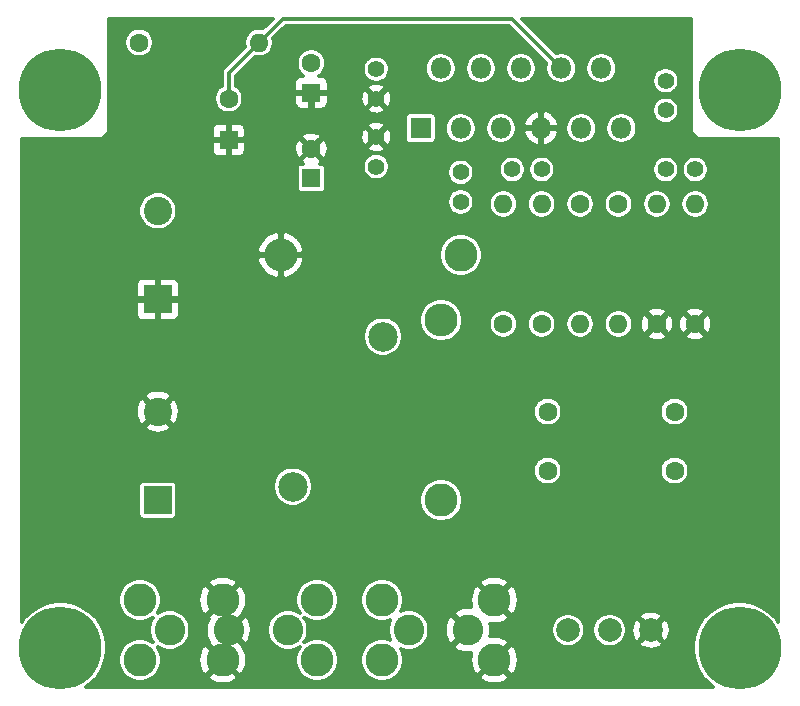
<source format=gbr>
%TF.GenerationSoftware,KiCad,Pcbnew,(5.1.6-0)*%
%TF.CreationDate,2023-04-23T15:30:13-07:00*%
%TF.ProjectId,LM3886-bal-no15v-th,4c4d3338-3836-42d6-9261-6c2d6e6f3135,rev?*%
%TF.SameCoordinates,Original*%
%TF.FileFunction,Copper,L2,Bot*%
%TF.FilePolarity,Positive*%
%FSLAX46Y46*%
G04 Gerber Fmt 4.6, Leading zero omitted, Abs format (unit mm)*
G04 Created by KiCad (PCBNEW (5.1.6-0)) date 2023-04-23 15:30:13*
%MOMM*%
%LPD*%
G01*
G04 APERTURE LIST*
%TA.AperFunction,ComponentPad*%
%ADD10O,2.800000X2.800000*%
%TD*%
%TA.AperFunction,ComponentPad*%
%ADD11C,2.800000*%
%TD*%
%TA.AperFunction,ComponentPad*%
%ADD12C,1.400000*%
%TD*%
%TA.AperFunction,ComponentPad*%
%ADD13O,1.600000X1.600000*%
%TD*%
%TA.AperFunction,ComponentPad*%
%ADD14C,1.600000*%
%TD*%
%TA.AperFunction,ComponentPad*%
%ADD15C,2.500000*%
%TD*%
%TA.AperFunction,ComponentPad*%
%ADD16C,2.600000*%
%TD*%
%TA.AperFunction,ComponentPad*%
%ADD17C,2.000000*%
%TD*%
%TA.AperFunction,ComponentPad*%
%ADD18C,0.800000*%
%TD*%
%TA.AperFunction,ComponentPad*%
%ADD19C,7.000000*%
%TD*%
%TA.AperFunction,ComponentPad*%
%ADD20R,1.600000X1.600000*%
%TD*%
%TA.AperFunction,ComponentPad*%
%ADD21C,2.400000*%
%TD*%
%TA.AperFunction,ComponentPad*%
%ADD22R,2.400000X2.400000*%
%TD*%
%TA.AperFunction,ComponentPad*%
%ADD23O,1.800000X1.800000*%
%TD*%
%TA.AperFunction,ComponentPad*%
%ADD24R,1.800000X1.800000*%
%TD*%
%TA.AperFunction,ViaPad*%
%ADD25C,0.700000*%
%TD*%
%TA.AperFunction,Conductor*%
%ADD26C,0.300000*%
%TD*%
G04 APERTURE END LIST*
D10*
%TO.P,R9,2*%
%TO.N,/SIGOUT*%
X113500000Y-78510000D03*
D11*
%TO.P,R9,1*%
%TO.N,/SPK+*%
X113500000Y-93750000D03*
%TD*%
D10*
%TO.P,R8,2*%
%TO.N,GND*%
X99910000Y-73000000D03*
D11*
%TO.P,R8,1*%
%TO.N,Net-(C11-Pad2)*%
X115150000Y-73000000D03*
%TD*%
D12*
%TO.P,C1,2*%
%TO.N,/ICIN+*%
X132500000Y-58250000D03*
%TO.P,C1,1*%
%TO.N,/ICIN-*%
X132500000Y-60750000D03*
%TD*%
D13*
%TO.P,R7,2*%
%TO.N,/MUTE*%
X98080000Y-55000000D03*
D14*
%TO.P,R7,1*%
%TO.N,VEE*%
X87920000Y-55000000D03*
%TD*%
D13*
%TO.P,R6,2*%
%TO.N,Net-(C5-Pad1)*%
X118750000Y-68670000D03*
D14*
%TO.P,R6,1*%
%TO.N,/SIGOUT*%
X118750000Y-78830000D03*
%TD*%
D13*
%TO.P,R5,2*%
%TO.N,/ICIN-*%
X122000000Y-68670000D03*
D14*
%TO.P,R5,1*%
%TO.N,/SIGOUT*%
X122000000Y-78830000D03*
%TD*%
D13*
%TO.P,R4,2*%
%TO.N,/ICIN+*%
X131750000Y-68670000D03*
D14*
%TO.P,R4,1*%
%TO.N,GND*%
X131750000Y-78830000D03*
%TD*%
D13*
%TO.P,R3,2*%
%TO.N,Net-(C4-Pad2)*%
X135000000Y-68670000D03*
D14*
%TO.P,R3,1*%
%TO.N,GND*%
X135000000Y-78830000D03*
%TD*%
D13*
%TO.P,R2,2*%
%TO.N,/IN-*%
X125250000Y-78830000D03*
D14*
%TO.P,R2,1*%
%TO.N,/ICIN-*%
X125250000Y-68670000D03*
%TD*%
D13*
%TO.P,R1,2*%
%TO.N,/IN+*%
X128500000Y-78830000D03*
D14*
%TO.P,R1,1*%
%TO.N,/ICIN+*%
X128500000Y-68670000D03*
%TD*%
D12*
%TO.P,C11,2*%
%TO.N,Net-(C11-Pad2)*%
X115150000Y-68500000D03*
%TO.P,C11,1*%
%TO.N,/SIGOUT*%
X115150000Y-66000000D03*
%TD*%
%TO.P,C9,2*%
%TO.N,VEE*%
X108000000Y-57250000D03*
%TO.P,C9,1*%
%TO.N,GND*%
X108000000Y-59750000D03*
%TD*%
%TO.P,C8,2*%
%TO.N,GND*%
X108000000Y-63000000D03*
%TO.P,C8,1*%
%TO.N,VCC*%
X108000000Y-65500000D03*
%TD*%
%TO.P,C5,2*%
%TO.N,/ICIN-*%
X122000000Y-65750000D03*
%TO.P,C5,1*%
%TO.N,Net-(C5-Pad1)*%
X119500000Y-65750000D03*
%TD*%
%TO.P,C4,2*%
%TO.N,Net-(C4-Pad2)*%
X135000000Y-65750000D03*
%TO.P,C4,1*%
%TO.N,/ICIN+*%
X132500000Y-65750000D03*
%TD*%
D11*
%TO.P,J8,1*%
%TO.N,GND*%
X118000000Y-102210000D03*
X118000000Y-107290000D03*
%TD*%
%TO.P,J7,1*%
%TO.N,/SPK+*%
X108500000Y-102210000D03*
X108500000Y-107290000D03*
%TD*%
%TO.P,J6,1*%
%TO.N,VCC*%
X103000000Y-102210000D03*
X103000000Y-107290000D03*
%TD*%
%TO.P,J5,1*%
%TO.N,GND*%
X95000000Y-102210000D03*
X95000000Y-107290000D03*
%TD*%
%TO.P,J4,1*%
%TO.N,VEE*%
X88000000Y-102210000D03*
X88000000Y-107290000D03*
%TD*%
D15*
%TO.P,L1,2*%
%TO.N,/SPK+*%
X100940000Y-92600000D03*
%TO.P,L1,1*%
%TO.N,/SIGOUT*%
X108560000Y-79900000D03*
%TD*%
D16*
%TO.P,J3,3*%
%TO.N,VCC*%
X100500000Y-104750000D03*
%TO.P,J3,2*%
%TO.N,GND*%
X95500000Y-104750000D03*
%TO.P,J3,1*%
%TO.N,VEE*%
X90500000Y-104750000D03*
%TD*%
%TO.P,J2,2*%
%TO.N,GND*%
X115750000Y-104750000D03*
%TO.P,J2,1*%
%TO.N,/SPK+*%
X110750000Y-104750000D03*
%TD*%
D17*
%TO.P,J1,3*%
%TO.N,GND*%
X131250000Y-104750000D03*
%TO.P,J1,2*%
%TO.N,Net-(C12-Pad1)*%
X127750000Y-104750000D03*
%TO.P,J1,1*%
%TO.N,Net-(C13-Pad1)*%
X124250000Y-104750000D03*
%TD*%
D18*
%TO.P,H4,1*%
%TO.N,N/C*%
X140606155Y-104393845D03*
X138750000Y-103625000D03*
X136893845Y-104393845D03*
X136125000Y-106250000D03*
X136893845Y-108106155D03*
X138750000Y-108875000D03*
X140606155Y-108106155D03*
X141375000Y-106250000D03*
D19*
X138750000Y-106250000D03*
%TD*%
D18*
%TO.P,H3,1*%
%TO.N,N/C*%
X140606155Y-57143845D03*
X138750000Y-56375000D03*
X136893845Y-57143845D03*
X136125000Y-59000000D03*
X136893845Y-60856155D03*
X138750000Y-61625000D03*
X140606155Y-60856155D03*
X141375000Y-59000000D03*
D19*
X138750000Y-59000000D03*
%TD*%
D18*
%TO.P,H2,1*%
%TO.N,N/C*%
X83106155Y-104393845D03*
X81250000Y-103625000D03*
X79393845Y-104393845D03*
X78625000Y-106250000D03*
X79393845Y-108106155D03*
X81250000Y-108875000D03*
X83106155Y-108106155D03*
X83875000Y-106250000D03*
D19*
X81250000Y-106250000D03*
%TD*%
D18*
%TO.P,H1,1*%
%TO.N,N/C*%
X83106155Y-57143845D03*
X81250000Y-56375000D03*
X79393845Y-57143845D03*
X78625000Y-59000000D03*
X79393845Y-60856155D03*
X81250000Y-61625000D03*
X83106155Y-60856155D03*
X83875000Y-59000000D03*
D19*
X81250000Y-59000000D03*
%TD*%
D14*
%TO.P,C13,2*%
%TO.N,/IN-*%
X122500000Y-86250000D03*
%TO.P,C13,1*%
%TO.N,Net-(C13-Pad1)*%
X122500000Y-91250000D03*
%TD*%
%TO.P,C12,2*%
%TO.N,/IN+*%
X133250000Y-86250000D03*
%TO.P,C12,1*%
%TO.N,Net-(C12-Pad1)*%
X133250000Y-91250000D03*
%TD*%
%TO.P,C10,2*%
%TO.N,/MUTE*%
X95500000Y-59750000D03*
D20*
%TO.P,C10,1*%
%TO.N,GND*%
X95500000Y-63250000D03*
%TD*%
D14*
%TO.P,C7,2*%
%TO.N,VEE*%
X102500000Y-56750000D03*
D20*
%TO.P,C7,1*%
%TO.N,GND*%
X102500000Y-59250000D03*
%TD*%
D14*
%TO.P,C6,2*%
%TO.N,GND*%
X102500000Y-64000000D03*
D20*
%TO.P,C6,1*%
%TO.N,VCC*%
X102500000Y-66500000D03*
%TD*%
D21*
%TO.P,C3,2*%
%TO.N,VEE*%
X89500000Y-69250000D03*
D22*
%TO.P,C3,1*%
%TO.N,GND*%
X89500000Y-76750000D03*
%TD*%
D21*
%TO.P,C2,2*%
%TO.N,GND*%
X89500000Y-86250000D03*
D22*
%TO.P,C2,1*%
%TO.N,VCC*%
X89500000Y-93750000D03*
%TD*%
D23*
%TO.P,U1,11*%
%TO.N,N/C*%
X128750000Y-62250000D03*
%TO.P,U1,10*%
%TO.N,/ICIN+*%
X127050000Y-57170000D03*
%TO.P,U1,9*%
%TO.N,/ICIN-*%
X125350000Y-62250000D03*
%TO.P,U1,8*%
%TO.N,/MUTE*%
X123650000Y-57170000D03*
%TO.P,U1,7*%
%TO.N,GND*%
X121950000Y-62250000D03*
%TO.P,U1,6*%
%TO.N,N/C*%
X120250000Y-57170000D03*
%TO.P,U1,5*%
%TO.N,VCC*%
X118550000Y-62250000D03*
%TO.P,U1,4*%
%TO.N,VEE*%
X116850000Y-57170000D03*
%TO.P,U1,3*%
%TO.N,/SIGOUT*%
X115150000Y-62250000D03*
%TO.P,U1,2*%
%TO.N,N/C*%
X113450000Y-57170000D03*
D24*
%TO.P,U1,1*%
%TO.N,VCC*%
X111750000Y-62250000D03*
%TD*%
D25*
%TO.N,GND*%
X79198810Y-100792500D03*
X88198810Y-79792500D03*
X88198810Y-83792500D03*
X90198810Y-73792500D03*
X90198810Y-81792500D03*
X102198810Y-88792500D03*
X104198810Y-86792500D03*
X106198810Y-82792500D03*
X106198810Y-88792500D03*
X107198810Y-85792500D03*
X109198810Y-87792500D03*
X110198810Y-84792500D03*
X112198810Y-86792500D03*
X114198810Y-84792500D03*
X114198810Y-88792500D03*
X114198810Y-98792500D03*
X114198810Y-107792500D03*
X115198810Y-101792500D03*
X116198810Y-81792500D03*
X116198810Y-86792500D03*
X116198810Y-96792500D03*
X117198810Y-70792500D03*
X117198810Y-75792500D03*
X117198810Y-89792500D03*
X117198810Y-93792500D03*
X118198810Y-83792500D03*
X118198810Y-98000000D03*
X118198810Y-104792500D03*
X119198810Y-72792500D03*
X119198810Y-87792500D03*
X119198810Y-91792500D03*
X119198810Y-95792500D03*
X120198810Y-76792500D03*
X120198810Y-80792500D03*
X121198810Y-59792500D03*
X121198810Y-70792500D03*
X121198810Y-93792500D03*
X121198810Y-97792500D03*
X121198810Y-101792500D03*
X121198810Y-105792500D03*
X122198810Y-53792500D03*
X122198810Y-73792500D03*
X122198810Y-82792500D03*
X122198810Y-88792500D03*
X122198810Y-108792500D03*
X123198810Y-95792500D03*
X123250000Y-99250000D03*
X124198810Y-65792500D03*
X124198810Y-71792500D03*
X124198810Y-75792500D03*
X124198810Y-80792500D03*
X124198810Y-106792500D03*
X125198810Y-54792500D03*
X125198810Y-59792500D03*
X125198810Y-86792500D03*
X125198810Y-90792500D03*
X125198810Y-97792500D03*
X125198810Y-101792500D03*
X126198810Y-73792500D03*
X126198810Y-82792500D03*
X126198810Y-93792500D03*
X126198810Y-108792500D03*
X127198810Y-64792500D03*
X127198810Y-70792500D03*
X127198810Y-76792500D03*
X127198810Y-88792500D03*
X128198810Y-53792500D03*
X128198810Y-85792500D03*
X128198810Y-91792500D03*
X129198810Y-56792500D03*
X129198810Y-72792500D03*
X129198810Y-94792500D03*
X129198810Y-98792500D03*
X129198810Y-102792500D03*
X129198810Y-106792500D03*
X130198810Y-59792500D03*
X130198810Y-65792500D03*
X130198810Y-75792500D03*
X130198810Y-80792500D03*
X130198810Y-87792500D03*
X131198810Y-54792500D03*
X131198810Y-62792500D03*
X131198810Y-70792500D03*
X131198810Y-83792500D03*
X131198810Y-92792500D03*
X131198810Y-96792500D03*
X131198810Y-101500000D03*
X131198810Y-108792500D03*
X132198810Y-73792500D03*
X133198810Y-76792500D03*
X133198810Y-81792500D03*
X133198810Y-88792500D03*
X133198810Y-94792500D03*
X133198810Y-98792500D03*
X133198810Y-102792500D03*
X133198810Y-106792500D03*
X134198810Y-63792500D03*
X134198810Y-71792500D03*
X135198810Y-74792500D03*
X135198810Y-83792500D03*
X135198810Y-90792500D03*
X135198810Y-96792500D03*
X135198810Y-100792500D03*
X136198810Y-80792500D03*
X136198810Y-86792500D03*
X136198810Y-93792500D03*
X137198810Y-64792500D03*
X137198810Y-68792500D03*
X137198810Y-72792500D03*
X137198810Y-76792500D03*
X137198810Y-98792500D03*
X138198810Y-82792500D03*
X138198810Y-88792500D03*
X138198810Y-95792500D03*
X139198810Y-66792500D03*
X139198810Y-70792500D03*
X139198810Y-74792500D03*
X139198810Y-78792500D03*
X139198810Y-85792500D03*
X139198810Y-91792500D03*
X139198810Y-100792500D03*
X140198810Y-97792500D03*
X141198810Y-64792500D03*
X141198810Y-68792500D03*
X141198810Y-72792500D03*
X141198810Y-76792500D03*
X141198810Y-80792500D03*
X141198810Y-87792500D03*
X141198810Y-93792500D03*
%TD*%
D26*
%TO.N,/MUTE*%
X123650000Y-57170000D02*
X119480000Y-53000000D01*
X100080000Y-53000000D02*
X98080000Y-55000000D01*
X119480000Y-53000000D02*
X100080000Y-53000000D01*
X95500000Y-57580000D02*
X98080000Y-55000000D01*
X95500000Y-59750000D02*
X95500000Y-57580000D01*
%TD*%
%TO.N,GND*%
G36*
X98435290Y-53796183D02*
G01*
X98203114Y-53750000D01*
X97956886Y-53750000D01*
X97715389Y-53798037D01*
X97487903Y-53892265D01*
X97283172Y-54029062D01*
X97109062Y-54203172D01*
X96972265Y-54407903D01*
X96878037Y-54635389D01*
X96830000Y-54876886D01*
X96830000Y-55123114D01*
X96876183Y-55355289D01*
X95096582Y-57134891D01*
X95073684Y-57153683D01*
X94998705Y-57245045D01*
X94946830Y-57342097D01*
X94942991Y-57349279D01*
X94908682Y-57462380D01*
X94897097Y-57580000D01*
X94900001Y-57609483D01*
X94900001Y-58647545D01*
X94703172Y-58779062D01*
X94529062Y-58953172D01*
X94392265Y-59157903D01*
X94298037Y-59385389D01*
X94250000Y-59626886D01*
X94250000Y-59873114D01*
X94298037Y-60114611D01*
X94392265Y-60342097D01*
X94529062Y-60546828D01*
X94703172Y-60720938D01*
X94907903Y-60857735D01*
X95135389Y-60951963D01*
X95376886Y-61000000D01*
X95623114Y-61000000D01*
X95864611Y-60951963D01*
X96092097Y-60857735D01*
X96296828Y-60720938D01*
X96470938Y-60546828D01*
X96607735Y-60342097D01*
X96701963Y-60114611D01*
X96714814Y-60050000D01*
X101046855Y-60050000D01*
X101059405Y-60177422D01*
X101096573Y-60299948D01*
X101156930Y-60412868D01*
X101238157Y-60511843D01*
X101337132Y-60593070D01*
X101450052Y-60653427D01*
X101572578Y-60690595D01*
X101700000Y-60703145D01*
X102237500Y-60700000D01*
X102400000Y-60537500D01*
X102400000Y-59350000D01*
X102600000Y-59350000D01*
X102600000Y-60537500D01*
X102762500Y-60700000D01*
X103300000Y-60703145D01*
X103427422Y-60690595D01*
X103521515Y-60662052D01*
X107229369Y-60662052D01*
X107285722Y-60903250D01*
X107524435Y-61020440D01*
X107781423Y-61088807D01*
X108046810Y-61105725D01*
X108310399Y-61070542D01*
X108562061Y-60984613D01*
X108714278Y-60903250D01*
X108770631Y-60662052D01*
X108745314Y-60636735D01*
X131350000Y-60636735D01*
X131350000Y-60863265D01*
X131394194Y-61085443D01*
X131480884Y-61294729D01*
X131606737Y-61483082D01*
X131766918Y-61643263D01*
X131955271Y-61769116D01*
X132164557Y-61855806D01*
X132386735Y-61900000D01*
X132613265Y-61900000D01*
X132835443Y-61855806D01*
X133044729Y-61769116D01*
X133233082Y-61643263D01*
X133393263Y-61483082D01*
X133519116Y-61294729D01*
X133605806Y-61085443D01*
X133650000Y-60863265D01*
X133650000Y-60636735D01*
X133605806Y-60414557D01*
X133519116Y-60205271D01*
X133393263Y-60016918D01*
X133233082Y-59856737D01*
X133044729Y-59730884D01*
X132835443Y-59644194D01*
X132613265Y-59600000D01*
X132386735Y-59600000D01*
X132164557Y-59644194D01*
X131955271Y-59730884D01*
X131766918Y-59856737D01*
X131606737Y-60016918D01*
X131480884Y-60205271D01*
X131394194Y-60414557D01*
X131350000Y-60636735D01*
X108745314Y-60636735D01*
X108000000Y-59891421D01*
X107229369Y-60662052D01*
X103521515Y-60662052D01*
X103549948Y-60653427D01*
X103662868Y-60593070D01*
X103761843Y-60511843D01*
X103843070Y-60412868D01*
X103903427Y-60299948D01*
X103940595Y-60177422D01*
X103953145Y-60050000D01*
X103951664Y-59796810D01*
X106644275Y-59796810D01*
X106679458Y-60060399D01*
X106765387Y-60312061D01*
X106846750Y-60464278D01*
X107087948Y-60520631D01*
X107858579Y-59750000D01*
X108141421Y-59750000D01*
X108912052Y-60520631D01*
X109153250Y-60464278D01*
X109270440Y-60225565D01*
X109338807Y-59968577D01*
X109355725Y-59703190D01*
X109320542Y-59439601D01*
X109234613Y-59187939D01*
X109153250Y-59035722D01*
X108912052Y-58979369D01*
X108141421Y-59750000D01*
X107858579Y-59750000D01*
X107087948Y-58979369D01*
X106846750Y-59035722D01*
X106729560Y-59274435D01*
X106661193Y-59531423D01*
X106644275Y-59796810D01*
X103951664Y-59796810D01*
X103950000Y-59512500D01*
X103787500Y-59350000D01*
X102600000Y-59350000D01*
X102400000Y-59350000D01*
X101212500Y-59350000D01*
X101050000Y-59512500D01*
X101046855Y-60050000D01*
X96714814Y-60050000D01*
X96750000Y-59873114D01*
X96750000Y-59626886D01*
X96701963Y-59385389D01*
X96607735Y-59157903D01*
X96470938Y-58953172D01*
X96296828Y-58779062D01*
X96100000Y-58647546D01*
X96100000Y-58450000D01*
X101046855Y-58450000D01*
X101050000Y-58987500D01*
X101212500Y-59150000D01*
X102400000Y-59150000D01*
X102400000Y-59130000D01*
X102600000Y-59130000D01*
X102600000Y-59150000D01*
X103787500Y-59150000D01*
X103950000Y-58987500D01*
X103953145Y-58450000D01*
X103940595Y-58322578D01*
X103903427Y-58200052D01*
X103843070Y-58087132D01*
X103761843Y-57988157D01*
X103662868Y-57906930D01*
X103549948Y-57846573D01*
X103427422Y-57809405D01*
X103300000Y-57796855D01*
X103182179Y-57797544D01*
X103296828Y-57720938D01*
X103470938Y-57546828D01*
X103607735Y-57342097D01*
X103692798Y-57136735D01*
X106850000Y-57136735D01*
X106850000Y-57363265D01*
X106894194Y-57585443D01*
X106980884Y-57794729D01*
X107106737Y-57983082D01*
X107266918Y-58143263D01*
X107455271Y-58269116D01*
X107664557Y-58355806D01*
X107886735Y-58400000D01*
X107910299Y-58400000D01*
X107689601Y-58429458D01*
X107437939Y-58515387D01*
X107285722Y-58596750D01*
X107229369Y-58837948D01*
X108000000Y-59608579D01*
X108770631Y-58837948D01*
X108714278Y-58596750D01*
X108475565Y-58479560D01*
X108218577Y-58411193D01*
X108042996Y-58400000D01*
X108113265Y-58400000D01*
X108335443Y-58355806D01*
X108544729Y-58269116D01*
X108733082Y-58143263D01*
X108893263Y-57983082D01*
X109019116Y-57794729D01*
X109105806Y-57585443D01*
X109150000Y-57363265D01*
X109150000Y-57136735D01*
X109130169Y-57037037D01*
X112100000Y-57037037D01*
X112100000Y-57302963D01*
X112151880Y-57563780D01*
X112253646Y-57809465D01*
X112401387Y-58030575D01*
X112589425Y-58218613D01*
X112810535Y-58366354D01*
X113056220Y-58468120D01*
X113317037Y-58520000D01*
X113582963Y-58520000D01*
X113843780Y-58468120D01*
X114089465Y-58366354D01*
X114310575Y-58218613D01*
X114498613Y-58030575D01*
X114646354Y-57809465D01*
X114748120Y-57563780D01*
X114800000Y-57302963D01*
X114800000Y-57037037D01*
X115500000Y-57037037D01*
X115500000Y-57302963D01*
X115551880Y-57563780D01*
X115653646Y-57809465D01*
X115801387Y-58030575D01*
X115989425Y-58218613D01*
X116210535Y-58366354D01*
X116456220Y-58468120D01*
X116717037Y-58520000D01*
X116982963Y-58520000D01*
X117243780Y-58468120D01*
X117489465Y-58366354D01*
X117710575Y-58218613D01*
X117898613Y-58030575D01*
X118046354Y-57809465D01*
X118148120Y-57563780D01*
X118200000Y-57302963D01*
X118200000Y-57037037D01*
X118900000Y-57037037D01*
X118900000Y-57302963D01*
X118951880Y-57563780D01*
X119053646Y-57809465D01*
X119201387Y-58030575D01*
X119389425Y-58218613D01*
X119610535Y-58366354D01*
X119856220Y-58468120D01*
X120117037Y-58520000D01*
X120382963Y-58520000D01*
X120643780Y-58468120D01*
X120889465Y-58366354D01*
X121110575Y-58218613D01*
X121298613Y-58030575D01*
X121446354Y-57809465D01*
X121548120Y-57563780D01*
X121600000Y-57302963D01*
X121600000Y-57037037D01*
X121548120Y-56776220D01*
X121446354Y-56530535D01*
X121298613Y-56309425D01*
X121110575Y-56121387D01*
X120889465Y-55973646D01*
X120643780Y-55871880D01*
X120382963Y-55820000D01*
X120117037Y-55820000D01*
X119856220Y-55871880D01*
X119610535Y-55973646D01*
X119389425Y-56121387D01*
X119201387Y-56309425D01*
X119053646Y-56530535D01*
X118951880Y-56776220D01*
X118900000Y-57037037D01*
X118200000Y-57037037D01*
X118148120Y-56776220D01*
X118046354Y-56530535D01*
X117898613Y-56309425D01*
X117710575Y-56121387D01*
X117489465Y-55973646D01*
X117243780Y-55871880D01*
X116982963Y-55820000D01*
X116717037Y-55820000D01*
X116456220Y-55871880D01*
X116210535Y-55973646D01*
X115989425Y-56121387D01*
X115801387Y-56309425D01*
X115653646Y-56530535D01*
X115551880Y-56776220D01*
X115500000Y-57037037D01*
X114800000Y-57037037D01*
X114748120Y-56776220D01*
X114646354Y-56530535D01*
X114498613Y-56309425D01*
X114310575Y-56121387D01*
X114089465Y-55973646D01*
X113843780Y-55871880D01*
X113582963Y-55820000D01*
X113317037Y-55820000D01*
X113056220Y-55871880D01*
X112810535Y-55973646D01*
X112589425Y-56121387D01*
X112401387Y-56309425D01*
X112253646Y-56530535D01*
X112151880Y-56776220D01*
X112100000Y-57037037D01*
X109130169Y-57037037D01*
X109105806Y-56914557D01*
X109019116Y-56705271D01*
X108893263Y-56516918D01*
X108733082Y-56356737D01*
X108544729Y-56230884D01*
X108335443Y-56144194D01*
X108113265Y-56100000D01*
X107886735Y-56100000D01*
X107664557Y-56144194D01*
X107455271Y-56230884D01*
X107266918Y-56356737D01*
X107106737Y-56516918D01*
X106980884Y-56705271D01*
X106894194Y-56914557D01*
X106850000Y-57136735D01*
X103692798Y-57136735D01*
X103701963Y-57114611D01*
X103750000Y-56873114D01*
X103750000Y-56626886D01*
X103701963Y-56385389D01*
X103607735Y-56157903D01*
X103470938Y-55953172D01*
X103296828Y-55779062D01*
X103092097Y-55642265D01*
X102864611Y-55548037D01*
X102623114Y-55500000D01*
X102376886Y-55500000D01*
X102135389Y-55548037D01*
X101907903Y-55642265D01*
X101703172Y-55779062D01*
X101529062Y-55953172D01*
X101392265Y-56157903D01*
X101298037Y-56385389D01*
X101250000Y-56626886D01*
X101250000Y-56873114D01*
X101298037Y-57114611D01*
X101392265Y-57342097D01*
X101529062Y-57546828D01*
X101703172Y-57720938D01*
X101817821Y-57797544D01*
X101700000Y-57796855D01*
X101572578Y-57809405D01*
X101450052Y-57846573D01*
X101337132Y-57906930D01*
X101238157Y-57988157D01*
X101156930Y-58087132D01*
X101096573Y-58200052D01*
X101059405Y-58322578D01*
X101046855Y-58450000D01*
X96100000Y-58450000D01*
X96100000Y-57828527D01*
X97724711Y-56203817D01*
X97956886Y-56250000D01*
X98203114Y-56250000D01*
X98444611Y-56201963D01*
X98672097Y-56107735D01*
X98876828Y-55970938D01*
X99050938Y-55796828D01*
X99187735Y-55592097D01*
X99281963Y-55364611D01*
X99330000Y-55123114D01*
X99330000Y-54876886D01*
X99283817Y-54644710D01*
X100328528Y-53600000D01*
X119231473Y-53600000D01*
X122368227Y-56736755D01*
X122351880Y-56776220D01*
X122300000Y-57037037D01*
X122300000Y-57302963D01*
X122351880Y-57563780D01*
X122453646Y-57809465D01*
X122601387Y-58030575D01*
X122789425Y-58218613D01*
X123010535Y-58366354D01*
X123256220Y-58468120D01*
X123517037Y-58520000D01*
X123782963Y-58520000D01*
X124043780Y-58468120D01*
X124289465Y-58366354D01*
X124510575Y-58218613D01*
X124698613Y-58030575D01*
X124846354Y-57809465D01*
X124948120Y-57563780D01*
X125000000Y-57302963D01*
X125000000Y-57037037D01*
X125700000Y-57037037D01*
X125700000Y-57302963D01*
X125751880Y-57563780D01*
X125853646Y-57809465D01*
X126001387Y-58030575D01*
X126189425Y-58218613D01*
X126410535Y-58366354D01*
X126656220Y-58468120D01*
X126917037Y-58520000D01*
X127182963Y-58520000D01*
X127443780Y-58468120D01*
X127689465Y-58366354D01*
X127910575Y-58218613D01*
X127992453Y-58136735D01*
X131350000Y-58136735D01*
X131350000Y-58363265D01*
X131394194Y-58585443D01*
X131480884Y-58794729D01*
X131606737Y-58983082D01*
X131766918Y-59143263D01*
X131955271Y-59269116D01*
X132164557Y-59355806D01*
X132386735Y-59400000D01*
X132613265Y-59400000D01*
X132835443Y-59355806D01*
X133044729Y-59269116D01*
X133233082Y-59143263D01*
X133393263Y-58983082D01*
X133519116Y-58794729D01*
X133605806Y-58585443D01*
X133650000Y-58363265D01*
X133650000Y-58136735D01*
X133605806Y-57914557D01*
X133519116Y-57705271D01*
X133393263Y-57516918D01*
X133233082Y-57356737D01*
X133044729Y-57230884D01*
X132835443Y-57144194D01*
X132613265Y-57100000D01*
X132386735Y-57100000D01*
X132164557Y-57144194D01*
X131955271Y-57230884D01*
X131766918Y-57356737D01*
X131606737Y-57516918D01*
X131480884Y-57705271D01*
X131394194Y-57914557D01*
X131350000Y-58136735D01*
X127992453Y-58136735D01*
X128098613Y-58030575D01*
X128246354Y-57809465D01*
X128348120Y-57563780D01*
X128400000Y-57302963D01*
X128400000Y-57037037D01*
X128348120Y-56776220D01*
X128246354Y-56530535D01*
X128098613Y-56309425D01*
X127910575Y-56121387D01*
X127689465Y-55973646D01*
X127443780Y-55871880D01*
X127182963Y-55820000D01*
X126917037Y-55820000D01*
X126656220Y-55871880D01*
X126410535Y-55973646D01*
X126189425Y-56121387D01*
X126001387Y-56309425D01*
X125853646Y-56530535D01*
X125751880Y-56776220D01*
X125700000Y-57037037D01*
X125000000Y-57037037D01*
X124948120Y-56776220D01*
X124846354Y-56530535D01*
X124698613Y-56309425D01*
X124510575Y-56121387D01*
X124289465Y-55973646D01*
X124043780Y-55871880D01*
X123782963Y-55820000D01*
X123517037Y-55820000D01*
X123256220Y-55871880D01*
X123216755Y-55888227D01*
X120303527Y-52975000D01*
X134600000Y-52975000D01*
X134600000Y-62500000D01*
X134602882Y-62529264D01*
X134611418Y-62557403D01*
X134625280Y-62583336D01*
X134643934Y-62606066D01*
X135143934Y-63106066D01*
X135166664Y-63124720D01*
X135192597Y-63138582D01*
X135220736Y-63147118D01*
X135250000Y-63150000D01*
X142025001Y-63150000D01*
X142025000Y-104041573D01*
X141818165Y-103732022D01*
X141267978Y-103181835D01*
X140621026Y-102749556D01*
X139902172Y-102451797D01*
X139139041Y-102300000D01*
X138360959Y-102300000D01*
X137597828Y-102451797D01*
X136878974Y-102749556D01*
X136232022Y-103181835D01*
X135681835Y-103732022D01*
X135249556Y-104378974D01*
X134951797Y-105097828D01*
X134800000Y-105860959D01*
X134800000Y-106639041D01*
X134951797Y-107402172D01*
X135249556Y-108121026D01*
X135681835Y-108767978D01*
X136232022Y-109318165D01*
X136541573Y-109525000D01*
X83458427Y-109525000D01*
X83767978Y-109318165D01*
X84318165Y-108767978D01*
X84750444Y-108121026D01*
X85048203Y-107402172D01*
X85200000Y-106639041D01*
X85200000Y-105860959D01*
X85048203Y-105097828D01*
X84750444Y-104378974D01*
X84318165Y-103732022D01*
X83767978Y-103181835D01*
X83121026Y-102749556D01*
X82402172Y-102451797D01*
X81639041Y-102300000D01*
X80860959Y-102300000D01*
X80097828Y-102451797D01*
X79378974Y-102749556D01*
X78732022Y-103181835D01*
X78181835Y-103732022D01*
X77975000Y-104041573D01*
X77975000Y-102027791D01*
X86150000Y-102027791D01*
X86150000Y-102392209D01*
X86221095Y-102749625D01*
X86360552Y-103086303D01*
X86563011Y-103389306D01*
X86820694Y-103646989D01*
X87123697Y-103849448D01*
X87460375Y-103988905D01*
X87817791Y-104060000D01*
X88182209Y-104060000D01*
X88539625Y-103988905D01*
X88876303Y-103849448D01*
X89094389Y-103703728D01*
X88949170Y-103921064D01*
X88817251Y-104239544D01*
X88750000Y-104577640D01*
X88750000Y-104922360D01*
X88817251Y-105260456D01*
X88949170Y-105578936D01*
X89094389Y-105796272D01*
X88876303Y-105650552D01*
X88539625Y-105511095D01*
X88182209Y-105440000D01*
X87817791Y-105440000D01*
X87460375Y-105511095D01*
X87123697Y-105650552D01*
X86820694Y-105853011D01*
X86563011Y-106110694D01*
X86360552Y-106413697D01*
X86221095Y-106750375D01*
X86150000Y-107107791D01*
X86150000Y-107472209D01*
X86221095Y-107829625D01*
X86360552Y-108166303D01*
X86563011Y-108469306D01*
X86820694Y-108726989D01*
X87123697Y-108929448D01*
X87460375Y-109068905D01*
X87817791Y-109140000D01*
X88182209Y-109140000D01*
X88539625Y-109068905D01*
X88876303Y-108929448D01*
X89179306Y-108726989D01*
X89205771Y-108700524D01*
X93730897Y-108700524D01*
X93871540Y-109013322D01*
X94229426Y-109200361D01*
X94616926Y-109313985D01*
X95019146Y-109349829D01*
X95420630Y-109306515D01*
X95805951Y-109185707D01*
X96128460Y-109013322D01*
X96269103Y-108700524D01*
X95000000Y-107431421D01*
X93730897Y-108700524D01*
X89205771Y-108700524D01*
X89436989Y-108469306D01*
X89639448Y-108166303D01*
X89778905Y-107829625D01*
X89850000Y-107472209D01*
X89850000Y-107309146D01*
X92940171Y-107309146D01*
X92983485Y-107710630D01*
X93104293Y-108095951D01*
X93276678Y-108418460D01*
X93589476Y-108559103D01*
X94858579Y-107290000D01*
X93589476Y-106020897D01*
X93276678Y-106161540D01*
X93089639Y-106519426D01*
X92976015Y-106906926D01*
X92940171Y-107309146D01*
X89850000Y-107309146D01*
X89850000Y-107107791D01*
X89778905Y-106750375D01*
X89639448Y-106413697D01*
X89477707Y-106171633D01*
X89671064Y-106300830D01*
X89989544Y-106432749D01*
X90327640Y-106500000D01*
X90672360Y-106500000D01*
X91010456Y-106432749D01*
X91328936Y-106300830D01*
X91615560Y-106109314D01*
X91859314Y-105865560D01*
X92050830Y-105578936D01*
X92182749Y-105260456D01*
X92250000Y-104922360D01*
X92250000Y-104773097D01*
X93540700Y-104773097D01*
X93582854Y-105154894D01*
X93698682Y-105521130D01*
X93803689Y-105717583D01*
X93730897Y-105879476D01*
X95000000Y-107148579D01*
X95445959Y-106702620D01*
X95523097Y-106709300D01*
X95746822Y-106684599D01*
X95141421Y-107290000D01*
X96410524Y-108559103D01*
X96723322Y-108418460D01*
X96910361Y-108060574D01*
X97023985Y-107673074D01*
X97059829Y-107270854D01*
X97016515Y-106869370D01*
X96895707Y-106484049D01*
X96723322Y-106161540D01*
X96676259Y-106140379D01*
X96697945Y-106089366D01*
X95500000Y-104891421D01*
X95485858Y-104905564D01*
X95344437Y-104764143D01*
X95358579Y-104750000D01*
X95641421Y-104750000D01*
X96839366Y-105947945D01*
X97141930Y-105819324D01*
X97318995Y-105478453D01*
X97426158Y-105109587D01*
X97459300Y-104726903D01*
X97442820Y-104577640D01*
X98750000Y-104577640D01*
X98750000Y-104922360D01*
X98817251Y-105260456D01*
X98949170Y-105578936D01*
X99140686Y-105865560D01*
X99384440Y-106109314D01*
X99671064Y-106300830D01*
X99989544Y-106432749D01*
X100327640Y-106500000D01*
X100672360Y-106500000D01*
X101010456Y-106432749D01*
X101328936Y-106300830D01*
X101522293Y-106171633D01*
X101360552Y-106413697D01*
X101221095Y-106750375D01*
X101150000Y-107107791D01*
X101150000Y-107472209D01*
X101221095Y-107829625D01*
X101360552Y-108166303D01*
X101563011Y-108469306D01*
X101820694Y-108726989D01*
X102123697Y-108929448D01*
X102460375Y-109068905D01*
X102817791Y-109140000D01*
X103182209Y-109140000D01*
X103539625Y-109068905D01*
X103876303Y-108929448D01*
X104179306Y-108726989D01*
X104436989Y-108469306D01*
X104639448Y-108166303D01*
X104778905Y-107829625D01*
X104850000Y-107472209D01*
X104850000Y-107107791D01*
X104778905Y-106750375D01*
X104639448Y-106413697D01*
X104436989Y-106110694D01*
X104179306Y-105853011D01*
X103876303Y-105650552D01*
X103539625Y-105511095D01*
X103182209Y-105440000D01*
X102817791Y-105440000D01*
X102460375Y-105511095D01*
X102123697Y-105650552D01*
X101905611Y-105796272D01*
X102050830Y-105578936D01*
X102182749Y-105260456D01*
X102250000Y-104922360D01*
X102250000Y-104577640D01*
X102182749Y-104239544D01*
X102050830Y-103921064D01*
X101905611Y-103703728D01*
X102123697Y-103849448D01*
X102460375Y-103988905D01*
X102817791Y-104060000D01*
X103182209Y-104060000D01*
X103539625Y-103988905D01*
X103876303Y-103849448D01*
X104179306Y-103646989D01*
X104436989Y-103389306D01*
X104639448Y-103086303D01*
X104778905Y-102749625D01*
X104850000Y-102392209D01*
X104850000Y-102027791D01*
X106650000Y-102027791D01*
X106650000Y-102392209D01*
X106721095Y-102749625D01*
X106860552Y-103086303D01*
X107063011Y-103389306D01*
X107320694Y-103646989D01*
X107623697Y-103849448D01*
X107960375Y-103988905D01*
X108317791Y-104060000D01*
X108682209Y-104060000D01*
X109039625Y-103988905D01*
X109198292Y-103923183D01*
X109067251Y-104239544D01*
X109000000Y-104577640D01*
X109000000Y-104922360D01*
X109067251Y-105260456D01*
X109198292Y-105576817D01*
X109039625Y-105511095D01*
X108682209Y-105440000D01*
X108317791Y-105440000D01*
X107960375Y-105511095D01*
X107623697Y-105650552D01*
X107320694Y-105853011D01*
X107063011Y-106110694D01*
X106860552Y-106413697D01*
X106721095Y-106750375D01*
X106650000Y-107107791D01*
X106650000Y-107472209D01*
X106721095Y-107829625D01*
X106860552Y-108166303D01*
X107063011Y-108469306D01*
X107320694Y-108726989D01*
X107623697Y-108929448D01*
X107960375Y-109068905D01*
X108317791Y-109140000D01*
X108682209Y-109140000D01*
X109039625Y-109068905D01*
X109376303Y-108929448D01*
X109679306Y-108726989D01*
X109705771Y-108700524D01*
X116730897Y-108700524D01*
X116871540Y-109013322D01*
X117229426Y-109200361D01*
X117616926Y-109313985D01*
X118019146Y-109349829D01*
X118420630Y-109306515D01*
X118805951Y-109185707D01*
X119128460Y-109013322D01*
X119269103Y-108700524D01*
X118000000Y-107431421D01*
X116730897Y-108700524D01*
X109705771Y-108700524D01*
X109936989Y-108469306D01*
X110139448Y-108166303D01*
X110278905Y-107829625D01*
X110350000Y-107472209D01*
X110350000Y-107107791D01*
X110278905Y-106750375D01*
X110139448Y-106413697D01*
X110118745Y-106382712D01*
X110239544Y-106432749D01*
X110577640Y-106500000D01*
X110922360Y-106500000D01*
X111260456Y-106432749D01*
X111578936Y-106300830D01*
X111865560Y-106109314D01*
X112109314Y-105865560D01*
X112300830Y-105578936D01*
X112432749Y-105260456D01*
X112500000Y-104922360D01*
X112500000Y-104773097D01*
X113790700Y-104773097D01*
X113832854Y-105154894D01*
X113948682Y-105521130D01*
X114108070Y-105819324D01*
X114410634Y-105947945D01*
X115608579Y-104750000D01*
X114410634Y-103552055D01*
X114108070Y-103680676D01*
X113931005Y-104021547D01*
X113823842Y-104390413D01*
X113790700Y-104773097D01*
X112500000Y-104773097D01*
X112500000Y-104577640D01*
X112432749Y-104239544D01*
X112300830Y-103921064D01*
X112109314Y-103634440D01*
X111885508Y-103410634D01*
X114552055Y-103410634D01*
X115750000Y-104608579D01*
X115764143Y-104594437D01*
X115905564Y-104735858D01*
X115891421Y-104750000D01*
X115905564Y-104764143D01*
X115764143Y-104905564D01*
X115750000Y-104891421D01*
X114552055Y-106089366D01*
X114680676Y-106391930D01*
X115021547Y-106568995D01*
X115390413Y-106676158D01*
X115773097Y-106709300D01*
X116042692Y-106679534D01*
X115976015Y-106906926D01*
X115940171Y-107309146D01*
X115983485Y-107710630D01*
X116104293Y-108095951D01*
X116276678Y-108418460D01*
X116589476Y-108559103D01*
X117858579Y-107290000D01*
X118141421Y-107290000D01*
X119410524Y-108559103D01*
X119723322Y-108418460D01*
X119910361Y-108060574D01*
X120023985Y-107673074D01*
X120059829Y-107270854D01*
X120016515Y-106869370D01*
X119895707Y-106484049D01*
X119723322Y-106161540D01*
X119410524Y-106020897D01*
X118141421Y-107290000D01*
X117858579Y-107290000D01*
X117844437Y-107275858D01*
X117985858Y-107134437D01*
X118000000Y-107148579D01*
X119269103Y-105879476D01*
X119128460Y-105566678D01*
X118770574Y-105379639D01*
X118383074Y-105266015D01*
X117980854Y-105230171D01*
X117630133Y-105268008D01*
X117676158Y-105109587D01*
X117709300Y-104726903D01*
X117696083Y-104607187D01*
X122800000Y-104607187D01*
X122800000Y-104892813D01*
X122855723Y-105172949D01*
X122965027Y-105436833D01*
X123123711Y-105674321D01*
X123325679Y-105876289D01*
X123563167Y-106034973D01*
X123827051Y-106144277D01*
X124107187Y-106200000D01*
X124392813Y-106200000D01*
X124672949Y-106144277D01*
X124936833Y-106034973D01*
X125174321Y-105876289D01*
X125376289Y-105674321D01*
X125534973Y-105436833D01*
X125644277Y-105172949D01*
X125700000Y-104892813D01*
X125700000Y-104607187D01*
X126300000Y-104607187D01*
X126300000Y-104892813D01*
X126355723Y-105172949D01*
X126465027Y-105436833D01*
X126623711Y-105674321D01*
X126825679Y-105876289D01*
X127063167Y-106034973D01*
X127327051Y-106144277D01*
X127607187Y-106200000D01*
X127892813Y-106200000D01*
X128172949Y-106144277D01*
X128436833Y-106034973D01*
X128674321Y-105876289D01*
X128674799Y-105875811D01*
X130265610Y-105875811D01*
X130358138Y-106147674D01*
X130647947Y-106294812D01*
X130960892Y-106382584D01*
X131284949Y-106407616D01*
X131607662Y-106368947D01*
X131916631Y-106268063D01*
X132141862Y-106147674D01*
X132234390Y-105875811D01*
X131250000Y-104891421D01*
X130265610Y-105875811D01*
X128674799Y-105875811D01*
X128876289Y-105674321D01*
X129034973Y-105436833D01*
X129144277Y-105172949D01*
X129200000Y-104892813D01*
X129200000Y-104784949D01*
X129592384Y-104784949D01*
X129631053Y-105107662D01*
X129731937Y-105416631D01*
X129852326Y-105641862D01*
X130124189Y-105734390D01*
X131108579Y-104750000D01*
X131391421Y-104750000D01*
X132375811Y-105734390D01*
X132647674Y-105641862D01*
X132794812Y-105352053D01*
X132882584Y-105039108D01*
X132907616Y-104715051D01*
X132868947Y-104392338D01*
X132768063Y-104083369D01*
X132647674Y-103858138D01*
X132375811Y-103765610D01*
X131391421Y-104750000D01*
X131108579Y-104750000D01*
X130124189Y-103765610D01*
X129852326Y-103858138D01*
X129705188Y-104147947D01*
X129617416Y-104460892D01*
X129592384Y-104784949D01*
X129200000Y-104784949D01*
X129200000Y-104607187D01*
X129144277Y-104327051D01*
X129034973Y-104063167D01*
X128876289Y-103825679D01*
X128674799Y-103624189D01*
X130265610Y-103624189D01*
X131250000Y-104608579D01*
X132234390Y-103624189D01*
X132141862Y-103352326D01*
X131852053Y-103205188D01*
X131539108Y-103117416D01*
X131215051Y-103092384D01*
X130892338Y-103131053D01*
X130583369Y-103231937D01*
X130358138Y-103352326D01*
X130265610Y-103624189D01*
X128674799Y-103624189D01*
X128674321Y-103623711D01*
X128436833Y-103465027D01*
X128172949Y-103355723D01*
X127892813Y-103300000D01*
X127607187Y-103300000D01*
X127327051Y-103355723D01*
X127063167Y-103465027D01*
X126825679Y-103623711D01*
X126623711Y-103825679D01*
X126465027Y-104063167D01*
X126355723Y-104327051D01*
X126300000Y-104607187D01*
X125700000Y-104607187D01*
X125644277Y-104327051D01*
X125534973Y-104063167D01*
X125376289Y-103825679D01*
X125174321Y-103623711D01*
X124936833Y-103465027D01*
X124672949Y-103355723D01*
X124392813Y-103300000D01*
X124107187Y-103300000D01*
X123827051Y-103355723D01*
X123563167Y-103465027D01*
X123325679Y-103623711D01*
X123123711Y-103825679D01*
X122965027Y-104063167D01*
X122855723Y-104327051D01*
X122800000Y-104607187D01*
X117696083Y-104607187D01*
X117667146Y-104345106D01*
X117632439Y-104235367D01*
X118019146Y-104269829D01*
X118420630Y-104226515D01*
X118805951Y-104105707D01*
X119128460Y-103933322D01*
X119269103Y-103620524D01*
X118000000Y-102351421D01*
X117985858Y-102365564D01*
X117844437Y-102224143D01*
X117858579Y-102210000D01*
X118141421Y-102210000D01*
X119410524Y-103479103D01*
X119723322Y-103338460D01*
X119910361Y-102980574D01*
X120023985Y-102593074D01*
X120059829Y-102190854D01*
X120016515Y-101789370D01*
X119895707Y-101404049D01*
X119723322Y-101081540D01*
X119410524Y-100940897D01*
X118141421Y-102210000D01*
X117858579Y-102210000D01*
X116589476Y-100940897D01*
X116276678Y-101081540D01*
X116089639Y-101439426D01*
X115976015Y-101826926D01*
X115940171Y-102229146D01*
X115983485Y-102630630D01*
X116042233Y-102818009D01*
X115726903Y-102790700D01*
X115345106Y-102832854D01*
X114978870Y-102948682D01*
X114680676Y-103108070D01*
X114552055Y-103410634D01*
X111885508Y-103410634D01*
X111865560Y-103390686D01*
X111578936Y-103199170D01*
X111260456Y-103067251D01*
X110922360Y-103000000D01*
X110577640Y-103000000D01*
X110239544Y-103067251D01*
X110118745Y-103117288D01*
X110139448Y-103086303D01*
X110278905Y-102749625D01*
X110350000Y-102392209D01*
X110350000Y-102027791D01*
X110278905Y-101670375D01*
X110139448Y-101333697D01*
X109936989Y-101030694D01*
X109705771Y-100799476D01*
X116730897Y-100799476D01*
X118000000Y-102068579D01*
X119269103Y-100799476D01*
X119128460Y-100486678D01*
X118770574Y-100299639D01*
X118383074Y-100186015D01*
X117980854Y-100150171D01*
X117579370Y-100193485D01*
X117194049Y-100314293D01*
X116871540Y-100486678D01*
X116730897Y-100799476D01*
X109705771Y-100799476D01*
X109679306Y-100773011D01*
X109376303Y-100570552D01*
X109039625Y-100431095D01*
X108682209Y-100360000D01*
X108317791Y-100360000D01*
X107960375Y-100431095D01*
X107623697Y-100570552D01*
X107320694Y-100773011D01*
X107063011Y-101030694D01*
X106860552Y-101333697D01*
X106721095Y-101670375D01*
X106650000Y-102027791D01*
X104850000Y-102027791D01*
X104778905Y-101670375D01*
X104639448Y-101333697D01*
X104436989Y-101030694D01*
X104179306Y-100773011D01*
X103876303Y-100570552D01*
X103539625Y-100431095D01*
X103182209Y-100360000D01*
X102817791Y-100360000D01*
X102460375Y-100431095D01*
X102123697Y-100570552D01*
X101820694Y-100773011D01*
X101563011Y-101030694D01*
X101360552Y-101333697D01*
X101221095Y-101670375D01*
X101150000Y-102027791D01*
X101150000Y-102392209D01*
X101221095Y-102749625D01*
X101360552Y-103086303D01*
X101522293Y-103328367D01*
X101328936Y-103199170D01*
X101010456Y-103067251D01*
X100672360Y-103000000D01*
X100327640Y-103000000D01*
X99989544Y-103067251D01*
X99671064Y-103199170D01*
X99384440Y-103390686D01*
X99140686Y-103634440D01*
X98949170Y-103921064D01*
X98817251Y-104239544D01*
X98750000Y-104577640D01*
X97442820Y-104577640D01*
X97417146Y-104345106D01*
X97301318Y-103978870D01*
X97141930Y-103680676D01*
X96839366Y-103552055D01*
X95641421Y-104750000D01*
X95358579Y-104750000D01*
X95344437Y-104735858D01*
X95485858Y-104594437D01*
X95500000Y-104608579D01*
X96697945Y-103410634D01*
X96676259Y-103359621D01*
X96723322Y-103338460D01*
X96910361Y-102980574D01*
X97023985Y-102593074D01*
X97059829Y-102190854D01*
X97016515Y-101789370D01*
X96895707Y-101404049D01*
X96723322Y-101081540D01*
X96410524Y-100940897D01*
X95141421Y-102210000D01*
X95745371Y-102813950D01*
X95476903Y-102790700D01*
X95443020Y-102794441D01*
X95000000Y-102351421D01*
X93730897Y-103620524D01*
X93804400Y-103783998D01*
X93681005Y-104021547D01*
X93573842Y-104390413D01*
X93540700Y-104773097D01*
X92250000Y-104773097D01*
X92250000Y-104577640D01*
X92182749Y-104239544D01*
X92050830Y-103921064D01*
X91859314Y-103634440D01*
X91615560Y-103390686D01*
X91328936Y-103199170D01*
X91010456Y-103067251D01*
X90672360Y-103000000D01*
X90327640Y-103000000D01*
X89989544Y-103067251D01*
X89671064Y-103199170D01*
X89477707Y-103328367D01*
X89639448Y-103086303D01*
X89778905Y-102749625D01*
X89850000Y-102392209D01*
X89850000Y-102229146D01*
X92940171Y-102229146D01*
X92983485Y-102630630D01*
X93104293Y-103015951D01*
X93276678Y-103338460D01*
X93589476Y-103479103D01*
X94858579Y-102210000D01*
X93589476Y-100940897D01*
X93276678Y-101081540D01*
X93089639Y-101439426D01*
X92976015Y-101826926D01*
X92940171Y-102229146D01*
X89850000Y-102229146D01*
X89850000Y-102027791D01*
X89778905Y-101670375D01*
X89639448Y-101333697D01*
X89436989Y-101030694D01*
X89205771Y-100799476D01*
X93730897Y-100799476D01*
X95000000Y-102068579D01*
X96269103Y-100799476D01*
X96128460Y-100486678D01*
X95770574Y-100299639D01*
X95383074Y-100186015D01*
X94980854Y-100150171D01*
X94579370Y-100193485D01*
X94194049Y-100314293D01*
X93871540Y-100486678D01*
X93730897Y-100799476D01*
X89205771Y-100799476D01*
X89179306Y-100773011D01*
X88876303Y-100570552D01*
X88539625Y-100431095D01*
X88182209Y-100360000D01*
X87817791Y-100360000D01*
X87460375Y-100431095D01*
X87123697Y-100570552D01*
X86820694Y-100773011D01*
X86563011Y-101030694D01*
X86360552Y-101333697D01*
X86221095Y-101670375D01*
X86150000Y-102027791D01*
X77975000Y-102027791D01*
X77975000Y-92550000D01*
X87847823Y-92550000D01*
X87847823Y-94950000D01*
X87856511Y-95038215D01*
X87882243Y-95123041D01*
X87924029Y-95201216D01*
X87980263Y-95269737D01*
X88048784Y-95325971D01*
X88126959Y-95367757D01*
X88211785Y-95393489D01*
X88300000Y-95402177D01*
X90700000Y-95402177D01*
X90788215Y-95393489D01*
X90873041Y-95367757D01*
X90951216Y-95325971D01*
X91019737Y-95269737D01*
X91075971Y-95201216D01*
X91117757Y-95123041D01*
X91143489Y-95038215D01*
X91152177Y-94950000D01*
X91152177Y-92550000D01*
X91143489Y-92461785D01*
X91134626Y-92432565D01*
X99240000Y-92432565D01*
X99240000Y-92767435D01*
X99305330Y-93095872D01*
X99433479Y-93405252D01*
X99619523Y-93683687D01*
X99856313Y-93920477D01*
X100134748Y-94106521D01*
X100444128Y-94234670D01*
X100772565Y-94300000D01*
X101107435Y-94300000D01*
X101435872Y-94234670D01*
X101745252Y-94106521D01*
X102023687Y-93920477D01*
X102260477Y-93683687D01*
X102337916Y-93567791D01*
X111650000Y-93567791D01*
X111650000Y-93932209D01*
X111721095Y-94289625D01*
X111860552Y-94626303D01*
X112063011Y-94929306D01*
X112320694Y-95186989D01*
X112623697Y-95389448D01*
X112960375Y-95528905D01*
X113317791Y-95600000D01*
X113682209Y-95600000D01*
X114039625Y-95528905D01*
X114376303Y-95389448D01*
X114679306Y-95186989D01*
X114936989Y-94929306D01*
X115139448Y-94626303D01*
X115278905Y-94289625D01*
X115350000Y-93932209D01*
X115350000Y-93567791D01*
X115278905Y-93210375D01*
X115139448Y-92873697D01*
X114936989Y-92570694D01*
X114679306Y-92313011D01*
X114376303Y-92110552D01*
X114039625Y-91971095D01*
X113682209Y-91900000D01*
X113317791Y-91900000D01*
X112960375Y-91971095D01*
X112623697Y-92110552D01*
X112320694Y-92313011D01*
X112063011Y-92570694D01*
X111860552Y-92873697D01*
X111721095Y-93210375D01*
X111650000Y-93567791D01*
X102337916Y-93567791D01*
X102446521Y-93405252D01*
X102574670Y-93095872D01*
X102640000Y-92767435D01*
X102640000Y-92432565D01*
X102574670Y-92104128D01*
X102446521Y-91794748D01*
X102260477Y-91516313D01*
X102023687Y-91279523D01*
X101795250Y-91126886D01*
X121250000Y-91126886D01*
X121250000Y-91373114D01*
X121298037Y-91614611D01*
X121392265Y-91842097D01*
X121529062Y-92046828D01*
X121703172Y-92220938D01*
X121907903Y-92357735D01*
X122135389Y-92451963D01*
X122376886Y-92500000D01*
X122623114Y-92500000D01*
X122864611Y-92451963D01*
X123092097Y-92357735D01*
X123296828Y-92220938D01*
X123470938Y-92046828D01*
X123607735Y-91842097D01*
X123701963Y-91614611D01*
X123750000Y-91373114D01*
X123750000Y-91126886D01*
X132000000Y-91126886D01*
X132000000Y-91373114D01*
X132048037Y-91614611D01*
X132142265Y-91842097D01*
X132279062Y-92046828D01*
X132453172Y-92220938D01*
X132657903Y-92357735D01*
X132885389Y-92451963D01*
X133126886Y-92500000D01*
X133373114Y-92500000D01*
X133614611Y-92451963D01*
X133842097Y-92357735D01*
X134046828Y-92220938D01*
X134220938Y-92046828D01*
X134357735Y-91842097D01*
X134451963Y-91614611D01*
X134500000Y-91373114D01*
X134500000Y-91126886D01*
X134451963Y-90885389D01*
X134357735Y-90657903D01*
X134220938Y-90453172D01*
X134046828Y-90279062D01*
X133842097Y-90142265D01*
X133614611Y-90048037D01*
X133373114Y-90000000D01*
X133126886Y-90000000D01*
X132885389Y-90048037D01*
X132657903Y-90142265D01*
X132453172Y-90279062D01*
X132279062Y-90453172D01*
X132142265Y-90657903D01*
X132048037Y-90885389D01*
X132000000Y-91126886D01*
X123750000Y-91126886D01*
X123701963Y-90885389D01*
X123607735Y-90657903D01*
X123470938Y-90453172D01*
X123296828Y-90279062D01*
X123092097Y-90142265D01*
X122864611Y-90048037D01*
X122623114Y-90000000D01*
X122376886Y-90000000D01*
X122135389Y-90048037D01*
X121907903Y-90142265D01*
X121703172Y-90279062D01*
X121529062Y-90453172D01*
X121392265Y-90657903D01*
X121298037Y-90885389D01*
X121250000Y-91126886D01*
X101795250Y-91126886D01*
X101745252Y-91093479D01*
X101435872Y-90965330D01*
X101107435Y-90900000D01*
X100772565Y-90900000D01*
X100444128Y-90965330D01*
X100134748Y-91093479D01*
X99856313Y-91279523D01*
X99619523Y-91516313D01*
X99433479Y-91794748D01*
X99305330Y-92104128D01*
X99240000Y-92432565D01*
X91134626Y-92432565D01*
X91117757Y-92376959D01*
X91075971Y-92298784D01*
X91019737Y-92230263D01*
X90951216Y-92174029D01*
X90873041Y-92132243D01*
X90788215Y-92106511D01*
X90700000Y-92097823D01*
X88300000Y-92097823D01*
X88211785Y-92106511D01*
X88126959Y-92132243D01*
X88048784Y-92174029D01*
X87980263Y-92230263D01*
X87924029Y-92298784D01*
X87882243Y-92376959D01*
X87856511Y-92461785D01*
X87847823Y-92550000D01*
X77975000Y-92550000D01*
X77975000Y-87518197D01*
X88373225Y-87518197D01*
X88489820Y-87810524D01*
X88813674Y-87977615D01*
X89163902Y-88078315D01*
X89527047Y-88108755D01*
X89889152Y-88067762D01*
X90236302Y-87956915D01*
X90510180Y-87810524D01*
X90626775Y-87518197D01*
X89500000Y-86391421D01*
X88373225Y-87518197D01*
X77975000Y-87518197D01*
X77975000Y-86277047D01*
X87641245Y-86277047D01*
X87682238Y-86639152D01*
X87793085Y-86986302D01*
X87939476Y-87260180D01*
X88231803Y-87376775D01*
X89358579Y-86250000D01*
X89641421Y-86250000D01*
X90768197Y-87376775D01*
X91060524Y-87260180D01*
X91227615Y-86936326D01*
X91328315Y-86586098D01*
X91358755Y-86222953D01*
X91347880Y-86126886D01*
X121250000Y-86126886D01*
X121250000Y-86373114D01*
X121298037Y-86614611D01*
X121392265Y-86842097D01*
X121529062Y-87046828D01*
X121703172Y-87220938D01*
X121907903Y-87357735D01*
X122135389Y-87451963D01*
X122376886Y-87500000D01*
X122623114Y-87500000D01*
X122864611Y-87451963D01*
X123092097Y-87357735D01*
X123296828Y-87220938D01*
X123470938Y-87046828D01*
X123607735Y-86842097D01*
X123701963Y-86614611D01*
X123750000Y-86373114D01*
X123750000Y-86126886D01*
X132000000Y-86126886D01*
X132000000Y-86373114D01*
X132048037Y-86614611D01*
X132142265Y-86842097D01*
X132279062Y-87046828D01*
X132453172Y-87220938D01*
X132657903Y-87357735D01*
X132885389Y-87451963D01*
X133126886Y-87500000D01*
X133373114Y-87500000D01*
X133614611Y-87451963D01*
X133842097Y-87357735D01*
X134046828Y-87220938D01*
X134220938Y-87046828D01*
X134357735Y-86842097D01*
X134451963Y-86614611D01*
X134500000Y-86373114D01*
X134500000Y-86126886D01*
X134451963Y-85885389D01*
X134357735Y-85657903D01*
X134220938Y-85453172D01*
X134046828Y-85279062D01*
X133842097Y-85142265D01*
X133614611Y-85048037D01*
X133373114Y-85000000D01*
X133126886Y-85000000D01*
X132885389Y-85048037D01*
X132657903Y-85142265D01*
X132453172Y-85279062D01*
X132279062Y-85453172D01*
X132142265Y-85657903D01*
X132048037Y-85885389D01*
X132000000Y-86126886D01*
X123750000Y-86126886D01*
X123701963Y-85885389D01*
X123607735Y-85657903D01*
X123470938Y-85453172D01*
X123296828Y-85279062D01*
X123092097Y-85142265D01*
X122864611Y-85048037D01*
X122623114Y-85000000D01*
X122376886Y-85000000D01*
X122135389Y-85048037D01*
X121907903Y-85142265D01*
X121703172Y-85279062D01*
X121529062Y-85453172D01*
X121392265Y-85657903D01*
X121298037Y-85885389D01*
X121250000Y-86126886D01*
X91347880Y-86126886D01*
X91317762Y-85860848D01*
X91206915Y-85513698D01*
X91060524Y-85239820D01*
X90768197Y-85123225D01*
X89641421Y-86250000D01*
X89358579Y-86250000D01*
X88231803Y-85123225D01*
X87939476Y-85239820D01*
X87772385Y-85563674D01*
X87671685Y-85913902D01*
X87641245Y-86277047D01*
X77975000Y-86277047D01*
X77975000Y-84981803D01*
X88373225Y-84981803D01*
X89500000Y-86108579D01*
X90626775Y-84981803D01*
X90510180Y-84689476D01*
X90186326Y-84522385D01*
X89836098Y-84421685D01*
X89472953Y-84391245D01*
X89110848Y-84432238D01*
X88763698Y-84543085D01*
X88489820Y-84689476D01*
X88373225Y-84981803D01*
X77975000Y-84981803D01*
X77975000Y-79732565D01*
X106860000Y-79732565D01*
X106860000Y-80067435D01*
X106925330Y-80395872D01*
X107053479Y-80705252D01*
X107239523Y-80983687D01*
X107476313Y-81220477D01*
X107754748Y-81406521D01*
X108064128Y-81534670D01*
X108392565Y-81600000D01*
X108727435Y-81600000D01*
X109055872Y-81534670D01*
X109365252Y-81406521D01*
X109643687Y-81220477D01*
X109880477Y-80983687D01*
X110066521Y-80705252D01*
X110194670Y-80395872D01*
X110260000Y-80067435D01*
X110260000Y-79732565D01*
X110194670Y-79404128D01*
X110066521Y-79094748D01*
X109880477Y-78816313D01*
X109643687Y-78579523D01*
X109365252Y-78393479D01*
X109206667Y-78327791D01*
X111650000Y-78327791D01*
X111650000Y-78692209D01*
X111721095Y-79049625D01*
X111860552Y-79386303D01*
X112063011Y-79689306D01*
X112320694Y-79946989D01*
X112623697Y-80149448D01*
X112960375Y-80288905D01*
X113317791Y-80360000D01*
X113682209Y-80360000D01*
X114039625Y-80288905D01*
X114376303Y-80149448D01*
X114679306Y-79946989D01*
X114936989Y-79689306D01*
X115139448Y-79386303D01*
X115278905Y-79049625D01*
X115347080Y-78706886D01*
X117500000Y-78706886D01*
X117500000Y-78953114D01*
X117548037Y-79194611D01*
X117642265Y-79422097D01*
X117779062Y-79626828D01*
X117953172Y-79800938D01*
X118157903Y-79937735D01*
X118385389Y-80031963D01*
X118626886Y-80080000D01*
X118873114Y-80080000D01*
X119114611Y-80031963D01*
X119342097Y-79937735D01*
X119546828Y-79800938D01*
X119720938Y-79626828D01*
X119857735Y-79422097D01*
X119951963Y-79194611D01*
X120000000Y-78953114D01*
X120000000Y-78706886D01*
X120750000Y-78706886D01*
X120750000Y-78953114D01*
X120798037Y-79194611D01*
X120892265Y-79422097D01*
X121029062Y-79626828D01*
X121203172Y-79800938D01*
X121407903Y-79937735D01*
X121635389Y-80031963D01*
X121876886Y-80080000D01*
X122123114Y-80080000D01*
X122364611Y-80031963D01*
X122592097Y-79937735D01*
X122796828Y-79800938D01*
X122970938Y-79626828D01*
X123107735Y-79422097D01*
X123201963Y-79194611D01*
X123250000Y-78953114D01*
X123250000Y-78706886D01*
X124000000Y-78706886D01*
X124000000Y-78953114D01*
X124048037Y-79194611D01*
X124142265Y-79422097D01*
X124279062Y-79626828D01*
X124453172Y-79800938D01*
X124657903Y-79937735D01*
X124885389Y-80031963D01*
X125126886Y-80080000D01*
X125373114Y-80080000D01*
X125614611Y-80031963D01*
X125842097Y-79937735D01*
X126046828Y-79800938D01*
X126220938Y-79626828D01*
X126357735Y-79422097D01*
X126451963Y-79194611D01*
X126500000Y-78953114D01*
X126500000Y-78706886D01*
X127250000Y-78706886D01*
X127250000Y-78953114D01*
X127298037Y-79194611D01*
X127392265Y-79422097D01*
X127529062Y-79626828D01*
X127703172Y-79800938D01*
X127907903Y-79937735D01*
X128135389Y-80031963D01*
X128376886Y-80080000D01*
X128623114Y-80080000D01*
X128864611Y-80031963D01*
X129092097Y-79937735D01*
X129278271Y-79813337D01*
X130908085Y-79813337D01*
X130976509Y-80064750D01*
X131232259Y-80191925D01*
X131507906Y-80266762D01*
X131792856Y-80286386D01*
X132076159Y-80250042D01*
X132346928Y-80159125D01*
X132523491Y-80064750D01*
X132591915Y-79813337D01*
X134158085Y-79813337D01*
X134226509Y-80064750D01*
X134482259Y-80191925D01*
X134757906Y-80266762D01*
X135042856Y-80286386D01*
X135326159Y-80250042D01*
X135596928Y-80159125D01*
X135773491Y-80064750D01*
X135841915Y-79813337D01*
X135000000Y-78971421D01*
X134158085Y-79813337D01*
X132591915Y-79813337D01*
X131750000Y-78971421D01*
X130908085Y-79813337D01*
X129278271Y-79813337D01*
X129296828Y-79800938D01*
X129470938Y-79626828D01*
X129607735Y-79422097D01*
X129701963Y-79194611D01*
X129750000Y-78953114D01*
X129750000Y-78872856D01*
X130293614Y-78872856D01*
X130329958Y-79156159D01*
X130420875Y-79426928D01*
X130515250Y-79603491D01*
X130766663Y-79671915D01*
X131608579Y-78830000D01*
X131891421Y-78830000D01*
X132733337Y-79671915D01*
X132984750Y-79603491D01*
X133111925Y-79347741D01*
X133186762Y-79072094D01*
X133200483Y-78872856D01*
X133543614Y-78872856D01*
X133579958Y-79156159D01*
X133670875Y-79426928D01*
X133765250Y-79603491D01*
X134016663Y-79671915D01*
X134858579Y-78830000D01*
X135141421Y-78830000D01*
X135983337Y-79671915D01*
X136234750Y-79603491D01*
X136361925Y-79347741D01*
X136436762Y-79072094D01*
X136456386Y-78787144D01*
X136420042Y-78503841D01*
X136329125Y-78233072D01*
X136234750Y-78056509D01*
X135983337Y-77988085D01*
X135141421Y-78830000D01*
X134858579Y-78830000D01*
X134016663Y-77988085D01*
X133765250Y-78056509D01*
X133638075Y-78312259D01*
X133563238Y-78587906D01*
X133543614Y-78872856D01*
X133200483Y-78872856D01*
X133206386Y-78787144D01*
X133170042Y-78503841D01*
X133079125Y-78233072D01*
X132984750Y-78056509D01*
X132733337Y-77988085D01*
X131891421Y-78830000D01*
X131608579Y-78830000D01*
X130766663Y-77988085D01*
X130515250Y-78056509D01*
X130388075Y-78312259D01*
X130313238Y-78587906D01*
X130293614Y-78872856D01*
X129750000Y-78872856D01*
X129750000Y-78706886D01*
X129701963Y-78465389D01*
X129607735Y-78237903D01*
X129470938Y-78033172D01*
X129296828Y-77859062D01*
X129278272Y-77846663D01*
X130908085Y-77846663D01*
X131750000Y-78688579D01*
X132591915Y-77846663D01*
X134158085Y-77846663D01*
X135000000Y-78688579D01*
X135841915Y-77846663D01*
X135773491Y-77595250D01*
X135517741Y-77468075D01*
X135242094Y-77393238D01*
X134957144Y-77373614D01*
X134673841Y-77409958D01*
X134403072Y-77500875D01*
X134226509Y-77595250D01*
X134158085Y-77846663D01*
X132591915Y-77846663D01*
X132523491Y-77595250D01*
X132267741Y-77468075D01*
X131992094Y-77393238D01*
X131707144Y-77373614D01*
X131423841Y-77409958D01*
X131153072Y-77500875D01*
X130976509Y-77595250D01*
X130908085Y-77846663D01*
X129278272Y-77846663D01*
X129092097Y-77722265D01*
X128864611Y-77628037D01*
X128623114Y-77580000D01*
X128376886Y-77580000D01*
X128135389Y-77628037D01*
X127907903Y-77722265D01*
X127703172Y-77859062D01*
X127529062Y-78033172D01*
X127392265Y-78237903D01*
X127298037Y-78465389D01*
X127250000Y-78706886D01*
X126500000Y-78706886D01*
X126451963Y-78465389D01*
X126357735Y-78237903D01*
X126220938Y-78033172D01*
X126046828Y-77859062D01*
X125842097Y-77722265D01*
X125614611Y-77628037D01*
X125373114Y-77580000D01*
X125126886Y-77580000D01*
X124885389Y-77628037D01*
X124657903Y-77722265D01*
X124453172Y-77859062D01*
X124279062Y-78033172D01*
X124142265Y-78237903D01*
X124048037Y-78465389D01*
X124000000Y-78706886D01*
X123250000Y-78706886D01*
X123201963Y-78465389D01*
X123107735Y-78237903D01*
X122970938Y-78033172D01*
X122796828Y-77859062D01*
X122592097Y-77722265D01*
X122364611Y-77628037D01*
X122123114Y-77580000D01*
X121876886Y-77580000D01*
X121635389Y-77628037D01*
X121407903Y-77722265D01*
X121203172Y-77859062D01*
X121029062Y-78033172D01*
X120892265Y-78237903D01*
X120798037Y-78465389D01*
X120750000Y-78706886D01*
X120000000Y-78706886D01*
X119951963Y-78465389D01*
X119857735Y-78237903D01*
X119720938Y-78033172D01*
X119546828Y-77859062D01*
X119342097Y-77722265D01*
X119114611Y-77628037D01*
X118873114Y-77580000D01*
X118626886Y-77580000D01*
X118385389Y-77628037D01*
X118157903Y-77722265D01*
X117953172Y-77859062D01*
X117779062Y-78033172D01*
X117642265Y-78237903D01*
X117548037Y-78465389D01*
X117500000Y-78706886D01*
X115347080Y-78706886D01*
X115350000Y-78692209D01*
X115350000Y-78327791D01*
X115278905Y-77970375D01*
X115139448Y-77633697D01*
X114936989Y-77330694D01*
X114679306Y-77073011D01*
X114376303Y-76870552D01*
X114039625Y-76731095D01*
X113682209Y-76660000D01*
X113317791Y-76660000D01*
X112960375Y-76731095D01*
X112623697Y-76870552D01*
X112320694Y-77073011D01*
X112063011Y-77330694D01*
X111860552Y-77633697D01*
X111721095Y-77970375D01*
X111650000Y-78327791D01*
X109206667Y-78327791D01*
X109055872Y-78265330D01*
X108727435Y-78200000D01*
X108392565Y-78200000D01*
X108064128Y-78265330D01*
X107754748Y-78393479D01*
X107476313Y-78579523D01*
X107239523Y-78816313D01*
X107053479Y-79094748D01*
X106925330Y-79404128D01*
X106860000Y-79732565D01*
X77975000Y-79732565D01*
X77975000Y-77950000D01*
X87646855Y-77950000D01*
X87659405Y-78077422D01*
X87696573Y-78199948D01*
X87756930Y-78312868D01*
X87838157Y-78411843D01*
X87937132Y-78493070D01*
X88050052Y-78553427D01*
X88172578Y-78590595D01*
X88300000Y-78603145D01*
X89237500Y-78600000D01*
X89400000Y-78437500D01*
X89400000Y-76850000D01*
X89600000Y-76850000D01*
X89600000Y-78437500D01*
X89762500Y-78600000D01*
X90700000Y-78603145D01*
X90827422Y-78590595D01*
X90949948Y-78553427D01*
X91062868Y-78493070D01*
X91161843Y-78411843D01*
X91243070Y-78312868D01*
X91303427Y-78199948D01*
X91340595Y-78077422D01*
X91353145Y-77950000D01*
X91350000Y-77012500D01*
X91187500Y-76850000D01*
X89600000Y-76850000D01*
X89400000Y-76850000D01*
X87812500Y-76850000D01*
X87650000Y-77012500D01*
X87646855Y-77950000D01*
X77975000Y-77950000D01*
X77975000Y-75550000D01*
X87646855Y-75550000D01*
X87650000Y-76487500D01*
X87812500Y-76650000D01*
X89400000Y-76650000D01*
X89400000Y-75062500D01*
X89600000Y-75062500D01*
X89600000Y-76650000D01*
X91187500Y-76650000D01*
X91350000Y-76487500D01*
X91353145Y-75550000D01*
X91340595Y-75422578D01*
X91303427Y-75300052D01*
X91243070Y-75187132D01*
X91161843Y-75088157D01*
X91062868Y-75006930D01*
X90949948Y-74946573D01*
X90827422Y-74909405D01*
X90700000Y-74896855D01*
X89762500Y-74900000D01*
X89600000Y-75062500D01*
X89400000Y-75062500D01*
X89237500Y-74900000D01*
X88300000Y-74896855D01*
X88172578Y-74909405D01*
X88050052Y-74946573D01*
X87937132Y-75006930D01*
X87838157Y-75088157D01*
X87756930Y-75187132D01*
X87696573Y-75300052D01*
X87659405Y-75422578D01*
X87646855Y-75550000D01*
X77975000Y-75550000D01*
X77975000Y-73419078D01*
X97903292Y-73419078D01*
X98008654Y-73766418D01*
X98194709Y-74122626D01*
X98446681Y-74435692D01*
X98754888Y-74693585D01*
X99107485Y-74886394D01*
X99490922Y-75006710D01*
X99810000Y-74885062D01*
X99810000Y-73100000D01*
X100010000Y-73100000D01*
X100010000Y-74885062D01*
X100329078Y-75006710D01*
X100712515Y-74886394D01*
X101065112Y-74693585D01*
X101373319Y-74435692D01*
X101625291Y-74122626D01*
X101811346Y-73766418D01*
X101916708Y-73419078D01*
X101794849Y-73100000D01*
X100010000Y-73100000D01*
X99810000Y-73100000D01*
X98025151Y-73100000D01*
X97903292Y-73419078D01*
X77975000Y-73419078D01*
X77975000Y-72580922D01*
X97903292Y-72580922D01*
X98025151Y-72900000D01*
X99810000Y-72900000D01*
X99810000Y-71114938D01*
X100010000Y-71114938D01*
X100010000Y-72900000D01*
X101794849Y-72900000D01*
X101826245Y-72817791D01*
X113300000Y-72817791D01*
X113300000Y-73182209D01*
X113371095Y-73539625D01*
X113510552Y-73876303D01*
X113713011Y-74179306D01*
X113970694Y-74436989D01*
X114273697Y-74639448D01*
X114610375Y-74778905D01*
X114967791Y-74850000D01*
X115332209Y-74850000D01*
X115689625Y-74778905D01*
X116026303Y-74639448D01*
X116329306Y-74436989D01*
X116586989Y-74179306D01*
X116789448Y-73876303D01*
X116928905Y-73539625D01*
X117000000Y-73182209D01*
X117000000Y-72817791D01*
X116928905Y-72460375D01*
X116789448Y-72123697D01*
X116586989Y-71820694D01*
X116329306Y-71563011D01*
X116026303Y-71360552D01*
X115689625Y-71221095D01*
X115332209Y-71150000D01*
X114967791Y-71150000D01*
X114610375Y-71221095D01*
X114273697Y-71360552D01*
X113970694Y-71563011D01*
X113713011Y-71820694D01*
X113510552Y-72123697D01*
X113371095Y-72460375D01*
X113300000Y-72817791D01*
X101826245Y-72817791D01*
X101916708Y-72580922D01*
X101811346Y-72233582D01*
X101625291Y-71877374D01*
X101373319Y-71564308D01*
X101065112Y-71306415D01*
X100712515Y-71113606D01*
X100329078Y-70993290D01*
X100010000Y-71114938D01*
X99810000Y-71114938D01*
X99490922Y-70993290D01*
X99107485Y-71113606D01*
X98754888Y-71306415D01*
X98446681Y-71564308D01*
X98194709Y-71877374D01*
X98008654Y-72233582D01*
X97903292Y-72580922D01*
X77975000Y-72580922D01*
X77975000Y-69087489D01*
X87850000Y-69087489D01*
X87850000Y-69412511D01*
X87913408Y-69731287D01*
X88037789Y-70031568D01*
X88218361Y-70301814D01*
X88448186Y-70531639D01*
X88718432Y-70712211D01*
X89018713Y-70836592D01*
X89337489Y-70900000D01*
X89662511Y-70900000D01*
X89981287Y-70836592D01*
X90281568Y-70712211D01*
X90551814Y-70531639D01*
X90781639Y-70301814D01*
X90962211Y-70031568D01*
X91086592Y-69731287D01*
X91150000Y-69412511D01*
X91150000Y-69087489D01*
X91086592Y-68768713D01*
X90962211Y-68468432D01*
X90907623Y-68386735D01*
X114000000Y-68386735D01*
X114000000Y-68613265D01*
X114044194Y-68835443D01*
X114130884Y-69044729D01*
X114256737Y-69233082D01*
X114416918Y-69393263D01*
X114605271Y-69519116D01*
X114814557Y-69605806D01*
X115036735Y-69650000D01*
X115263265Y-69650000D01*
X115485443Y-69605806D01*
X115694729Y-69519116D01*
X115883082Y-69393263D01*
X116043263Y-69233082D01*
X116169116Y-69044729D01*
X116255806Y-68835443D01*
X116300000Y-68613265D01*
X116300000Y-68546886D01*
X117500000Y-68546886D01*
X117500000Y-68793114D01*
X117548037Y-69034611D01*
X117642265Y-69262097D01*
X117779062Y-69466828D01*
X117953172Y-69640938D01*
X118157903Y-69777735D01*
X118385389Y-69871963D01*
X118626886Y-69920000D01*
X118873114Y-69920000D01*
X119114611Y-69871963D01*
X119342097Y-69777735D01*
X119546828Y-69640938D01*
X119720938Y-69466828D01*
X119857735Y-69262097D01*
X119951963Y-69034611D01*
X120000000Y-68793114D01*
X120000000Y-68546886D01*
X120750000Y-68546886D01*
X120750000Y-68793114D01*
X120798037Y-69034611D01*
X120892265Y-69262097D01*
X121029062Y-69466828D01*
X121203172Y-69640938D01*
X121407903Y-69777735D01*
X121635389Y-69871963D01*
X121876886Y-69920000D01*
X122123114Y-69920000D01*
X122364611Y-69871963D01*
X122592097Y-69777735D01*
X122796828Y-69640938D01*
X122970938Y-69466828D01*
X123107735Y-69262097D01*
X123201963Y-69034611D01*
X123250000Y-68793114D01*
X123250000Y-68546886D01*
X124000000Y-68546886D01*
X124000000Y-68793114D01*
X124048037Y-69034611D01*
X124142265Y-69262097D01*
X124279062Y-69466828D01*
X124453172Y-69640938D01*
X124657903Y-69777735D01*
X124885389Y-69871963D01*
X125126886Y-69920000D01*
X125373114Y-69920000D01*
X125614611Y-69871963D01*
X125842097Y-69777735D01*
X126046828Y-69640938D01*
X126220938Y-69466828D01*
X126357735Y-69262097D01*
X126451963Y-69034611D01*
X126500000Y-68793114D01*
X126500000Y-68546886D01*
X127250000Y-68546886D01*
X127250000Y-68793114D01*
X127298037Y-69034611D01*
X127392265Y-69262097D01*
X127529062Y-69466828D01*
X127703172Y-69640938D01*
X127907903Y-69777735D01*
X128135389Y-69871963D01*
X128376886Y-69920000D01*
X128623114Y-69920000D01*
X128864611Y-69871963D01*
X129092097Y-69777735D01*
X129296828Y-69640938D01*
X129470938Y-69466828D01*
X129607735Y-69262097D01*
X129701963Y-69034611D01*
X129750000Y-68793114D01*
X129750000Y-68546886D01*
X130500000Y-68546886D01*
X130500000Y-68793114D01*
X130548037Y-69034611D01*
X130642265Y-69262097D01*
X130779062Y-69466828D01*
X130953172Y-69640938D01*
X131157903Y-69777735D01*
X131385389Y-69871963D01*
X131626886Y-69920000D01*
X131873114Y-69920000D01*
X132114611Y-69871963D01*
X132342097Y-69777735D01*
X132546828Y-69640938D01*
X132720938Y-69466828D01*
X132857735Y-69262097D01*
X132951963Y-69034611D01*
X133000000Y-68793114D01*
X133000000Y-68546886D01*
X133750000Y-68546886D01*
X133750000Y-68793114D01*
X133798037Y-69034611D01*
X133892265Y-69262097D01*
X134029062Y-69466828D01*
X134203172Y-69640938D01*
X134407903Y-69777735D01*
X134635389Y-69871963D01*
X134876886Y-69920000D01*
X135123114Y-69920000D01*
X135364611Y-69871963D01*
X135592097Y-69777735D01*
X135796828Y-69640938D01*
X135970938Y-69466828D01*
X136107735Y-69262097D01*
X136201963Y-69034611D01*
X136250000Y-68793114D01*
X136250000Y-68546886D01*
X136201963Y-68305389D01*
X136107735Y-68077903D01*
X135970938Y-67873172D01*
X135796828Y-67699062D01*
X135592097Y-67562265D01*
X135364611Y-67468037D01*
X135123114Y-67420000D01*
X134876886Y-67420000D01*
X134635389Y-67468037D01*
X134407903Y-67562265D01*
X134203172Y-67699062D01*
X134029062Y-67873172D01*
X133892265Y-68077903D01*
X133798037Y-68305389D01*
X133750000Y-68546886D01*
X133000000Y-68546886D01*
X132951963Y-68305389D01*
X132857735Y-68077903D01*
X132720938Y-67873172D01*
X132546828Y-67699062D01*
X132342097Y-67562265D01*
X132114611Y-67468037D01*
X131873114Y-67420000D01*
X131626886Y-67420000D01*
X131385389Y-67468037D01*
X131157903Y-67562265D01*
X130953172Y-67699062D01*
X130779062Y-67873172D01*
X130642265Y-68077903D01*
X130548037Y-68305389D01*
X130500000Y-68546886D01*
X129750000Y-68546886D01*
X129701963Y-68305389D01*
X129607735Y-68077903D01*
X129470938Y-67873172D01*
X129296828Y-67699062D01*
X129092097Y-67562265D01*
X128864611Y-67468037D01*
X128623114Y-67420000D01*
X128376886Y-67420000D01*
X128135389Y-67468037D01*
X127907903Y-67562265D01*
X127703172Y-67699062D01*
X127529062Y-67873172D01*
X127392265Y-68077903D01*
X127298037Y-68305389D01*
X127250000Y-68546886D01*
X126500000Y-68546886D01*
X126451963Y-68305389D01*
X126357735Y-68077903D01*
X126220938Y-67873172D01*
X126046828Y-67699062D01*
X125842097Y-67562265D01*
X125614611Y-67468037D01*
X125373114Y-67420000D01*
X125126886Y-67420000D01*
X124885389Y-67468037D01*
X124657903Y-67562265D01*
X124453172Y-67699062D01*
X124279062Y-67873172D01*
X124142265Y-68077903D01*
X124048037Y-68305389D01*
X124000000Y-68546886D01*
X123250000Y-68546886D01*
X123201963Y-68305389D01*
X123107735Y-68077903D01*
X122970938Y-67873172D01*
X122796828Y-67699062D01*
X122592097Y-67562265D01*
X122364611Y-67468037D01*
X122123114Y-67420000D01*
X121876886Y-67420000D01*
X121635389Y-67468037D01*
X121407903Y-67562265D01*
X121203172Y-67699062D01*
X121029062Y-67873172D01*
X120892265Y-68077903D01*
X120798037Y-68305389D01*
X120750000Y-68546886D01*
X120000000Y-68546886D01*
X119951963Y-68305389D01*
X119857735Y-68077903D01*
X119720938Y-67873172D01*
X119546828Y-67699062D01*
X119342097Y-67562265D01*
X119114611Y-67468037D01*
X118873114Y-67420000D01*
X118626886Y-67420000D01*
X118385389Y-67468037D01*
X118157903Y-67562265D01*
X117953172Y-67699062D01*
X117779062Y-67873172D01*
X117642265Y-68077903D01*
X117548037Y-68305389D01*
X117500000Y-68546886D01*
X116300000Y-68546886D01*
X116300000Y-68386735D01*
X116255806Y-68164557D01*
X116169116Y-67955271D01*
X116043263Y-67766918D01*
X115883082Y-67606737D01*
X115694729Y-67480884D01*
X115485443Y-67394194D01*
X115263265Y-67350000D01*
X115036735Y-67350000D01*
X114814557Y-67394194D01*
X114605271Y-67480884D01*
X114416918Y-67606737D01*
X114256737Y-67766918D01*
X114130884Y-67955271D01*
X114044194Y-68164557D01*
X114000000Y-68386735D01*
X90907623Y-68386735D01*
X90781639Y-68198186D01*
X90551814Y-67968361D01*
X90281568Y-67787789D01*
X89981287Y-67663408D01*
X89662511Y-67600000D01*
X89337489Y-67600000D01*
X89018713Y-67663408D01*
X88718432Y-67787789D01*
X88448186Y-67968361D01*
X88218361Y-68198186D01*
X88037789Y-68468432D01*
X87913408Y-68768713D01*
X87850000Y-69087489D01*
X77975000Y-69087489D01*
X77975000Y-65700000D01*
X101247823Y-65700000D01*
X101247823Y-67300000D01*
X101256511Y-67388215D01*
X101282243Y-67473041D01*
X101324029Y-67551216D01*
X101380263Y-67619737D01*
X101448784Y-67675971D01*
X101526959Y-67717757D01*
X101611785Y-67743489D01*
X101700000Y-67752177D01*
X103300000Y-67752177D01*
X103388215Y-67743489D01*
X103473041Y-67717757D01*
X103551216Y-67675971D01*
X103619737Y-67619737D01*
X103675971Y-67551216D01*
X103717757Y-67473041D01*
X103743489Y-67388215D01*
X103752177Y-67300000D01*
X103752177Y-65700000D01*
X103743489Y-65611785D01*
X103717757Y-65526959D01*
X103675971Y-65448784D01*
X103625049Y-65386735D01*
X106850000Y-65386735D01*
X106850000Y-65613265D01*
X106894194Y-65835443D01*
X106980884Y-66044729D01*
X107106737Y-66233082D01*
X107266918Y-66393263D01*
X107455271Y-66519116D01*
X107664557Y-66605806D01*
X107886735Y-66650000D01*
X108113265Y-66650000D01*
X108335443Y-66605806D01*
X108544729Y-66519116D01*
X108733082Y-66393263D01*
X108893263Y-66233082D01*
X109019116Y-66044729D01*
X109084559Y-65886735D01*
X114000000Y-65886735D01*
X114000000Y-66113265D01*
X114044194Y-66335443D01*
X114130884Y-66544729D01*
X114256737Y-66733082D01*
X114416918Y-66893263D01*
X114605271Y-67019116D01*
X114814557Y-67105806D01*
X115036735Y-67150000D01*
X115263265Y-67150000D01*
X115485443Y-67105806D01*
X115694729Y-67019116D01*
X115883082Y-66893263D01*
X116043263Y-66733082D01*
X116169116Y-66544729D01*
X116255806Y-66335443D01*
X116300000Y-66113265D01*
X116300000Y-65886735D01*
X116255806Y-65664557D01*
X116244282Y-65636735D01*
X118350000Y-65636735D01*
X118350000Y-65863265D01*
X118394194Y-66085443D01*
X118480884Y-66294729D01*
X118606737Y-66483082D01*
X118766918Y-66643263D01*
X118955271Y-66769116D01*
X119164557Y-66855806D01*
X119386735Y-66900000D01*
X119613265Y-66900000D01*
X119835443Y-66855806D01*
X120044729Y-66769116D01*
X120233082Y-66643263D01*
X120393263Y-66483082D01*
X120519116Y-66294729D01*
X120605806Y-66085443D01*
X120650000Y-65863265D01*
X120650000Y-65636735D01*
X120850000Y-65636735D01*
X120850000Y-65863265D01*
X120894194Y-66085443D01*
X120980884Y-66294729D01*
X121106737Y-66483082D01*
X121266918Y-66643263D01*
X121455271Y-66769116D01*
X121664557Y-66855806D01*
X121886735Y-66900000D01*
X122113265Y-66900000D01*
X122335443Y-66855806D01*
X122544729Y-66769116D01*
X122733082Y-66643263D01*
X122893263Y-66483082D01*
X123019116Y-66294729D01*
X123105806Y-66085443D01*
X123150000Y-65863265D01*
X123150000Y-65636735D01*
X131350000Y-65636735D01*
X131350000Y-65863265D01*
X131394194Y-66085443D01*
X131480884Y-66294729D01*
X131606737Y-66483082D01*
X131766918Y-66643263D01*
X131955271Y-66769116D01*
X132164557Y-66855806D01*
X132386735Y-66900000D01*
X132613265Y-66900000D01*
X132835443Y-66855806D01*
X133044729Y-66769116D01*
X133233082Y-66643263D01*
X133393263Y-66483082D01*
X133519116Y-66294729D01*
X133605806Y-66085443D01*
X133650000Y-65863265D01*
X133650000Y-65636735D01*
X133850000Y-65636735D01*
X133850000Y-65863265D01*
X133894194Y-66085443D01*
X133980884Y-66294729D01*
X134106737Y-66483082D01*
X134266918Y-66643263D01*
X134455271Y-66769116D01*
X134664557Y-66855806D01*
X134886735Y-66900000D01*
X135113265Y-66900000D01*
X135335443Y-66855806D01*
X135544729Y-66769116D01*
X135733082Y-66643263D01*
X135893263Y-66483082D01*
X136019116Y-66294729D01*
X136105806Y-66085443D01*
X136150000Y-65863265D01*
X136150000Y-65636735D01*
X136105806Y-65414557D01*
X136019116Y-65205271D01*
X135893263Y-65016918D01*
X135733082Y-64856737D01*
X135544729Y-64730884D01*
X135335443Y-64644194D01*
X135113265Y-64600000D01*
X134886735Y-64600000D01*
X134664557Y-64644194D01*
X134455271Y-64730884D01*
X134266918Y-64856737D01*
X134106737Y-65016918D01*
X133980884Y-65205271D01*
X133894194Y-65414557D01*
X133850000Y-65636735D01*
X133650000Y-65636735D01*
X133605806Y-65414557D01*
X133519116Y-65205271D01*
X133393263Y-65016918D01*
X133233082Y-64856737D01*
X133044729Y-64730884D01*
X132835443Y-64644194D01*
X132613265Y-64600000D01*
X132386735Y-64600000D01*
X132164557Y-64644194D01*
X131955271Y-64730884D01*
X131766918Y-64856737D01*
X131606737Y-65016918D01*
X131480884Y-65205271D01*
X131394194Y-65414557D01*
X131350000Y-65636735D01*
X123150000Y-65636735D01*
X123105806Y-65414557D01*
X123019116Y-65205271D01*
X122893263Y-65016918D01*
X122733082Y-64856737D01*
X122544729Y-64730884D01*
X122335443Y-64644194D01*
X122113265Y-64600000D01*
X121886735Y-64600000D01*
X121664557Y-64644194D01*
X121455271Y-64730884D01*
X121266918Y-64856737D01*
X121106737Y-65016918D01*
X120980884Y-65205271D01*
X120894194Y-65414557D01*
X120850000Y-65636735D01*
X120650000Y-65636735D01*
X120605806Y-65414557D01*
X120519116Y-65205271D01*
X120393263Y-65016918D01*
X120233082Y-64856737D01*
X120044729Y-64730884D01*
X119835443Y-64644194D01*
X119613265Y-64600000D01*
X119386735Y-64600000D01*
X119164557Y-64644194D01*
X118955271Y-64730884D01*
X118766918Y-64856737D01*
X118606737Y-65016918D01*
X118480884Y-65205271D01*
X118394194Y-65414557D01*
X118350000Y-65636735D01*
X116244282Y-65636735D01*
X116169116Y-65455271D01*
X116043263Y-65266918D01*
X115883082Y-65106737D01*
X115694729Y-64980884D01*
X115485443Y-64894194D01*
X115263265Y-64850000D01*
X115036735Y-64850000D01*
X114814557Y-64894194D01*
X114605271Y-64980884D01*
X114416918Y-65106737D01*
X114256737Y-65266918D01*
X114130884Y-65455271D01*
X114044194Y-65664557D01*
X114000000Y-65886735D01*
X109084559Y-65886735D01*
X109105806Y-65835443D01*
X109150000Y-65613265D01*
X109150000Y-65386735D01*
X109105806Y-65164557D01*
X109019116Y-64955271D01*
X108893263Y-64766918D01*
X108733082Y-64606737D01*
X108544729Y-64480884D01*
X108335443Y-64394194D01*
X108113265Y-64350000D01*
X108089701Y-64350000D01*
X108310399Y-64320542D01*
X108562061Y-64234613D01*
X108714278Y-64153250D01*
X108770631Y-63912052D01*
X108000000Y-63141421D01*
X107229369Y-63912052D01*
X107285722Y-64153250D01*
X107524435Y-64270440D01*
X107781423Y-64338807D01*
X107957004Y-64350000D01*
X107886735Y-64350000D01*
X107664557Y-64394194D01*
X107455271Y-64480884D01*
X107266918Y-64606737D01*
X107106737Y-64766918D01*
X106980884Y-64955271D01*
X106894194Y-65164557D01*
X106850000Y-65386735D01*
X103625049Y-65386735D01*
X103619737Y-65380263D01*
X103551216Y-65324029D01*
X103473041Y-65282243D01*
X103388215Y-65256511D01*
X103300000Y-65247823D01*
X103249033Y-65247823D01*
X103273491Y-65234750D01*
X103341915Y-64983337D01*
X102500000Y-64141421D01*
X101658085Y-64983337D01*
X101726509Y-65234750D01*
X101752799Y-65247823D01*
X101700000Y-65247823D01*
X101611785Y-65256511D01*
X101526959Y-65282243D01*
X101448784Y-65324029D01*
X101380263Y-65380263D01*
X101324029Y-65448784D01*
X101282243Y-65526959D01*
X101256511Y-65611785D01*
X101247823Y-65700000D01*
X77975000Y-65700000D01*
X77975000Y-64050000D01*
X94046855Y-64050000D01*
X94059405Y-64177422D01*
X94096573Y-64299948D01*
X94156930Y-64412868D01*
X94238157Y-64511843D01*
X94337132Y-64593070D01*
X94450052Y-64653427D01*
X94572578Y-64690595D01*
X94700000Y-64703145D01*
X95237500Y-64700000D01*
X95400000Y-64537500D01*
X95400000Y-63350000D01*
X95600000Y-63350000D01*
X95600000Y-64537500D01*
X95762500Y-64700000D01*
X96300000Y-64703145D01*
X96427422Y-64690595D01*
X96549948Y-64653427D01*
X96662868Y-64593070D01*
X96761843Y-64511843D01*
X96843070Y-64412868D01*
X96903427Y-64299948D01*
X96940595Y-64177422D01*
X96953145Y-64050000D01*
X96953104Y-64042856D01*
X101043614Y-64042856D01*
X101079958Y-64326159D01*
X101170875Y-64596928D01*
X101265250Y-64773491D01*
X101516663Y-64841915D01*
X102358579Y-64000000D01*
X102641421Y-64000000D01*
X103483337Y-64841915D01*
X103734750Y-64773491D01*
X103861925Y-64517741D01*
X103936762Y-64242094D01*
X103956386Y-63957144D01*
X103920042Y-63673841D01*
X103829125Y-63403072D01*
X103734750Y-63226509D01*
X103483337Y-63158085D01*
X102641421Y-64000000D01*
X102358579Y-64000000D01*
X101516663Y-63158085D01*
X101265250Y-63226509D01*
X101138075Y-63482259D01*
X101063238Y-63757906D01*
X101043614Y-64042856D01*
X96953104Y-64042856D01*
X96950000Y-63512500D01*
X96787500Y-63350000D01*
X95600000Y-63350000D01*
X95400000Y-63350000D01*
X94212500Y-63350000D01*
X94050000Y-63512500D01*
X94046855Y-64050000D01*
X77975000Y-64050000D01*
X77975000Y-63150000D01*
X84750000Y-63150000D01*
X84779264Y-63147118D01*
X84807403Y-63138582D01*
X84833336Y-63124720D01*
X84856066Y-63106066D01*
X85356066Y-62606066D01*
X85374720Y-62583336D01*
X85388582Y-62557403D01*
X85397118Y-62529264D01*
X85400000Y-62500000D01*
X85400000Y-62450000D01*
X94046855Y-62450000D01*
X94050000Y-62987500D01*
X94212500Y-63150000D01*
X95400000Y-63150000D01*
X95400000Y-61962500D01*
X95600000Y-61962500D01*
X95600000Y-63150000D01*
X96787500Y-63150000D01*
X96920837Y-63016663D01*
X101658085Y-63016663D01*
X102500000Y-63858579D01*
X103311768Y-63046810D01*
X106644275Y-63046810D01*
X106679458Y-63310399D01*
X106765387Y-63562061D01*
X106846750Y-63714278D01*
X107087948Y-63770631D01*
X107858579Y-63000000D01*
X108141421Y-63000000D01*
X108912052Y-63770631D01*
X109153250Y-63714278D01*
X109270440Y-63475565D01*
X109338807Y-63218577D01*
X109355725Y-62953190D01*
X109320542Y-62689601D01*
X109234613Y-62437939D01*
X109153250Y-62285722D01*
X108912052Y-62229369D01*
X108141421Y-63000000D01*
X107858579Y-63000000D01*
X107087948Y-62229369D01*
X106846750Y-62285722D01*
X106729560Y-62524435D01*
X106661193Y-62781423D01*
X106644275Y-63046810D01*
X103311768Y-63046810D01*
X103341915Y-63016663D01*
X103273491Y-62765250D01*
X103017741Y-62638075D01*
X102742094Y-62563238D01*
X102457144Y-62543614D01*
X102173841Y-62579958D01*
X101903072Y-62670875D01*
X101726509Y-62765250D01*
X101658085Y-63016663D01*
X96920837Y-63016663D01*
X96950000Y-62987500D01*
X96953145Y-62450000D01*
X96940595Y-62322578D01*
X96903427Y-62200052D01*
X96843507Y-62087948D01*
X107229369Y-62087948D01*
X108000000Y-62858579D01*
X108770631Y-62087948D01*
X108714278Y-61846750D01*
X108475565Y-61729560D01*
X108218577Y-61661193D01*
X107953190Y-61644275D01*
X107689601Y-61679458D01*
X107437939Y-61765387D01*
X107285722Y-61846750D01*
X107229369Y-62087948D01*
X96843507Y-62087948D01*
X96843070Y-62087132D01*
X96761843Y-61988157D01*
X96662868Y-61906930D01*
X96549948Y-61846573D01*
X96427422Y-61809405D01*
X96300000Y-61796855D01*
X95762500Y-61800000D01*
X95600000Y-61962500D01*
X95400000Y-61962500D01*
X95237500Y-61800000D01*
X94700000Y-61796855D01*
X94572578Y-61809405D01*
X94450052Y-61846573D01*
X94337132Y-61906930D01*
X94238157Y-61988157D01*
X94156930Y-62087132D01*
X94096573Y-62200052D01*
X94059405Y-62322578D01*
X94046855Y-62450000D01*
X85400000Y-62450000D01*
X85400000Y-61350000D01*
X110397823Y-61350000D01*
X110397823Y-63150000D01*
X110406511Y-63238215D01*
X110432243Y-63323041D01*
X110474029Y-63401216D01*
X110530263Y-63469737D01*
X110598784Y-63525971D01*
X110676959Y-63567757D01*
X110761785Y-63593489D01*
X110850000Y-63602177D01*
X112650000Y-63602177D01*
X112738215Y-63593489D01*
X112823041Y-63567757D01*
X112901216Y-63525971D01*
X112969737Y-63469737D01*
X113025971Y-63401216D01*
X113067757Y-63323041D01*
X113093489Y-63238215D01*
X113102177Y-63150000D01*
X113102177Y-62117037D01*
X113800000Y-62117037D01*
X113800000Y-62382963D01*
X113851880Y-62643780D01*
X113953646Y-62889465D01*
X114101387Y-63110575D01*
X114289425Y-63298613D01*
X114510535Y-63446354D01*
X114756220Y-63548120D01*
X115017037Y-63600000D01*
X115282963Y-63600000D01*
X115543780Y-63548120D01*
X115789465Y-63446354D01*
X116010575Y-63298613D01*
X116198613Y-63110575D01*
X116346354Y-62889465D01*
X116448120Y-62643780D01*
X116500000Y-62382963D01*
X116500000Y-62117037D01*
X117200000Y-62117037D01*
X117200000Y-62382963D01*
X117251880Y-62643780D01*
X117353646Y-62889465D01*
X117501387Y-63110575D01*
X117689425Y-63298613D01*
X117910535Y-63446354D01*
X118156220Y-63548120D01*
X118417037Y-63600000D01*
X118682963Y-63600000D01*
X118943780Y-63548120D01*
X119189465Y-63446354D01*
X119410575Y-63298613D01*
X119598613Y-63110575D01*
X119746354Y-62889465D01*
X119848120Y-62643780D01*
X119858670Y-62590737D01*
X120437916Y-62590737D01*
X120503443Y-62806758D01*
X120639856Y-63078269D01*
X120826617Y-63317951D01*
X121056549Y-63516592D01*
X121320816Y-63666558D01*
X121609262Y-63762087D01*
X121850000Y-63634274D01*
X121850000Y-62350000D01*
X122050000Y-62350000D01*
X122050000Y-63634274D01*
X122290738Y-63762087D01*
X122579184Y-63666558D01*
X122843451Y-63516592D01*
X123073383Y-63317951D01*
X123260144Y-63078269D01*
X123396557Y-62806758D01*
X123462084Y-62590737D01*
X123333892Y-62350000D01*
X122050000Y-62350000D01*
X121850000Y-62350000D01*
X120566108Y-62350000D01*
X120437916Y-62590737D01*
X119858670Y-62590737D01*
X119900000Y-62382963D01*
X119900000Y-62117037D01*
X119858671Y-61909263D01*
X120437916Y-61909263D01*
X120566108Y-62150000D01*
X121850000Y-62150000D01*
X121850000Y-60865726D01*
X122050000Y-60865726D01*
X122050000Y-62150000D01*
X123333892Y-62150000D01*
X123351444Y-62117037D01*
X124000000Y-62117037D01*
X124000000Y-62382963D01*
X124051880Y-62643780D01*
X124153646Y-62889465D01*
X124301387Y-63110575D01*
X124489425Y-63298613D01*
X124710535Y-63446354D01*
X124956220Y-63548120D01*
X125217037Y-63600000D01*
X125482963Y-63600000D01*
X125743780Y-63548120D01*
X125989465Y-63446354D01*
X126210575Y-63298613D01*
X126398613Y-63110575D01*
X126546354Y-62889465D01*
X126648120Y-62643780D01*
X126700000Y-62382963D01*
X126700000Y-62117037D01*
X127400000Y-62117037D01*
X127400000Y-62382963D01*
X127451880Y-62643780D01*
X127553646Y-62889465D01*
X127701387Y-63110575D01*
X127889425Y-63298613D01*
X128110535Y-63446354D01*
X128356220Y-63548120D01*
X128617037Y-63600000D01*
X128882963Y-63600000D01*
X129143780Y-63548120D01*
X129389465Y-63446354D01*
X129610575Y-63298613D01*
X129798613Y-63110575D01*
X129946354Y-62889465D01*
X130048120Y-62643780D01*
X130100000Y-62382963D01*
X130100000Y-62117037D01*
X130048120Y-61856220D01*
X129946354Y-61610535D01*
X129798613Y-61389425D01*
X129610575Y-61201387D01*
X129389465Y-61053646D01*
X129143780Y-60951880D01*
X128882963Y-60900000D01*
X128617037Y-60900000D01*
X128356220Y-60951880D01*
X128110535Y-61053646D01*
X127889425Y-61201387D01*
X127701387Y-61389425D01*
X127553646Y-61610535D01*
X127451880Y-61856220D01*
X127400000Y-62117037D01*
X126700000Y-62117037D01*
X126648120Y-61856220D01*
X126546354Y-61610535D01*
X126398613Y-61389425D01*
X126210575Y-61201387D01*
X125989465Y-61053646D01*
X125743780Y-60951880D01*
X125482963Y-60900000D01*
X125217037Y-60900000D01*
X124956220Y-60951880D01*
X124710535Y-61053646D01*
X124489425Y-61201387D01*
X124301387Y-61389425D01*
X124153646Y-61610535D01*
X124051880Y-61856220D01*
X124000000Y-62117037D01*
X123351444Y-62117037D01*
X123462084Y-61909263D01*
X123396557Y-61693242D01*
X123260144Y-61421731D01*
X123073383Y-61182049D01*
X122843451Y-60983408D01*
X122579184Y-60833442D01*
X122290738Y-60737913D01*
X122050000Y-60865726D01*
X121850000Y-60865726D01*
X121609262Y-60737913D01*
X121320816Y-60833442D01*
X121056549Y-60983408D01*
X120826617Y-61182049D01*
X120639856Y-61421731D01*
X120503443Y-61693242D01*
X120437916Y-61909263D01*
X119858671Y-61909263D01*
X119848120Y-61856220D01*
X119746354Y-61610535D01*
X119598613Y-61389425D01*
X119410575Y-61201387D01*
X119189465Y-61053646D01*
X118943780Y-60951880D01*
X118682963Y-60900000D01*
X118417037Y-60900000D01*
X118156220Y-60951880D01*
X117910535Y-61053646D01*
X117689425Y-61201387D01*
X117501387Y-61389425D01*
X117353646Y-61610535D01*
X117251880Y-61856220D01*
X117200000Y-62117037D01*
X116500000Y-62117037D01*
X116448120Y-61856220D01*
X116346354Y-61610535D01*
X116198613Y-61389425D01*
X116010575Y-61201387D01*
X115789465Y-61053646D01*
X115543780Y-60951880D01*
X115282963Y-60900000D01*
X115017037Y-60900000D01*
X114756220Y-60951880D01*
X114510535Y-61053646D01*
X114289425Y-61201387D01*
X114101387Y-61389425D01*
X113953646Y-61610535D01*
X113851880Y-61856220D01*
X113800000Y-62117037D01*
X113102177Y-62117037D01*
X113102177Y-61350000D01*
X113093489Y-61261785D01*
X113067757Y-61176959D01*
X113025971Y-61098784D01*
X112969737Y-61030263D01*
X112901216Y-60974029D01*
X112823041Y-60932243D01*
X112738215Y-60906511D01*
X112650000Y-60897823D01*
X110850000Y-60897823D01*
X110761785Y-60906511D01*
X110676959Y-60932243D01*
X110598784Y-60974029D01*
X110530263Y-61030263D01*
X110474029Y-61098784D01*
X110432243Y-61176959D01*
X110406511Y-61261785D01*
X110397823Y-61350000D01*
X85400000Y-61350000D01*
X85400000Y-54876886D01*
X86670000Y-54876886D01*
X86670000Y-55123114D01*
X86718037Y-55364611D01*
X86812265Y-55592097D01*
X86949062Y-55796828D01*
X87123172Y-55970938D01*
X87327903Y-56107735D01*
X87555389Y-56201963D01*
X87796886Y-56250000D01*
X88043114Y-56250000D01*
X88284611Y-56201963D01*
X88512097Y-56107735D01*
X88716828Y-55970938D01*
X88890938Y-55796828D01*
X89027735Y-55592097D01*
X89121963Y-55364611D01*
X89170000Y-55123114D01*
X89170000Y-54876886D01*
X89121963Y-54635389D01*
X89027735Y-54407903D01*
X88890938Y-54203172D01*
X88716828Y-54029062D01*
X88512097Y-53892265D01*
X88284611Y-53798037D01*
X88043114Y-53750000D01*
X87796886Y-53750000D01*
X87555389Y-53798037D01*
X87327903Y-53892265D01*
X87123172Y-54029062D01*
X86949062Y-54203172D01*
X86812265Y-54407903D01*
X86718037Y-54635389D01*
X86670000Y-54876886D01*
X85400000Y-54876886D01*
X85400000Y-52975000D01*
X99256472Y-52975000D01*
X98435290Y-53796183D01*
G37*
X98435290Y-53796183D02*
X98203114Y-53750000D01*
X97956886Y-53750000D01*
X97715389Y-53798037D01*
X97487903Y-53892265D01*
X97283172Y-54029062D01*
X97109062Y-54203172D01*
X96972265Y-54407903D01*
X96878037Y-54635389D01*
X96830000Y-54876886D01*
X96830000Y-55123114D01*
X96876183Y-55355289D01*
X95096582Y-57134891D01*
X95073684Y-57153683D01*
X94998705Y-57245045D01*
X94946830Y-57342097D01*
X94942991Y-57349279D01*
X94908682Y-57462380D01*
X94897097Y-57580000D01*
X94900001Y-57609483D01*
X94900001Y-58647545D01*
X94703172Y-58779062D01*
X94529062Y-58953172D01*
X94392265Y-59157903D01*
X94298037Y-59385389D01*
X94250000Y-59626886D01*
X94250000Y-59873114D01*
X94298037Y-60114611D01*
X94392265Y-60342097D01*
X94529062Y-60546828D01*
X94703172Y-60720938D01*
X94907903Y-60857735D01*
X95135389Y-60951963D01*
X95376886Y-61000000D01*
X95623114Y-61000000D01*
X95864611Y-60951963D01*
X96092097Y-60857735D01*
X96296828Y-60720938D01*
X96470938Y-60546828D01*
X96607735Y-60342097D01*
X96701963Y-60114611D01*
X96714814Y-60050000D01*
X101046855Y-60050000D01*
X101059405Y-60177422D01*
X101096573Y-60299948D01*
X101156930Y-60412868D01*
X101238157Y-60511843D01*
X101337132Y-60593070D01*
X101450052Y-60653427D01*
X101572578Y-60690595D01*
X101700000Y-60703145D01*
X102237500Y-60700000D01*
X102400000Y-60537500D01*
X102400000Y-59350000D01*
X102600000Y-59350000D01*
X102600000Y-60537500D01*
X102762500Y-60700000D01*
X103300000Y-60703145D01*
X103427422Y-60690595D01*
X103521515Y-60662052D01*
X107229369Y-60662052D01*
X107285722Y-60903250D01*
X107524435Y-61020440D01*
X107781423Y-61088807D01*
X108046810Y-61105725D01*
X108310399Y-61070542D01*
X108562061Y-60984613D01*
X108714278Y-60903250D01*
X108770631Y-60662052D01*
X108745314Y-60636735D01*
X131350000Y-60636735D01*
X131350000Y-60863265D01*
X131394194Y-61085443D01*
X131480884Y-61294729D01*
X131606737Y-61483082D01*
X131766918Y-61643263D01*
X131955271Y-61769116D01*
X132164557Y-61855806D01*
X132386735Y-61900000D01*
X132613265Y-61900000D01*
X132835443Y-61855806D01*
X133044729Y-61769116D01*
X133233082Y-61643263D01*
X133393263Y-61483082D01*
X133519116Y-61294729D01*
X133605806Y-61085443D01*
X133650000Y-60863265D01*
X133650000Y-60636735D01*
X133605806Y-60414557D01*
X133519116Y-60205271D01*
X133393263Y-60016918D01*
X133233082Y-59856737D01*
X133044729Y-59730884D01*
X132835443Y-59644194D01*
X132613265Y-59600000D01*
X132386735Y-59600000D01*
X132164557Y-59644194D01*
X131955271Y-59730884D01*
X131766918Y-59856737D01*
X131606737Y-60016918D01*
X131480884Y-60205271D01*
X131394194Y-60414557D01*
X131350000Y-60636735D01*
X108745314Y-60636735D01*
X108000000Y-59891421D01*
X107229369Y-60662052D01*
X103521515Y-60662052D01*
X103549948Y-60653427D01*
X103662868Y-60593070D01*
X103761843Y-60511843D01*
X103843070Y-60412868D01*
X103903427Y-60299948D01*
X103940595Y-60177422D01*
X103953145Y-60050000D01*
X103951664Y-59796810D01*
X106644275Y-59796810D01*
X106679458Y-60060399D01*
X106765387Y-60312061D01*
X106846750Y-60464278D01*
X107087948Y-60520631D01*
X107858579Y-59750000D01*
X108141421Y-59750000D01*
X108912052Y-60520631D01*
X109153250Y-60464278D01*
X109270440Y-60225565D01*
X109338807Y-59968577D01*
X109355725Y-59703190D01*
X109320542Y-59439601D01*
X109234613Y-59187939D01*
X109153250Y-59035722D01*
X108912052Y-58979369D01*
X108141421Y-59750000D01*
X107858579Y-59750000D01*
X107087948Y-58979369D01*
X106846750Y-59035722D01*
X106729560Y-59274435D01*
X106661193Y-59531423D01*
X106644275Y-59796810D01*
X103951664Y-59796810D01*
X103950000Y-59512500D01*
X103787500Y-59350000D01*
X102600000Y-59350000D01*
X102400000Y-59350000D01*
X101212500Y-59350000D01*
X101050000Y-59512500D01*
X101046855Y-60050000D01*
X96714814Y-60050000D01*
X96750000Y-59873114D01*
X96750000Y-59626886D01*
X96701963Y-59385389D01*
X96607735Y-59157903D01*
X96470938Y-58953172D01*
X96296828Y-58779062D01*
X96100000Y-58647546D01*
X96100000Y-58450000D01*
X101046855Y-58450000D01*
X101050000Y-58987500D01*
X101212500Y-59150000D01*
X102400000Y-59150000D01*
X102400000Y-59130000D01*
X102600000Y-59130000D01*
X102600000Y-59150000D01*
X103787500Y-59150000D01*
X103950000Y-58987500D01*
X103953145Y-58450000D01*
X103940595Y-58322578D01*
X103903427Y-58200052D01*
X103843070Y-58087132D01*
X103761843Y-57988157D01*
X103662868Y-57906930D01*
X103549948Y-57846573D01*
X103427422Y-57809405D01*
X103300000Y-57796855D01*
X103182179Y-57797544D01*
X103296828Y-57720938D01*
X103470938Y-57546828D01*
X103607735Y-57342097D01*
X103692798Y-57136735D01*
X106850000Y-57136735D01*
X106850000Y-57363265D01*
X106894194Y-57585443D01*
X106980884Y-57794729D01*
X107106737Y-57983082D01*
X107266918Y-58143263D01*
X107455271Y-58269116D01*
X107664557Y-58355806D01*
X107886735Y-58400000D01*
X107910299Y-58400000D01*
X107689601Y-58429458D01*
X107437939Y-58515387D01*
X107285722Y-58596750D01*
X107229369Y-58837948D01*
X108000000Y-59608579D01*
X108770631Y-58837948D01*
X108714278Y-58596750D01*
X108475565Y-58479560D01*
X108218577Y-58411193D01*
X108042996Y-58400000D01*
X108113265Y-58400000D01*
X108335443Y-58355806D01*
X108544729Y-58269116D01*
X108733082Y-58143263D01*
X108893263Y-57983082D01*
X109019116Y-57794729D01*
X109105806Y-57585443D01*
X109150000Y-57363265D01*
X109150000Y-57136735D01*
X109130169Y-57037037D01*
X112100000Y-57037037D01*
X112100000Y-57302963D01*
X112151880Y-57563780D01*
X112253646Y-57809465D01*
X112401387Y-58030575D01*
X112589425Y-58218613D01*
X112810535Y-58366354D01*
X113056220Y-58468120D01*
X113317037Y-58520000D01*
X113582963Y-58520000D01*
X113843780Y-58468120D01*
X114089465Y-58366354D01*
X114310575Y-58218613D01*
X114498613Y-58030575D01*
X114646354Y-57809465D01*
X114748120Y-57563780D01*
X114800000Y-57302963D01*
X114800000Y-57037037D01*
X115500000Y-57037037D01*
X115500000Y-57302963D01*
X115551880Y-57563780D01*
X115653646Y-57809465D01*
X115801387Y-58030575D01*
X115989425Y-58218613D01*
X116210535Y-58366354D01*
X116456220Y-58468120D01*
X116717037Y-58520000D01*
X116982963Y-58520000D01*
X117243780Y-58468120D01*
X117489465Y-58366354D01*
X117710575Y-58218613D01*
X117898613Y-58030575D01*
X118046354Y-57809465D01*
X118148120Y-57563780D01*
X118200000Y-57302963D01*
X118200000Y-57037037D01*
X118900000Y-57037037D01*
X118900000Y-57302963D01*
X118951880Y-57563780D01*
X119053646Y-57809465D01*
X119201387Y-58030575D01*
X119389425Y-58218613D01*
X119610535Y-58366354D01*
X119856220Y-58468120D01*
X120117037Y-58520000D01*
X120382963Y-58520000D01*
X120643780Y-58468120D01*
X120889465Y-58366354D01*
X121110575Y-58218613D01*
X121298613Y-58030575D01*
X121446354Y-57809465D01*
X121548120Y-57563780D01*
X121600000Y-57302963D01*
X121600000Y-57037037D01*
X121548120Y-56776220D01*
X121446354Y-56530535D01*
X121298613Y-56309425D01*
X121110575Y-56121387D01*
X120889465Y-55973646D01*
X120643780Y-55871880D01*
X120382963Y-55820000D01*
X120117037Y-55820000D01*
X119856220Y-55871880D01*
X119610535Y-55973646D01*
X119389425Y-56121387D01*
X119201387Y-56309425D01*
X119053646Y-56530535D01*
X118951880Y-56776220D01*
X118900000Y-57037037D01*
X118200000Y-57037037D01*
X118148120Y-56776220D01*
X118046354Y-56530535D01*
X117898613Y-56309425D01*
X117710575Y-56121387D01*
X117489465Y-55973646D01*
X117243780Y-55871880D01*
X116982963Y-55820000D01*
X116717037Y-55820000D01*
X116456220Y-55871880D01*
X116210535Y-55973646D01*
X115989425Y-56121387D01*
X115801387Y-56309425D01*
X115653646Y-56530535D01*
X115551880Y-56776220D01*
X115500000Y-57037037D01*
X114800000Y-57037037D01*
X114748120Y-56776220D01*
X114646354Y-56530535D01*
X114498613Y-56309425D01*
X114310575Y-56121387D01*
X114089465Y-55973646D01*
X113843780Y-55871880D01*
X113582963Y-55820000D01*
X113317037Y-55820000D01*
X113056220Y-55871880D01*
X112810535Y-55973646D01*
X112589425Y-56121387D01*
X112401387Y-56309425D01*
X112253646Y-56530535D01*
X112151880Y-56776220D01*
X112100000Y-57037037D01*
X109130169Y-57037037D01*
X109105806Y-56914557D01*
X109019116Y-56705271D01*
X108893263Y-56516918D01*
X108733082Y-56356737D01*
X108544729Y-56230884D01*
X108335443Y-56144194D01*
X108113265Y-56100000D01*
X107886735Y-56100000D01*
X107664557Y-56144194D01*
X107455271Y-56230884D01*
X107266918Y-56356737D01*
X107106737Y-56516918D01*
X106980884Y-56705271D01*
X106894194Y-56914557D01*
X106850000Y-57136735D01*
X103692798Y-57136735D01*
X103701963Y-57114611D01*
X103750000Y-56873114D01*
X103750000Y-56626886D01*
X103701963Y-56385389D01*
X103607735Y-56157903D01*
X103470938Y-55953172D01*
X103296828Y-55779062D01*
X103092097Y-55642265D01*
X102864611Y-55548037D01*
X102623114Y-55500000D01*
X102376886Y-55500000D01*
X102135389Y-55548037D01*
X101907903Y-55642265D01*
X101703172Y-55779062D01*
X101529062Y-55953172D01*
X101392265Y-56157903D01*
X101298037Y-56385389D01*
X101250000Y-56626886D01*
X101250000Y-56873114D01*
X101298037Y-57114611D01*
X101392265Y-57342097D01*
X101529062Y-57546828D01*
X101703172Y-57720938D01*
X101817821Y-57797544D01*
X101700000Y-57796855D01*
X101572578Y-57809405D01*
X101450052Y-57846573D01*
X101337132Y-57906930D01*
X101238157Y-57988157D01*
X101156930Y-58087132D01*
X101096573Y-58200052D01*
X101059405Y-58322578D01*
X101046855Y-58450000D01*
X96100000Y-58450000D01*
X96100000Y-57828527D01*
X97724711Y-56203817D01*
X97956886Y-56250000D01*
X98203114Y-56250000D01*
X98444611Y-56201963D01*
X98672097Y-56107735D01*
X98876828Y-55970938D01*
X99050938Y-55796828D01*
X99187735Y-55592097D01*
X99281963Y-55364611D01*
X99330000Y-55123114D01*
X99330000Y-54876886D01*
X99283817Y-54644710D01*
X100328528Y-53600000D01*
X119231473Y-53600000D01*
X122368227Y-56736755D01*
X122351880Y-56776220D01*
X122300000Y-57037037D01*
X122300000Y-57302963D01*
X122351880Y-57563780D01*
X122453646Y-57809465D01*
X122601387Y-58030575D01*
X122789425Y-58218613D01*
X123010535Y-58366354D01*
X123256220Y-58468120D01*
X123517037Y-58520000D01*
X123782963Y-58520000D01*
X124043780Y-58468120D01*
X124289465Y-58366354D01*
X124510575Y-58218613D01*
X124698613Y-58030575D01*
X124846354Y-57809465D01*
X124948120Y-57563780D01*
X125000000Y-57302963D01*
X125000000Y-57037037D01*
X125700000Y-57037037D01*
X125700000Y-57302963D01*
X125751880Y-57563780D01*
X125853646Y-57809465D01*
X126001387Y-58030575D01*
X126189425Y-58218613D01*
X126410535Y-58366354D01*
X126656220Y-58468120D01*
X126917037Y-58520000D01*
X127182963Y-58520000D01*
X127443780Y-58468120D01*
X127689465Y-58366354D01*
X127910575Y-58218613D01*
X127992453Y-58136735D01*
X131350000Y-58136735D01*
X131350000Y-58363265D01*
X131394194Y-58585443D01*
X131480884Y-58794729D01*
X131606737Y-58983082D01*
X131766918Y-59143263D01*
X131955271Y-59269116D01*
X132164557Y-59355806D01*
X132386735Y-59400000D01*
X132613265Y-59400000D01*
X132835443Y-59355806D01*
X133044729Y-59269116D01*
X133233082Y-59143263D01*
X133393263Y-58983082D01*
X133519116Y-58794729D01*
X133605806Y-58585443D01*
X133650000Y-58363265D01*
X133650000Y-58136735D01*
X133605806Y-57914557D01*
X133519116Y-57705271D01*
X133393263Y-57516918D01*
X133233082Y-57356737D01*
X133044729Y-57230884D01*
X132835443Y-57144194D01*
X132613265Y-57100000D01*
X132386735Y-57100000D01*
X132164557Y-57144194D01*
X131955271Y-57230884D01*
X131766918Y-57356737D01*
X131606737Y-57516918D01*
X131480884Y-57705271D01*
X131394194Y-57914557D01*
X131350000Y-58136735D01*
X127992453Y-58136735D01*
X128098613Y-58030575D01*
X128246354Y-57809465D01*
X128348120Y-57563780D01*
X128400000Y-57302963D01*
X128400000Y-57037037D01*
X128348120Y-56776220D01*
X128246354Y-56530535D01*
X128098613Y-56309425D01*
X127910575Y-56121387D01*
X127689465Y-55973646D01*
X127443780Y-55871880D01*
X127182963Y-55820000D01*
X126917037Y-55820000D01*
X126656220Y-55871880D01*
X126410535Y-55973646D01*
X126189425Y-56121387D01*
X126001387Y-56309425D01*
X125853646Y-56530535D01*
X125751880Y-56776220D01*
X125700000Y-57037037D01*
X125000000Y-57037037D01*
X124948120Y-56776220D01*
X124846354Y-56530535D01*
X124698613Y-56309425D01*
X124510575Y-56121387D01*
X124289465Y-55973646D01*
X124043780Y-55871880D01*
X123782963Y-55820000D01*
X123517037Y-55820000D01*
X123256220Y-55871880D01*
X123216755Y-55888227D01*
X120303527Y-52975000D01*
X134600000Y-52975000D01*
X134600000Y-62500000D01*
X134602882Y-62529264D01*
X134611418Y-62557403D01*
X134625280Y-62583336D01*
X134643934Y-62606066D01*
X135143934Y-63106066D01*
X135166664Y-63124720D01*
X135192597Y-63138582D01*
X135220736Y-63147118D01*
X135250000Y-63150000D01*
X142025001Y-63150000D01*
X142025000Y-104041573D01*
X141818165Y-103732022D01*
X141267978Y-103181835D01*
X140621026Y-102749556D01*
X139902172Y-102451797D01*
X139139041Y-102300000D01*
X138360959Y-102300000D01*
X137597828Y-102451797D01*
X136878974Y-102749556D01*
X136232022Y-103181835D01*
X135681835Y-103732022D01*
X135249556Y-104378974D01*
X134951797Y-105097828D01*
X134800000Y-105860959D01*
X134800000Y-106639041D01*
X134951797Y-107402172D01*
X135249556Y-108121026D01*
X135681835Y-108767978D01*
X136232022Y-109318165D01*
X136541573Y-109525000D01*
X83458427Y-109525000D01*
X83767978Y-109318165D01*
X84318165Y-108767978D01*
X84750444Y-108121026D01*
X85048203Y-107402172D01*
X85200000Y-106639041D01*
X85200000Y-105860959D01*
X85048203Y-105097828D01*
X84750444Y-104378974D01*
X84318165Y-103732022D01*
X83767978Y-103181835D01*
X83121026Y-102749556D01*
X82402172Y-102451797D01*
X81639041Y-102300000D01*
X80860959Y-102300000D01*
X80097828Y-102451797D01*
X79378974Y-102749556D01*
X78732022Y-103181835D01*
X78181835Y-103732022D01*
X77975000Y-104041573D01*
X77975000Y-102027791D01*
X86150000Y-102027791D01*
X86150000Y-102392209D01*
X86221095Y-102749625D01*
X86360552Y-103086303D01*
X86563011Y-103389306D01*
X86820694Y-103646989D01*
X87123697Y-103849448D01*
X87460375Y-103988905D01*
X87817791Y-104060000D01*
X88182209Y-104060000D01*
X88539625Y-103988905D01*
X88876303Y-103849448D01*
X89094389Y-103703728D01*
X88949170Y-103921064D01*
X88817251Y-104239544D01*
X88750000Y-104577640D01*
X88750000Y-104922360D01*
X88817251Y-105260456D01*
X88949170Y-105578936D01*
X89094389Y-105796272D01*
X88876303Y-105650552D01*
X88539625Y-105511095D01*
X88182209Y-105440000D01*
X87817791Y-105440000D01*
X87460375Y-105511095D01*
X87123697Y-105650552D01*
X86820694Y-105853011D01*
X86563011Y-106110694D01*
X86360552Y-106413697D01*
X86221095Y-106750375D01*
X86150000Y-107107791D01*
X86150000Y-107472209D01*
X86221095Y-107829625D01*
X86360552Y-108166303D01*
X86563011Y-108469306D01*
X86820694Y-108726989D01*
X87123697Y-108929448D01*
X87460375Y-109068905D01*
X87817791Y-109140000D01*
X88182209Y-109140000D01*
X88539625Y-109068905D01*
X88876303Y-108929448D01*
X89179306Y-108726989D01*
X89205771Y-108700524D01*
X93730897Y-108700524D01*
X93871540Y-109013322D01*
X94229426Y-109200361D01*
X94616926Y-109313985D01*
X95019146Y-109349829D01*
X95420630Y-109306515D01*
X95805951Y-109185707D01*
X96128460Y-109013322D01*
X96269103Y-108700524D01*
X95000000Y-107431421D01*
X93730897Y-108700524D01*
X89205771Y-108700524D01*
X89436989Y-108469306D01*
X89639448Y-108166303D01*
X89778905Y-107829625D01*
X89850000Y-107472209D01*
X89850000Y-107309146D01*
X92940171Y-107309146D01*
X92983485Y-107710630D01*
X93104293Y-108095951D01*
X93276678Y-108418460D01*
X93589476Y-108559103D01*
X94858579Y-107290000D01*
X93589476Y-106020897D01*
X93276678Y-106161540D01*
X93089639Y-106519426D01*
X92976015Y-106906926D01*
X92940171Y-107309146D01*
X89850000Y-107309146D01*
X89850000Y-107107791D01*
X89778905Y-106750375D01*
X89639448Y-106413697D01*
X89477707Y-106171633D01*
X89671064Y-106300830D01*
X89989544Y-106432749D01*
X90327640Y-106500000D01*
X90672360Y-106500000D01*
X91010456Y-106432749D01*
X91328936Y-106300830D01*
X91615560Y-106109314D01*
X91859314Y-105865560D01*
X92050830Y-105578936D01*
X92182749Y-105260456D01*
X92250000Y-104922360D01*
X92250000Y-104773097D01*
X93540700Y-104773097D01*
X93582854Y-105154894D01*
X93698682Y-105521130D01*
X93803689Y-105717583D01*
X93730897Y-105879476D01*
X95000000Y-107148579D01*
X95445959Y-106702620D01*
X95523097Y-106709300D01*
X95746822Y-106684599D01*
X95141421Y-107290000D01*
X96410524Y-108559103D01*
X96723322Y-108418460D01*
X96910361Y-108060574D01*
X97023985Y-107673074D01*
X97059829Y-107270854D01*
X97016515Y-106869370D01*
X96895707Y-106484049D01*
X96723322Y-106161540D01*
X96676259Y-106140379D01*
X96697945Y-106089366D01*
X95500000Y-104891421D01*
X95485858Y-104905564D01*
X95344437Y-104764143D01*
X95358579Y-104750000D01*
X95641421Y-104750000D01*
X96839366Y-105947945D01*
X97141930Y-105819324D01*
X97318995Y-105478453D01*
X97426158Y-105109587D01*
X97459300Y-104726903D01*
X97442820Y-104577640D01*
X98750000Y-104577640D01*
X98750000Y-104922360D01*
X98817251Y-105260456D01*
X98949170Y-105578936D01*
X99140686Y-105865560D01*
X99384440Y-106109314D01*
X99671064Y-106300830D01*
X99989544Y-106432749D01*
X100327640Y-106500000D01*
X100672360Y-106500000D01*
X101010456Y-106432749D01*
X101328936Y-106300830D01*
X101522293Y-106171633D01*
X101360552Y-106413697D01*
X101221095Y-106750375D01*
X101150000Y-107107791D01*
X101150000Y-107472209D01*
X101221095Y-107829625D01*
X101360552Y-108166303D01*
X101563011Y-108469306D01*
X101820694Y-108726989D01*
X102123697Y-108929448D01*
X102460375Y-109068905D01*
X102817791Y-109140000D01*
X103182209Y-109140000D01*
X103539625Y-109068905D01*
X103876303Y-108929448D01*
X104179306Y-108726989D01*
X104436989Y-108469306D01*
X104639448Y-108166303D01*
X104778905Y-107829625D01*
X104850000Y-107472209D01*
X104850000Y-107107791D01*
X104778905Y-106750375D01*
X104639448Y-106413697D01*
X104436989Y-106110694D01*
X104179306Y-105853011D01*
X103876303Y-105650552D01*
X103539625Y-105511095D01*
X103182209Y-105440000D01*
X102817791Y-105440000D01*
X102460375Y-105511095D01*
X102123697Y-105650552D01*
X101905611Y-105796272D01*
X102050830Y-105578936D01*
X102182749Y-105260456D01*
X102250000Y-104922360D01*
X102250000Y-104577640D01*
X102182749Y-104239544D01*
X102050830Y-103921064D01*
X101905611Y-103703728D01*
X102123697Y-103849448D01*
X102460375Y-103988905D01*
X102817791Y-104060000D01*
X103182209Y-104060000D01*
X103539625Y-103988905D01*
X103876303Y-103849448D01*
X104179306Y-103646989D01*
X104436989Y-103389306D01*
X104639448Y-103086303D01*
X104778905Y-102749625D01*
X104850000Y-102392209D01*
X104850000Y-102027791D01*
X106650000Y-102027791D01*
X106650000Y-102392209D01*
X106721095Y-102749625D01*
X106860552Y-103086303D01*
X107063011Y-103389306D01*
X107320694Y-103646989D01*
X107623697Y-103849448D01*
X107960375Y-103988905D01*
X108317791Y-104060000D01*
X108682209Y-104060000D01*
X109039625Y-103988905D01*
X109198292Y-103923183D01*
X109067251Y-104239544D01*
X109000000Y-104577640D01*
X109000000Y-104922360D01*
X109067251Y-105260456D01*
X109198292Y-105576817D01*
X109039625Y-105511095D01*
X108682209Y-105440000D01*
X108317791Y-105440000D01*
X107960375Y-105511095D01*
X107623697Y-105650552D01*
X107320694Y-105853011D01*
X107063011Y-106110694D01*
X106860552Y-106413697D01*
X106721095Y-106750375D01*
X106650000Y-107107791D01*
X106650000Y-107472209D01*
X106721095Y-107829625D01*
X106860552Y-108166303D01*
X107063011Y-108469306D01*
X107320694Y-108726989D01*
X107623697Y-108929448D01*
X107960375Y-109068905D01*
X108317791Y-109140000D01*
X108682209Y-109140000D01*
X109039625Y-109068905D01*
X109376303Y-108929448D01*
X109679306Y-108726989D01*
X109705771Y-108700524D01*
X116730897Y-108700524D01*
X116871540Y-109013322D01*
X117229426Y-109200361D01*
X117616926Y-109313985D01*
X118019146Y-109349829D01*
X118420630Y-109306515D01*
X118805951Y-109185707D01*
X119128460Y-109013322D01*
X119269103Y-108700524D01*
X118000000Y-107431421D01*
X116730897Y-108700524D01*
X109705771Y-108700524D01*
X109936989Y-108469306D01*
X110139448Y-108166303D01*
X110278905Y-107829625D01*
X110350000Y-107472209D01*
X110350000Y-107107791D01*
X110278905Y-106750375D01*
X110139448Y-106413697D01*
X110118745Y-106382712D01*
X110239544Y-106432749D01*
X110577640Y-106500000D01*
X110922360Y-106500000D01*
X111260456Y-106432749D01*
X111578936Y-106300830D01*
X111865560Y-106109314D01*
X112109314Y-105865560D01*
X112300830Y-105578936D01*
X112432749Y-105260456D01*
X112500000Y-104922360D01*
X112500000Y-104773097D01*
X113790700Y-104773097D01*
X113832854Y-105154894D01*
X113948682Y-105521130D01*
X114108070Y-105819324D01*
X114410634Y-105947945D01*
X115608579Y-104750000D01*
X114410634Y-103552055D01*
X114108070Y-103680676D01*
X113931005Y-104021547D01*
X113823842Y-104390413D01*
X113790700Y-104773097D01*
X112500000Y-104773097D01*
X112500000Y-104577640D01*
X112432749Y-104239544D01*
X112300830Y-103921064D01*
X112109314Y-103634440D01*
X111885508Y-103410634D01*
X114552055Y-103410634D01*
X115750000Y-104608579D01*
X115764143Y-104594437D01*
X115905564Y-104735858D01*
X115891421Y-104750000D01*
X115905564Y-104764143D01*
X115764143Y-104905564D01*
X115750000Y-104891421D01*
X114552055Y-106089366D01*
X114680676Y-106391930D01*
X115021547Y-106568995D01*
X115390413Y-106676158D01*
X115773097Y-106709300D01*
X116042692Y-106679534D01*
X115976015Y-106906926D01*
X115940171Y-107309146D01*
X115983485Y-107710630D01*
X116104293Y-108095951D01*
X116276678Y-108418460D01*
X116589476Y-108559103D01*
X117858579Y-107290000D01*
X118141421Y-107290000D01*
X119410524Y-108559103D01*
X119723322Y-108418460D01*
X119910361Y-108060574D01*
X120023985Y-107673074D01*
X120059829Y-107270854D01*
X120016515Y-106869370D01*
X119895707Y-106484049D01*
X119723322Y-106161540D01*
X119410524Y-106020897D01*
X118141421Y-107290000D01*
X117858579Y-107290000D01*
X117844437Y-107275858D01*
X117985858Y-107134437D01*
X118000000Y-107148579D01*
X119269103Y-105879476D01*
X119128460Y-105566678D01*
X118770574Y-105379639D01*
X118383074Y-105266015D01*
X117980854Y-105230171D01*
X117630133Y-105268008D01*
X117676158Y-105109587D01*
X117709300Y-104726903D01*
X117696083Y-104607187D01*
X122800000Y-104607187D01*
X122800000Y-104892813D01*
X122855723Y-105172949D01*
X122965027Y-105436833D01*
X123123711Y-105674321D01*
X123325679Y-105876289D01*
X123563167Y-106034973D01*
X123827051Y-106144277D01*
X124107187Y-106200000D01*
X124392813Y-106200000D01*
X124672949Y-106144277D01*
X124936833Y-106034973D01*
X125174321Y-105876289D01*
X125376289Y-105674321D01*
X125534973Y-105436833D01*
X125644277Y-105172949D01*
X125700000Y-104892813D01*
X125700000Y-104607187D01*
X126300000Y-104607187D01*
X126300000Y-104892813D01*
X126355723Y-105172949D01*
X126465027Y-105436833D01*
X126623711Y-105674321D01*
X126825679Y-105876289D01*
X127063167Y-106034973D01*
X127327051Y-106144277D01*
X127607187Y-106200000D01*
X127892813Y-106200000D01*
X128172949Y-106144277D01*
X128436833Y-106034973D01*
X128674321Y-105876289D01*
X128674799Y-105875811D01*
X130265610Y-105875811D01*
X130358138Y-106147674D01*
X130647947Y-106294812D01*
X130960892Y-106382584D01*
X131284949Y-106407616D01*
X131607662Y-106368947D01*
X131916631Y-106268063D01*
X132141862Y-106147674D01*
X132234390Y-105875811D01*
X131250000Y-104891421D01*
X130265610Y-105875811D01*
X128674799Y-105875811D01*
X128876289Y-105674321D01*
X129034973Y-105436833D01*
X129144277Y-105172949D01*
X129200000Y-104892813D01*
X129200000Y-104784949D01*
X129592384Y-104784949D01*
X129631053Y-105107662D01*
X129731937Y-105416631D01*
X129852326Y-105641862D01*
X130124189Y-105734390D01*
X131108579Y-104750000D01*
X131391421Y-104750000D01*
X132375811Y-105734390D01*
X132647674Y-105641862D01*
X132794812Y-105352053D01*
X132882584Y-105039108D01*
X132907616Y-104715051D01*
X132868947Y-104392338D01*
X132768063Y-104083369D01*
X132647674Y-103858138D01*
X132375811Y-103765610D01*
X131391421Y-104750000D01*
X131108579Y-104750000D01*
X130124189Y-103765610D01*
X129852326Y-103858138D01*
X129705188Y-104147947D01*
X129617416Y-104460892D01*
X129592384Y-104784949D01*
X129200000Y-104784949D01*
X129200000Y-104607187D01*
X129144277Y-104327051D01*
X129034973Y-104063167D01*
X128876289Y-103825679D01*
X128674799Y-103624189D01*
X130265610Y-103624189D01*
X131250000Y-104608579D01*
X132234390Y-103624189D01*
X132141862Y-103352326D01*
X131852053Y-103205188D01*
X131539108Y-103117416D01*
X131215051Y-103092384D01*
X130892338Y-103131053D01*
X130583369Y-103231937D01*
X130358138Y-103352326D01*
X130265610Y-103624189D01*
X128674799Y-103624189D01*
X128674321Y-103623711D01*
X128436833Y-103465027D01*
X128172949Y-103355723D01*
X127892813Y-103300000D01*
X127607187Y-103300000D01*
X127327051Y-103355723D01*
X127063167Y-103465027D01*
X126825679Y-103623711D01*
X126623711Y-103825679D01*
X126465027Y-104063167D01*
X126355723Y-104327051D01*
X126300000Y-104607187D01*
X125700000Y-104607187D01*
X125644277Y-104327051D01*
X125534973Y-104063167D01*
X125376289Y-103825679D01*
X125174321Y-103623711D01*
X124936833Y-103465027D01*
X124672949Y-103355723D01*
X124392813Y-103300000D01*
X124107187Y-103300000D01*
X123827051Y-103355723D01*
X123563167Y-103465027D01*
X123325679Y-103623711D01*
X123123711Y-103825679D01*
X122965027Y-104063167D01*
X122855723Y-104327051D01*
X122800000Y-104607187D01*
X117696083Y-104607187D01*
X117667146Y-104345106D01*
X117632439Y-104235367D01*
X118019146Y-104269829D01*
X118420630Y-104226515D01*
X118805951Y-104105707D01*
X119128460Y-103933322D01*
X119269103Y-103620524D01*
X118000000Y-102351421D01*
X117985858Y-102365564D01*
X117844437Y-102224143D01*
X117858579Y-102210000D01*
X118141421Y-102210000D01*
X119410524Y-103479103D01*
X119723322Y-103338460D01*
X119910361Y-102980574D01*
X120023985Y-102593074D01*
X120059829Y-102190854D01*
X120016515Y-101789370D01*
X119895707Y-101404049D01*
X119723322Y-101081540D01*
X119410524Y-100940897D01*
X118141421Y-102210000D01*
X117858579Y-102210000D01*
X116589476Y-100940897D01*
X116276678Y-101081540D01*
X116089639Y-101439426D01*
X115976015Y-101826926D01*
X115940171Y-102229146D01*
X115983485Y-102630630D01*
X116042233Y-102818009D01*
X115726903Y-102790700D01*
X115345106Y-102832854D01*
X114978870Y-102948682D01*
X114680676Y-103108070D01*
X114552055Y-103410634D01*
X111885508Y-103410634D01*
X111865560Y-103390686D01*
X111578936Y-103199170D01*
X111260456Y-103067251D01*
X110922360Y-103000000D01*
X110577640Y-103000000D01*
X110239544Y-103067251D01*
X110118745Y-103117288D01*
X110139448Y-103086303D01*
X110278905Y-102749625D01*
X110350000Y-102392209D01*
X110350000Y-102027791D01*
X110278905Y-101670375D01*
X110139448Y-101333697D01*
X109936989Y-101030694D01*
X109705771Y-100799476D01*
X116730897Y-100799476D01*
X118000000Y-102068579D01*
X119269103Y-100799476D01*
X119128460Y-100486678D01*
X118770574Y-100299639D01*
X118383074Y-100186015D01*
X117980854Y-100150171D01*
X117579370Y-100193485D01*
X117194049Y-100314293D01*
X116871540Y-100486678D01*
X116730897Y-100799476D01*
X109705771Y-100799476D01*
X109679306Y-100773011D01*
X109376303Y-100570552D01*
X109039625Y-100431095D01*
X108682209Y-100360000D01*
X108317791Y-100360000D01*
X107960375Y-100431095D01*
X107623697Y-100570552D01*
X107320694Y-100773011D01*
X107063011Y-101030694D01*
X106860552Y-101333697D01*
X106721095Y-101670375D01*
X106650000Y-102027791D01*
X104850000Y-102027791D01*
X104778905Y-101670375D01*
X104639448Y-101333697D01*
X104436989Y-101030694D01*
X104179306Y-100773011D01*
X103876303Y-100570552D01*
X103539625Y-100431095D01*
X103182209Y-100360000D01*
X102817791Y-100360000D01*
X102460375Y-100431095D01*
X102123697Y-100570552D01*
X101820694Y-100773011D01*
X101563011Y-101030694D01*
X101360552Y-101333697D01*
X101221095Y-101670375D01*
X101150000Y-102027791D01*
X101150000Y-102392209D01*
X101221095Y-102749625D01*
X101360552Y-103086303D01*
X101522293Y-103328367D01*
X101328936Y-103199170D01*
X101010456Y-103067251D01*
X100672360Y-103000000D01*
X100327640Y-103000000D01*
X99989544Y-103067251D01*
X99671064Y-103199170D01*
X99384440Y-103390686D01*
X99140686Y-103634440D01*
X98949170Y-103921064D01*
X98817251Y-104239544D01*
X98750000Y-104577640D01*
X97442820Y-104577640D01*
X97417146Y-104345106D01*
X97301318Y-103978870D01*
X97141930Y-103680676D01*
X96839366Y-103552055D01*
X95641421Y-104750000D01*
X95358579Y-104750000D01*
X95344437Y-104735858D01*
X95485858Y-104594437D01*
X95500000Y-104608579D01*
X96697945Y-103410634D01*
X96676259Y-103359621D01*
X96723322Y-103338460D01*
X96910361Y-102980574D01*
X97023985Y-102593074D01*
X97059829Y-102190854D01*
X97016515Y-101789370D01*
X96895707Y-101404049D01*
X96723322Y-101081540D01*
X96410524Y-100940897D01*
X95141421Y-102210000D01*
X95745371Y-102813950D01*
X95476903Y-102790700D01*
X95443020Y-102794441D01*
X95000000Y-102351421D01*
X93730897Y-103620524D01*
X93804400Y-103783998D01*
X93681005Y-104021547D01*
X93573842Y-104390413D01*
X93540700Y-104773097D01*
X92250000Y-104773097D01*
X92250000Y-104577640D01*
X92182749Y-104239544D01*
X92050830Y-103921064D01*
X91859314Y-103634440D01*
X91615560Y-103390686D01*
X91328936Y-103199170D01*
X91010456Y-103067251D01*
X90672360Y-103000000D01*
X90327640Y-103000000D01*
X89989544Y-103067251D01*
X89671064Y-103199170D01*
X89477707Y-103328367D01*
X89639448Y-103086303D01*
X89778905Y-102749625D01*
X89850000Y-102392209D01*
X89850000Y-102229146D01*
X92940171Y-102229146D01*
X92983485Y-102630630D01*
X93104293Y-103015951D01*
X93276678Y-103338460D01*
X93589476Y-103479103D01*
X94858579Y-102210000D01*
X93589476Y-100940897D01*
X93276678Y-101081540D01*
X93089639Y-101439426D01*
X92976015Y-101826926D01*
X92940171Y-102229146D01*
X89850000Y-102229146D01*
X89850000Y-102027791D01*
X89778905Y-101670375D01*
X89639448Y-101333697D01*
X89436989Y-101030694D01*
X89205771Y-100799476D01*
X93730897Y-100799476D01*
X95000000Y-102068579D01*
X96269103Y-100799476D01*
X96128460Y-100486678D01*
X95770574Y-100299639D01*
X95383074Y-100186015D01*
X94980854Y-100150171D01*
X94579370Y-100193485D01*
X94194049Y-100314293D01*
X93871540Y-100486678D01*
X93730897Y-100799476D01*
X89205771Y-100799476D01*
X89179306Y-100773011D01*
X88876303Y-100570552D01*
X88539625Y-100431095D01*
X88182209Y-100360000D01*
X87817791Y-100360000D01*
X87460375Y-100431095D01*
X87123697Y-100570552D01*
X86820694Y-100773011D01*
X86563011Y-101030694D01*
X86360552Y-101333697D01*
X86221095Y-101670375D01*
X86150000Y-102027791D01*
X77975000Y-102027791D01*
X77975000Y-92550000D01*
X87847823Y-92550000D01*
X87847823Y-94950000D01*
X87856511Y-95038215D01*
X87882243Y-95123041D01*
X87924029Y-95201216D01*
X87980263Y-95269737D01*
X88048784Y-95325971D01*
X88126959Y-95367757D01*
X88211785Y-95393489D01*
X88300000Y-95402177D01*
X90700000Y-95402177D01*
X90788215Y-95393489D01*
X90873041Y-95367757D01*
X90951216Y-95325971D01*
X91019737Y-95269737D01*
X91075971Y-95201216D01*
X91117757Y-95123041D01*
X91143489Y-95038215D01*
X91152177Y-94950000D01*
X91152177Y-92550000D01*
X91143489Y-92461785D01*
X91134626Y-92432565D01*
X99240000Y-92432565D01*
X99240000Y-92767435D01*
X99305330Y-93095872D01*
X99433479Y-93405252D01*
X99619523Y-93683687D01*
X99856313Y-93920477D01*
X100134748Y-94106521D01*
X100444128Y-94234670D01*
X100772565Y-94300000D01*
X101107435Y-94300000D01*
X101435872Y-94234670D01*
X101745252Y-94106521D01*
X102023687Y-93920477D01*
X102260477Y-93683687D01*
X102337916Y-93567791D01*
X111650000Y-93567791D01*
X111650000Y-93932209D01*
X111721095Y-94289625D01*
X111860552Y-94626303D01*
X112063011Y-94929306D01*
X112320694Y-95186989D01*
X112623697Y-95389448D01*
X112960375Y-95528905D01*
X113317791Y-95600000D01*
X113682209Y-95600000D01*
X114039625Y-95528905D01*
X114376303Y-95389448D01*
X114679306Y-95186989D01*
X114936989Y-94929306D01*
X115139448Y-94626303D01*
X115278905Y-94289625D01*
X115350000Y-93932209D01*
X115350000Y-93567791D01*
X115278905Y-93210375D01*
X115139448Y-92873697D01*
X114936989Y-92570694D01*
X114679306Y-92313011D01*
X114376303Y-92110552D01*
X114039625Y-91971095D01*
X113682209Y-91900000D01*
X113317791Y-91900000D01*
X112960375Y-91971095D01*
X112623697Y-92110552D01*
X112320694Y-92313011D01*
X112063011Y-92570694D01*
X111860552Y-92873697D01*
X111721095Y-93210375D01*
X111650000Y-93567791D01*
X102337916Y-93567791D01*
X102446521Y-93405252D01*
X102574670Y-93095872D01*
X102640000Y-92767435D01*
X102640000Y-92432565D01*
X102574670Y-92104128D01*
X102446521Y-91794748D01*
X102260477Y-91516313D01*
X102023687Y-91279523D01*
X101795250Y-91126886D01*
X121250000Y-91126886D01*
X121250000Y-91373114D01*
X121298037Y-91614611D01*
X121392265Y-91842097D01*
X121529062Y-92046828D01*
X121703172Y-92220938D01*
X121907903Y-92357735D01*
X122135389Y-92451963D01*
X122376886Y-92500000D01*
X122623114Y-92500000D01*
X122864611Y-92451963D01*
X123092097Y-92357735D01*
X123296828Y-92220938D01*
X123470938Y-92046828D01*
X123607735Y-91842097D01*
X123701963Y-91614611D01*
X123750000Y-91373114D01*
X123750000Y-91126886D01*
X132000000Y-91126886D01*
X132000000Y-91373114D01*
X132048037Y-91614611D01*
X132142265Y-91842097D01*
X132279062Y-92046828D01*
X132453172Y-92220938D01*
X132657903Y-92357735D01*
X132885389Y-92451963D01*
X133126886Y-92500000D01*
X133373114Y-92500000D01*
X133614611Y-92451963D01*
X133842097Y-92357735D01*
X134046828Y-92220938D01*
X134220938Y-92046828D01*
X134357735Y-91842097D01*
X134451963Y-91614611D01*
X134500000Y-91373114D01*
X134500000Y-91126886D01*
X134451963Y-90885389D01*
X134357735Y-90657903D01*
X134220938Y-90453172D01*
X134046828Y-90279062D01*
X133842097Y-90142265D01*
X133614611Y-90048037D01*
X133373114Y-90000000D01*
X133126886Y-90000000D01*
X132885389Y-90048037D01*
X132657903Y-90142265D01*
X132453172Y-90279062D01*
X132279062Y-90453172D01*
X132142265Y-90657903D01*
X132048037Y-90885389D01*
X132000000Y-91126886D01*
X123750000Y-91126886D01*
X123701963Y-90885389D01*
X123607735Y-90657903D01*
X123470938Y-90453172D01*
X123296828Y-90279062D01*
X123092097Y-90142265D01*
X122864611Y-90048037D01*
X122623114Y-90000000D01*
X122376886Y-90000000D01*
X122135389Y-90048037D01*
X121907903Y-90142265D01*
X121703172Y-90279062D01*
X121529062Y-90453172D01*
X121392265Y-90657903D01*
X121298037Y-90885389D01*
X121250000Y-91126886D01*
X101795250Y-91126886D01*
X101745252Y-91093479D01*
X101435872Y-90965330D01*
X101107435Y-90900000D01*
X100772565Y-90900000D01*
X100444128Y-90965330D01*
X100134748Y-91093479D01*
X99856313Y-91279523D01*
X99619523Y-91516313D01*
X99433479Y-91794748D01*
X99305330Y-92104128D01*
X99240000Y-92432565D01*
X91134626Y-92432565D01*
X91117757Y-92376959D01*
X91075971Y-92298784D01*
X91019737Y-92230263D01*
X90951216Y-92174029D01*
X90873041Y-92132243D01*
X90788215Y-92106511D01*
X90700000Y-92097823D01*
X88300000Y-92097823D01*
X88211785Y-92106511D01*
X88126959Y-92132243D01*
X88048784Y-92174029D01*
X87980263Y-92230263D01*
X87924029Y-92298784D01*
X87882243Y-92376959D01*
X87856511Y-92461785D01*
X87847823Y-92550000D01*
X77975000Y-92550000D01*
X77975000Y-87518197D01*
X88373225Y-87518197D01*
X88489820Y-87810524D01*
X88813674Y-87977615D01*
X89163902Y-88078315D01*
X89527047Y-88108755D01*
X89889152Y-88067762D01*
X90236302Y-87956915D01*
X90510180Y-87810524D01*
X90626775Y-87518197D01*
X89500000Y-86391421D01*
X88373225Y-87518197D01*
X77975000Y-87518197D01*
X77975000Y-86277047D01*
X87641245Y-86277047D01*
X87682238Y-86639152D01*
X87793085Y-86986302D01*
X87939476Y-87260180D01*
X88231803Y-87376775D01*
X89358579Y-86250000D01*
X89641421Y-86250000D01*
X90768197Y-87376775D01*
X91060524Y-87260180D01*
X91227615Y-86936326D01*
X91328315Y-86586098D01*
X91358755Y-86222953D01*
X91347880Y-86126886D01*
X121250000Y-86126886D01*
X121250000Y-86373114D01*
X121298037Y-86614611D01*
X121392265Y-86842097D01*
X121529062Y-87046828D01*
X121703172Y-87220938D01*
X121907903Y-87357735D01*
X122135389Y-87451963D01*
X122376886Y-87500000D01*
X122623114Y-87500000D01*
X122864611Y-87451963D01*
X123092097Y-87357735D01*
X123296828Y-87220938D01*
X123470938Y-87046828D01*
X123607735Y-86842097D01*
X123701963Y-86614611D01*
X123750000Y-86373114D01*
X123750000Y-86126886D01*
X132000000Y-86126886D01*
X132000000Y-86373114D01*
X132048037Y-86614611D01*
X132142265Y-86842097D01*
X132279062Y-87046828D01*
X132453172Y-87220938D01*
X132657903Y-87357735D01*
X132885389Y-87451963D01*
X133126886Y-87500000D01*
X133373114Y-87500000D01*
X133614611Y-87451963D01*
X133842097Y-87357735D01*
X134046828Y-87220938D01*
X134220938Y-87046828D01*
X134357735Y-86842097D01*
X134451963Y-86614611D01*
X134500000Y-86373114D01*
X134500000Y-86126886D01*
X134451963Y-85885389D01*
X134357735Y-85657903D01*
X134220938Y-85453172D01*
X134046828Y-85279062D01*
X133842097Y-85142265D01*
X133614611Y-85048037D01*
X133373114Y-85000000D01*
X133126886Y-85000000D01*
X132885389Y-85048037D01*
X132657903Y-85142265D01*
X132453172Y-85279062D01*
X132279062Y-85453172D01*
X132142265Y-85657903D01*
X132048037Y-85885389D01*
X132000000Y-86126886D01*
X123750000Y-86126886D01*
X123701963Y-85885389D01*
X123607735Y-85657903D01*
X123470938Y-85453172D01*
X123296828Y-85279062D01*
X123092097Y-85142265D01*
X122864611Y-85048037D01*
X122623114Y-85000000D01*
X122376886Y-85000000D01*
X122135389Y-85048037D01*
X121907903Y-85142265D01*
X121703172Y-85279062D01*
X121529062Y-85453172D01*
X121392265Y-85657903D01*
X121298037Y-85885389D01*
X121250000Y-86126886D01*
X91347880Y-86126886D01*
X91317762Y-85860848D01*
X91206915Y-85513698D01*
X91060524Y-85239820D01*
X90768197Y-85123225D01*
X89641421Y-86250000D01*
X89358579Y-86250000D01*
X88231803Y-85123225D01*
X87939476Y-85239820D01*
X87772385Y-85563674D01*
X87671685Y-85913902D01*
X87641245Y-86277047D01*
X77975000Y-86277047D01*
X77975000Y-84981803D01*
X88373225Y-84981803D01*
X89500000Y-86108579D01*
X90626775Y-84981803D01*
X90510180Y-84689476D01*
X90186326Y-84522385D01*
X89836098Y-84421685D01*
X89472953Y-84391245D01*
X89110848Y-84432238D01*
X88763698Y-84543085D01*
X88489820Y-84689476D01*
X88373225Y-84981803D01*
X77975000Y-84981803D01*
X77975000Y-79732565D01*
X106860000Y-79732565D01*
X106860000Y-80067435D01*
X106925330Y-80395872D01*
X107053479Y-80705252D01*
X107239523Y-80983687D01*
X107476313Y-81220477D01*
X107754748Y-81406521D01*
X108064128Y-81534670D01*
X108392565Y-81600000D01*
X108727435Y-81600000D01*
X109055872Y-81534670D01*
X109365252Y-81406521D01*
X109643687Y-81220477D01*
X109880477Y-80983687D01*
X110066521Y-80705252D01*
X110194670Y-80395872D01*
X110260000Y-80067435D01*
X110260000Y-79732565D01*
X110194670Y-79404128D01*
X110066521Y-79094748D01*
X109880477Y-78816313D01*
X109643687Y-78579523D01*
X109365252Y-78393479D01*
X109206667Y-78327791D01*
X111650000Y-78327791D01*
X111650000Y-78692209D01*
X111721095Y-79049625D01*
X111860552Y-79386303D01*
X112063011Y-79689306D01*
X112320694Y-79946989D01*
X112623697Y-80149448D01*
X112960375Y-80288905D01*
X113317791Y-80360000D01*
X113682209Y-80360000D01*
X114039625Y-80288905D01*
X114376303Y-80149448D01*
X114679306Y-79946989D01*
X114936989Y-79689306D01*
X115139448Y-79386303D01*
X115278905Y-79049625D01*
X115347080Y-78706886D01*
X117500000Y-78706886D01*
X117500000Y-78953114D01*
X117548037Y-79194611D01*
X117642265Y-79422097D01*
X117779062Y-79626828D01*
X117953172Y-79800938D01*
X118157903Y-79937735D01*
X118385389Y-80031963D01*
X118626886Y-80080000D01*
X118873114Y-80080000D01*
X119114611Y-80031963D01*
X119342097Y-79937735D01*
X119546828Y-79800938D01*
X119720938Y-79626828D01*
X119857735Y-79422097D01*
X119951963Y-79194611D01*
X120000000Y-78953114D01*
X120000000Y-78706886D01*
X120750000Y-78706886D01*
X120750000Y-78953114D01*
X120798037Y-79194611D01*
X120892265Y-79422097D01*
X121029062Y-79626828D01*
X121203172Y-79800938D01*
X121407903Y-79937735D01*
X121635389Y-80031963D01*
X121876886Y-80080000D01*
X122123114Y-80080000D01*
X122364611Y-80031963D01*
X122592097Y-79937735D01*
X122796828Y-79800938D01*
X122970938Y-79626828D01*
X123107735Y-79422097D01*
X123201963Y-79194611D01*
X123250000Y-78953114D01*
X123250000Y-78706886D01*
X124000000Y-78706886D01*
X124000000Y-78953114D01*
X124048037Y-79194611D01*
X124142265Y-79422097D01*
X124279062Y-79626828D01*
X124453172Y-79800938D01*
X124657903Y-79937735D01*
X124885389Y-80031963D01*
X125126886Y-80080000D01*
X125373114Y-80080000D01*
X125614611Y-80031963D01*
X125842097Y-79937735D01*
X126046828Y-79800938D01*
X126220938Y-79626828D01*
X126357735Y-79422097D01*
X126451963Y-79194611D01*
X126500000Y-78953114D01*
X126500000Y-78706886D01*
X127250000Y-78706886D01*
X127250000Y-78953114D01*
X127298037Y-79194611D01*
X127392265Y-79422097D01*
X127529062Y-79626828D01*
X127703172Y-79800938D01*
X127907903Y-79937735D01*
X128135389Y-80031963D01*
X128376886Y-80080000D01*
X128623114Y-80080000D01*
X128864611Y-80031963D01*
X129092097Y-79937735D01*
X129278271Y-79813337D01*
X130908085Y-79813337D01*
X130976509Y-80064750D01*
X131232259Y-80191925D01*
X131507906Y-80266762D01*
X131792856Y-80286386D01*
X132076159Y-80250042D01*
X132346928Y-80159125D01*
X132523491Y-80064750D01*
X132591915Y-79813337D01*
X134158085Y-79813337D01*
X134226509Y-80064750D01*
X134482259Y-80191925D01*
X134757906Y-80266762D01*
X135042856Y-80286386D01*
X135326159Y-80250042D01*
X135596928Y-80159125D01*
X135773491Y-80064750D01*
X135841915Y-79813337D01*
X135000000Y-78971421D01*
X134158085Y-79813337D01*
X132591915Y-79813337D01*
X131750000Y-78971421D01*
X130908085Y-79813337D01*
X129278271Y-79813337D01*
X129296828Y-79800938D01*
X129470938Y-79626828D01*
X129607735Y-79422097D01*
X129701963Y-79194611D01*
X129750000Y-78953114D01*
X129750000Y-78872856D01*
X130293614Y-78872856D01*
X130329958Y-79156159D01*
X130420875Y-79426928D01*
X130515250Y-79603491D01*
X130766663Y-79671915D01*
X131608579Y-78830000D01*
X131891421Y-78830000D01*
X132733337Y-79671915D01*
X132984750Y-79603491D01*
X133111925Y-79347741D01*
X133186762Y-79072094D01*
X133200483Y-78872856D01*
X133543614Y-78872856D01*
X133579958Y-79156159D01*
X133670875Y-79426928D01*
X133765250Y-79603491D01*
X134016663Y-79671915D01*
X134858579Y-78830000D01*
X135141421Y-78830000D01*
X135983337Y-79671915D01*
X136234750Y-79603491D01*
X136361925Y-79347741D01*
X136436762Y-79072094D01*
X136456386Y-78787144D01*
X136420042Y-78503841D01*
X136329125Y-78233072D01*
X136234750Y-78056509D01*
X135983337Y-77988085D01*
X135141421Y-78830000D01*
X134858579Y-78830000D01*
X134016663Y-77988085D01*
X133765250Y-78056509D01*
X133638075Y-78312259D01*
X133563238Y-78587906D01*
X133543614Y-78872856D01*
X133200483Y-78872856D01*
X133206386Y-78787144D01*
X133170042Y-78503841D01*
X133079125Y-78233072D01*
X132984750Y-78056509D01*
X132733337Y-77988085D01*
X131891421Y-78830000D01*
X131608579Y-78830000D01*
X130766663Y-77988085D01*
X130515250Y-78056509D01*
X130388075Y-78312259D01*
X130313238Y-78587906D01*
X130293614Y-78872856D01*
X129750000Y-78872856D01*
X129750000Y-78706886D01*
X129701963Y-78465389D01*
X129607735Y-78237903D01*
X129470938Y-78033172D01*
X129296828Y-77859062D01*
X129278272Y-77846663D01*
X130908085Y-77846663D01*
X131750000Y-78688579D01*
X132591915Y-77846663D01*
X134158085Y-77846663D01*
X135000000Y-78688579D01*
X135841915Y-77846663D01*
X135773491Y-77595250D01*
X135517741Y-77468075D01*
X135242094Y-77393238D01*
X134957144Y-77373614D01*
X134673841Y-77409958D01*
X134403072Y-77500875D01*
X134226509Y-77595250D01*
X134158085Y-77846663D01*
X132591915Y-77846663D01*
X132523491Y-77595250D01*
X132267741Y-77468075D01*
X131992094Y-77393238D01*
X131707144Y-77373614D01*
X131423841Y-77409958D01*
X131153072Y-77500875D01*
X130976509Y-77595250D01*
X130908085Y-77846663D01*
X129278272Y-77846663D01*
X129092097Y-77722265D01*
X128864611Y-77628037D01*
X128623114Y-77580000D01*
X128376886Y-77580000D01*
X128135389Y-77628037D01*
X127907903Y-77722265D01*
X127703172Y-77859062D01*
X127529062Y-78033172D01*
X127392265Y-78237903D01*
X127298037Y-78465389D01*
X127250000Y-78706886D01*
X126500000Y-78706886D01*
X126451963Y-78465389D01*
X126357735Y-78237903D01*
X126220938Y-78033172D01*
X126046828Y-77859062D01*
X125842097Y-77722265D01*
X125614611Y-77628037D01*
X125373114Y-77580000D01*
X125126886Y-77580000D01*
X124885389Y-77628037D01*
X124657903Y-77722265D01*
X124453172Y-77859062D01*
X124279062Y-78033172D01*
X124142265Y-78237903D01*
X124048037Y-78465389D01*
X124000000Y-78706886D01*
X123250000Y-78706886D01*
X123201963Y-78465389D01*
X123107735Y-78237903D01*
X122970938Y-78033172D01*
X122796828Y-77859062D01*
X122592097Y-77722265D01*
X122364611Y-77628037D01*
X122123114Y-77580000D01*
X121876886Y-77580000D01*
X121635389Y-77628037D01*
X121407903Y-77722265D01*
X121203172Y-77859062D01*
X121029062Y-78033172D01*
X120892265Y-78237903D01*
X120798037Y-78465389D01*
X120750000Y-78706886D01*
X120000000Y-78706886D01*
X119951963Y-78465389D01*
X119857735Y-78237903D01*
X119720938Y-78033172D01*
X119546828Y-77859062D01*
X119342097Y-77722265D01*
X119114611Y-77628037D01*
X118873114Y-77580000D01*
X118626886Y-77580000D01*
X118385389Y-77628037D01*
X118157903Y-77722265D01*
X117953172Y-77859062D01*
X117779062Y-78033172D01*
X117642265Y-78237903D01*
X117548037Y-78465389D01*
X117500000Y-78706886D01*
X115347080Y-78706886D01*
X115350000Y-78692209D01*
X115350000Y-78327791D01*
X115278905Y-77970375D01*
X115139448Y-77633697D01*
X114936989Y-77330694D01*
X114679306Y-77073011D01*
X114376303Y-76870552D01*
X114039625Y-76731095D01*
X113682209Y-76660000D01*
X113317791Y-76660000D01*
X112960375Y-76731095D01*
X112623697Y-76870552D01*
X112320694Y-77073011D01*
X112063011Y-77330694D01*
X111860552Y-77633697D01*
X111721095Y-77970375D01*
X111650000Y-78327791D01*
X109206667Y-78327791D01*
X109055872Y-78265330D01*
X108727435Y-78200000D01*
X108392565Y-78200000D01*
X108064128Y-78265330D01*
X107754748Y-78393479D01*
X107476313Y-78579523D01*
X107239523Y-78816313D01*
X107053479Y-79094748D01*
X106925330Y-79404128D01*
X106860000Y-79732565D01*
X77975000Y-79732565D01*
X77975000Y-77950000D01*
X87646855Y-77950000D01*
X87659405Y-78077422D01*
X87696573Y-78199948D01*
X87756930Y-78312868D01*
X87838157Y-78411843D01*
X87937132Y-78493070D01*
X88050052Y-78553427D01*
X88172578Y-78590595D01*
X88300000Y-78603145D01*
X89237500Y-78600000D01*
X89400000Y-78437500D01*
X89400000Y-76850000D01*
X89600000Y-76850000D01*
X89600000Y-78437500D01*
X89762500Y-78600000D01*
X90700000Y-78603145D01*
X90827422Y-78590595D01*
X90949948Y-78553427D01*
X91062868Y-78493070D01*
X91161843Y-78411843D01*
X91243070Y-78312868D01*
X91303427Y-78199948D01*
X91340595Y-78077422D01*
X91353145Y-77950000D01*
X91350000Y-77012500D01*
X91187500Y-76850000D01*
X89600000Y-76850000D01*
X89400000Y-76850000D01*
X87812500Y-76850000D01*
X87650000Y-77012500D01*
X87646855Y-77950000D01*
X77975000Y-77950000D01*
X77975000Y-75550000D01*
X87646855Y-75550000D01*
X87650000Y-76487500D01*
X87812500Y-76650000D01*
X89400000Y-76650000D01*
X89400000Y-75062500D01*
X89600000Y-75062500D01*
X89600000Y-76650000D01*
X91187500Y-76650000D01*
X91350000Y-76487500D01*
X91353145Y-75550000D01*
X91340595Y-75422578D01*
X91303427Y-75300052D01*
X91243070Y-75187132D01*
X91161843Y-75088157D01*
X91062868Y-75006930D01*
X90949948Y-74946573D01*
X90827422Y-74909405D01*
X90700000Y-74896855D01*
X89762500Y-74900000D01*
X89600000Y-75062500D01*
X89400000Y-75062500D01*
X89237500Y-74900000D01*
X88300000Y-74896855D01*
X88172578Y-74909405D01*
X88050052Y-74946573D01*
X87937132Y-75006930D01*
X87838157Y-75088157D01*
X87756930Y-75187132D01*
X87696573Y-75300052D01*
X87659405Y-75422578D01*
X87646855Y-75550000D01*
X77975000Y-75550000D01*
X77975000Y-73419078D01*
X97903292Y-73419078D01*
X98008654Y-73766418D01*
X98194709Y-74122626D01*
X98446681Y-74435692D01*
X98754888Y-74693585D01*
X99107485Y-74886394D01*
X99490922Y-75006710D01*
X99810000Y-74885062D01*
X99810000Y-73100000D01*
X100010000Y-73100000D01*
X100010000Y-74885062D01*
X100329078Y-75006710D01*
X100712515Y-74886394D01*
X101065112Y-74693585D01*
X101373319Y-74435692D01*
X101625291Y-74122626D01*
X101811346Y-73766418D01*
X101916708Y-73419078D01*
X101794849Y-73100000D01*
X100010000Y-73100000D01*
X99810000Y-73100000D01*
X98025151Y-73100000D01*
X97903292Y-73419078D01*
X77975000Y-73419078D01*
X77975000Y-72580922D01*
X97903292Y-72580922D01*
X98025151Y-72900000D01*
X99810000Y-72900000D01*
X99810000Y-71114938D01*
X100010000Y-71114938D01*
X100010000Y-72900000D01*
X101794849Y-72900000D01*
X101826245Y-72817791D01*
X113300000Y-72817791D01*
X113300000Y-73182209D01*
X113371095Y-73539625D01*
X113510552Y-73876303D01*
X113713011Y-74179306D01*
X113970694Y-74436989D01*
X114273697Y-74639448D01*
X114610375Y-74778905D01*
X114967791Y-74850000D01*
X115332209Y-74850000D01*
X115689625Y-74778905D01*
X116026303Y-74639448D01*
X116329306Y-74436989D01*
X116586989Y-74179306D01*
X116789448Y-73876303D01*
X116928905Y-73539625D01*
X117000000Y-73182209D01*
X117000000Y-72817791D01*
X116928905Y-72460375D01*
X116789448Y-72123697D01*
X116586989Y-71820694D01*
X116329306Y-71563011D01*
X116026303Y-71360552D01*
X115689625Y-71221095D01*
X115332209Y-71150000D01*
X114967791Y-71150000D01*
X114610375Y-71221095D01*
X114273697Y-71360552D01*
X113970694Y-71563011D01*
X113713011Y-71820694D01*
X113510552Y-72123697D01*
X113371095Y-72460375D01*
X113300000Y-72817791D01*
X101826245Y-72817791D01*
X101916708Y-72580922D01*
X101811346Y-72233582D01*
X101625291Y-71877374D01*
X101373319Y-71564308D01*
X101065112Y-71306415D01*
X100712515Y-71113606D01*
X100329078Y-70993290D01*
X100010000Y-71114938D01*
X99810000Y-71114938D01*
X99490922Y-70993290D01*
X99107485Y-71113606D01*
X98754888Y-71306415D01*
X98446681Y-71564308D01*
X98194709Y-71877374D01*
X98008654Y-72233582D01*
X97903292Y-72580922D01*
X77975000Y-72580922D01*
X77975000Y-69087489D01*
X87850000Y-69087489D01*
X87850000Y-69412511D01*
X87913408Y-69731287D01*
X88037789Y-70031568D01*
X88218361Y-70301814D01*
X88448186Y-70531639D01*
X88718432Y-70712211D01*
X89018713Y-70836592D01*
X89337489Y-70900000D01*
X89662511Y-70900000D01*
X89981287Y-70836592D01*
X90281568Y-70712211D01*
X90551814Y-70531639D01*
X90781639Y-70301814D01*
X90962211Y-70031568D01*
X91086592Y-69731287D01*
X91150000Y-69412511D01*
X91150000Y-69087489D01*
X91086592Y-68768713D01*
X90962211Y-68468432D01*
X90907623Y-68386735D01*
X114000000Y-68386735D01*
X114000000Y-68613265D01*
X114044194Y-68835443D01*
X114130884Y-69044729D01*
X114256737Y-69233082D01*
X114416918Y-69393263D01*
X114605271Y-69519116D01*
X114814557Y-69605806D01*
X115036735Y-69650000D01*
X115263265Y-69650000D01*
X115485443Y-69605806D01*
X115694729Y-69519116D01*
X115883082Y-69393263D01*
X116043263Y-69233082D01*
X116169116Y-69044729D01*
X116255806Y-68835443D01*
X116300000Y-68613265D01*
X116300000Y-68546886D01*
X117500000Y-68546886D01*
X117500000Y-68793114D01*
X117548037Y-69034611D01*
X117642265Y-69262097D01*
X117779062Y-69466828D01*
X117953172Y-69640938D01*
X118157903Y-69777735D01*
X118385389Y-69871963D01*
X118626886Y-69920000D01*
X118873114Y-69920000D01*
X119114611Y-69871963D01*
X119342097Y-69777735D01*
X119546828Y-69640938D01*
X119720938Y-69466828D01*
X119857735Y-69262097D01*
X119951963Y-69034611D01*
X120000000Y-68793114D01*
X120000000Y-68546886D01*
X120750000Y-68546886D01*
X120750000Y-68793114D01*
X120798037Y-69034611D01*
X120892265Y-69262097D01*
X121029062Y-69466828D01*
X121203172Y-69640938D01*
X121407903Y-69777735D01*
X121635389Y-69871963D01*
X121876886Y-69920000D01*
X122123114Y-69920000D01*
X122364611Y-69871963D01*
X122592097Y-69777735D01*
X122796828Y-69640938D01*
X122970938Y-69466828D01*
X123107735Y-69262097D01*
X123201963Y-69034611D01*
X123250000Y-68793114D01*
X123250000Y-68546886D01*
X124000000Y-68546886D01*
X124000000Y-68793114D01*
X124048037Y-69034611D01*
X124142265Y-69262097D01*
X124279062Y-69466828D01*
X124453172Y-69640938D01*
X124657903Y-69777735D01*
X124885389Y-69871963D01*
X125126886Y-69920000D01*
X125373114Y-69920000D01*
X125614611Y-69871963D01*
X125842097Y-69777735D01*
X126046828Y-69640938D01*
X126220938Y-69466828D01*
X126357735Y-69262097D01*
X126451963Y-69034611D01*
X126500000Y-68793114D01*
X126500000Y-68546886D01*
X127250000Y-68546886D01*
X127250000Y-68793114D01*
X127298037Y-69034611D01*
X127392265Y-69262097D01*
X127529062Y-69466828D01*
X127703172Y-69640938D01*
X127907903Y-69777735D01*
X128135389Y-69871963D01*
X128376886Y-69920000D01*
X128623114Y-69920000D01*
X128864611Y-69871963D01*
X129092097Y-69777735D01*
X129296828Y-69640938D01*
X129470938Y-69466828D01*
X129607735Y-69262097D01*
X129701963Y-69034611D01*
X129750000Y-68793114D01*
X129750000Y-68546886D01*
X130500000Y-68546886D01*
X130500000Y-68793114D01*
X130548037Y-69034611D01*
X130642265Y-69262097D01*
X130779062Y-69466828D01*
X130953172Y-69640938D01*
X131157903Y-69777735D01*
X131385389Y-69871963D01*
X131626886Y-69920000D01*
X131873114Y-69920000D01*
X132114611Y-69871963D01*
X132342097Y-69777735D01*
X132546828Y-69640938D01*
X132720938Y-69466828D01*
X132857735Y-69262097D01*
X132951963Y-69034611D01*
X133000000Y-68793114D01*
X133000000Y-68546886D01*
X133750000Y-68546886D01*
X133750000Y-68793114D01*
X133798037Y-69034611D01*
X133892265Y-69262097D01*
X134029062Y-69466828D01*
X134203172Y-69640938D01*
X134407903Y-69777735D01*
X134635389Y-69871963D01*
X134876886Y-69920000D01*
X135123114Y-69920000D01*
X135364611Y-69871963D01*
X135592097Y-69777735D01*
X135796828Y-69640938D01*
X135970938Y-69466828D01*
X136107735Y-69262097D01*
X136201963Y-69034611D01*
X136250000Y-68793114D01*
X136250000Y-68546886D01*
X136201963Y-68305389D01*
X136107735Y-68077903D01*
X135970938Y-67873172D01*
X135796828Y-67699062D01*
X135592097Y-67562265D01*
X135364611Y-67468037D01*
X135123114Y-67420000D01*
X134876886Y-67420000D01*
X134635389Y-67468037D01*
X134407903Y-67562265D01*
X134203172Y-67699062D01*
X134029062Y-67873172D01*
X133892265Y-68077903D01*
X133798037Y-68305389D01*
X133750000Y-68546886D01*
X133000000Y-68546886D01*
X132951963Y-68305389D01*
X132857735Y-68077903D01*
X132720938Y-67873172D01*
X132546828Y-67699062D01*
X132342097Y-67562265D01*
X132114611Y-67468037D01*
X131873114Y-67420000D01*
X131626886Y-67420000D01*
X131385389Y-67468037D01*
X131157903Y-67562265D01*
X130953172Y-67699062D01*
X130779062Y-67873172D01*
X130642265Y-68077903D01*
X130548037Y-68305389D01*
X130500000Y-68546886D01*
X129750000Y-68546886D01*
X129701963Y-68305389D01*
X129607735Y-68077903D01*
X129470938Y-67873172D01*
X129296828Y-67699062D01*
X129092097Y-67562265D01*
X128864611Y-67468037D01*
X128623114Y-67420000D01*
X128376886Y-67420000D01*
X128135389Y-67468037D01*
X127907903Y-67562265D01*
X127703172Y-67699062D01*
X127529062Y-67873172D01*
X127392265Y-68077903D01*
X127298037Y-68305389D01*
X127250000Y-68546886D01*
X126500000Y-68546886D01*
X126451963Y-68305389D01*
X126357735Y-68077903D01*
X126220938Y-67873172D01*
X126046828Y-67699062D01*
X125842097Y-67562265D01*
X125614611Y-67468037D01*
X125373114Y-67420000D01*
X125126886Y-67420000D01*
X124885389Y-67468037D01*
X124657903Y-67562265D01*
X124453172Y-67699062D01*
X124279062Y-67873172D01*
X124142265Y-68077903D01*
X124048037Y-68305389D01*
X124000000Y-68546886D01*
X123250000Y-68546886D01*
X123201963Y-68305389D01*
X123107735Y-68077903D01*
X122970938Y-67873172D01*
X122796828Y-67699062D01*
X122592097Y-67562265D01*
X122364611Y-67468037D01*
X122123114Y-67420000D01*
X121876886Y-67420000D01*
X121635389Y-67468037D01*
X121407903Y-67562265D01*
X121203172Y-67699062D01*
X121029062Y-67873172D01*
X120892265Y-68077903D01*
X120798037Y-68305389D01*
X120750000Y-68546886D01*
X120000000Y-68546886D01*
X119951963Y-68305389D01*
X119857735Y-68077903D01*
X119720938Y-67873172D01*
X119546828Y-67699062D01*
X119342097Y-67562265D01*
X119114611Y-67468037D01*
X118873114Y-67420000D01*
X118626886Y-67420000D01*
X118385389Y-67468037D01*
X118157903Y-67562265D01*
X117953172Y-67699062D01*
X117779062Y-67873172D01*
X117642265Y-68077903D01*
X117548037Y-68305389D01*
X117500000Y-68546886D01*
X116300000Y-68546886D01*
X116300000Y-68386735D01*
X116255806Y-68164557D01*
X116169116Y-67955271D01*
X116043263Y-67766918D01*
X115883082Y-67606737D01*
X115694729Y-67480884D01*
X115485443Y-67394194D01*
X115263265Y-67350000D01*
X115036735Y-67350000D01*
X114814557Y-67394194D01*
X114605271Y-67480884D01*
X114416918Y-67606737D01*
X114256737Y-67766918D01*
X114130884Y-67955271D01*
X114044194Y-68164557D01*
X114000000Y-68386735D01*
X90907623Y-68386735D01*
X90781639Y-68198186D01*
X90551814Y-67968361D01*
X90281568Y-67787789D01*
X89981287Y-67663408D01*
X89662511Y-67600000D01*
X89337489Y-67600000D01*
X89018713Y-67663408D01*
X88718432Y-67787789D01*
X88448186Y-67968361D01*
X88218361Y-68198186D01*
X88037789Y-68468432D01*
X87913408Y-68768713D01*
X87850000Y-69087489D01*
X77975000Y-69087489D01*
X77975000Y-65700000D01*
X101247823Y-65700000D01*
X101247823Y-67300000D01*
X101256511Y-67388215D01*
X101282243Y-67473041D01*
X101324029Y-67551216D01*
X101380263Y-67619737D01*
X101448784Y-67675971D01*
X101526959Y-67717757D01*
X101611785Y-67743489D01*
X101700000Y-67752177D01*
X103300000Y-67752177D01*
X103388215Y-67743489D01*
X103473041Y-67717757D01*
X103551216Y-67675971D01*
X103619737Y-67619737D01*
X103675971Y-67551216D01*
X103717757Y-67473041D01*
X103743489Y-67388215D01*
X103752177Y-67300000D01*
X103752177Y-65700000D01*
X103743489Y-65611785D01*
X103717757Y-65526959D01*
X103675971Y-65448784D01*
X103625049Y-65386735D01*
X106850000Y-65386735D01*
X106850000Y-65613265D01*
X106894194Y-65835443D01*
X106980884Y-66044729D01*
X107106737Y-66233082D01*
X107266918Y-66393263D01*
X107455271Y-66519116D01*
X107664557Y-66605806D01*
X107886735Y-66650000D01*
X108113265Y-66650000D01*
X108335443Y-66605806D01*
X108544729Y-66519116D01*
X108733082Y-66393263D01*
X108893263Y-66233082D01*
X109019116Y-66044729D01*
X109084559Y-65886735D01*
X114000000Y-65886735D01*
X114000000Y-66113265D01*
X114044194Y-66335443D01*
X114130884Y-66544729D01*
X114256737Y-66733082D01*
X114416918Y-66893263D01*
X114605271Y-67019116D01*
X114814557Y-67105806D01*
X115036735Y-67150000D01*
X115263265Y-67150000D01*
X115485443Y-67105806D01*
X115694729Y-67019116D01*
X115883082Y-66893263D01*
X116043263Y-66733082D01*
X116169116Y-66544729D01*
X116255806Y-66335443D01*
X116300000Y-66113265D01*
X116300000Y-65886735D01*
X116255806Y-65664557D01*
X116244282Y-65636735D01*
X118350000Y-65636735D01*
X118350000Y-65863265D01*
X118394194Y-66085443D01*
X118480884Y-66294729D01*
X118606737Y-66483082D01*
X118766918Y-66643263D01*
X118955271Y-66769116D01*
X119164557Y-66855806D01*
X119386735Y-66900000D01*
X119613265Y-66900000D01*
X119835443Y-66855806D01*
X120044729Y-66769116D01*
X120233082Y-66643263D01*
X120393263Y-66483082D01*
X120519116Y-66294729D01*
X120605806Y-66085443D01*
X120650000Y-65863265D01*
X120650000Y-65636735D01*
X120850000Y-65636735D01*
X120850000Y-65863265D01*
X120894194Y-66085443D01*
X120980884Y-66294729D01*
X121106737Y-66483082D01*
X121266918Y-66643263D01*
X121455271Y-66769116D01*
X121664557Y-66855806D01*
X121886735Y-66900000D01*
X122113265Y-66900000D01*
X122335443Y-66855806D01*
X122544729Y-66769116D01*
X122733082Y-66643263D01*
X122893263Y-66483082D01*
X123019116Y-66294729D01*
X123105806Y-66085443D01*
X123150000Y-65863265D01*
X123150000Y-65636735D01*
X131350000Y-65636735D01*
X131350000Y-65863265D01*
X131394194Y-66085443D01*
X131480884Y-66294729D01*
X131606737Y-66483082D01*
X131766918Y-66643263D01*
X131955271Y-66769116D01*
X132164557Y-66855806D01*
X132386735Y-66900000D01*
X132613265Y-66900000D01*
X132835443Y-66855806D01*
X133044729Y-66769116D01*
X133233082Y-66643263D01*
X133393263Y-66483082D01*
X133519116Y-66294729D01*
X133605806Y-66085443D01*
X133650000Y-65863265D01*
X133650000Y-65636735D01*
X133850000Y-65636735D01*
X133850000Y-65863265D01*
X133894194Y-66085443D01*
X133980884Y-66294729D01*
X134106737Y-66483082D01*
X134266918Y-66643263D01*
X134455271Y-66769116D01*
X134664557Y-66855806D01*
X134886735Y-66900000D01*
X135113265Y-66900000D01*
X135335443Y-66855806D01*
X135544729Y-66769116D01*
X135733082Y-66643263D01*
X135893263Y-66483082D01*
X136019116Y-66294729D01*
X136105806Y-66085443D01*
X136150000Y-65863265D01*
X136150000Y-65636735D01*
X136105806Y-65414557D01*
X136019116Y-65205271D01*
X135893263Y-65016918D01*
X135733082Y-64856737D01*
X135544729Y-64730884D01*
X135335443Y-64644194D01*
X135113265Y-64600000D01*
X134886735Y-64600000D01*
X134664557Y-64644194D01*
X134455271Y-64730884D01*
X134266918Y-64856737D01*
X134106737Y-65016918D01*
X133980884Y-65205271D01*
X133894194Y-65414557D01*
X133850000Y-65636735D01*
X133650000Y-65636735D01*
X133605806Y-65414557D01*
X133519116Y-65205271D01*
X133393263Y-65016918D01*
X133233082Y-64856737D01*
X133044729Y-64730884D01*
X132835443Y-64644194D01*
X132613265Y-64600000D01*
X132386735Y-64600000D01*
X132164557Y-64644194D01*
X131955271Y-64730884D01*
X131766918Y-64856737D01*
X131606737Y-65016918D01*
X131480884Y-65205271D01*
X131394194Y-65414557D01*
X131350000Y-65636735D01*
X123150000Y-65636735D01*
X123105806Y-65414557D01*
X123019116Y-65205271D01*
X122893263Y-65016918D01*
X122733082Y-64856737D01*
X122544729Y-64730884D01*
X122335443Y-64644194D01*
X122113265Y-64600000D01*
X121886735Y-64600000D01*
X121664557Y-64644194D01*
X121455271Y-64730884D01*
X121266918Y-64856737D01*
X121106737Y-65016918D01*
X120980884Y-65205271D01*
X120894194Y-65414557D01*
X120850000Y-65636735D01*
X120650000Y-65636735D01*
X120605806Y-65414557D01*
X120519116Y-65205271D01*
X120393263Y-65016918D01*
X120233082Y-64856737D01*
X120044729Y-64730884D01*
X119835443Y-64644194D01*
X119613265Y-64600000D01*
X119386735Y-64600000D01*
X119164557Y-64644194D01*
X118955271Y-64730884D01*
X118766918Y-64856737D01*
X118606737Y-65016918D01*
X118480884Y-65205271D01*
X118394194Y-65414557D01*
X118350000Y-65636735D01*
X116244282Y-65636735D01*
X116169116Y-65455271D01*
X116043263Y-65266918D01*
X115883082Y-65106737D01*
X115694729Y-64980884D01*
X115485443Y-64894194D01*
X115263265Y-64850000D01*
X115036735Y-64850000D01*
X114814557Y-64894194D01*
X114605271Y-64980884D01*
X114416918Y-65106737D01*
X114256737Y-65266918D01*
X114130884Y-65455271D01*
X114044194Y-65664557D01*
X114000000Y-65886735D01*
X109084559Y-65886735D01*
X109105806Y-65835443D01*
X109150000Y-65613265D01*
X109150000Y-65386735D01*
X109105806Y-65164557D01*
X109019116Y-64955271D01*
X108893263Y-64766918D01*
X108733082Y-64606737D01*
X108544729Y-64480884D01*
X108335443Y-64394194D01*
X108113265Y-64350000D01*
X108089701Y-64350000D01*
X108310399Y-64320542D01*
X108562061Y-64234613D01*
X108714278Y-64153250D01*
X108770631Y-63912052D01*
X108000000Y-63141421D01*
X107229369Y-63912052D01*
X107285722Y-64153250D01*
X107524435Y-64270440D01*
X107781423Y-64338807D01*
X107957004Y-64350000D01*
X107886735Y-64350000D01*
X107664557Y-64394194D01*
X107455271Y-64480884D01*
X107266918Y-64606737D01*
X107106737Y-64766918D01*
X106980884Y-64955271D01*
X106894194Y-65164557D01*
X106850000Y-65386735D01*
X103625049Y-65386735D01*
X103619737Y-65380263D01*
X103551216Y-65324029D01*
X103473041Y-65282243D01*
X103388215Y-65256511D01*
X103300000Y-65247823D01*
X103249033Y-65247823D01*
X103273491Y-65234750D01*
X103341915Y-64983337D01*
X102500000Y-64141421D01*
X101658085Y-64983337D01*
X101726509Y-65234750D01*
X101752799Y-65247823D01*
X101700000Y-65247823D01*
X101611785Y-65256511D01*
X101526959Y-65282243D01*
X101448784Y-65324029D01*
X101380263Y-65380263D01*
X101324029Y-65448784D01*
X101282243Y-65526959D01*
X101256511Y-65611785D01*
X101247823Y-65700000D01*
X77975000Y-65700000D01*
X77975000Y-64050000D01*
X94046855Y-64050000D01*
X94059405Y-64177422D01*
X94096573Y-64299948D01*
X94156930Y-64412868D01*
X94238157Y-64511843D01*
X94337132Y-64593070D01*
X94450052Y-64653427D01*
X94572578Y-64690595D01*
X94700000Y-64703145D01*
X95237500Y-64700000D01*
X95400000Y-64537500D01*
X95400000Y-63350000D01*
X95600000Y-63350000D01*
X95600000Y-64537500D01*
X95762500Y-64700000D01*
X96300000Y-64703145D01*
X96427422Y-64690595D01*
X96549948Y-64653427D01*
X96662868Y-64593070D01*
X96761843Y-64511843D01*
X96843070Y-64412868D01*
X96903427Y-64299948D01*
X96940595Y-64177422D01*
X96953145Y-64050000D01*
X96953104Y-64042856D01*
X101043614Y-64042856D01*
X101079958Y-64326159D01*
X101170875Y-64596928D01*
X101265250Y-64773491D01*
X101516663Y-64841915D01*
X102358579Y-64000000D01*
X102641421Y-64000000D01*
X103483337Y-64841915D01*
X103734750Y-64773491D01*
X103861925Y-64517741D01*
X103936762Y-64242094D01*
X103956386Y-63957144D01*
X103920042Y-63673841D01*
X103829125Y-63403072D01*
X103734750Y-63226509D01*
X103483337Y-63158085D01*
X102641421Y-64000000D01*
X102358579Y-64000000D01*
X101516663Y-63158085D01*
X101265250Y-63226509D01*
X101138075Y-63482259D01*
X101063238Y-63757906D01*
X101043614Y-64042856D01*
X96953104Y-64042856D01*
X96950000Y-63512500D01*
X96787500Y-63350000D01*
X95600000Y-63350000D01*
X95400000Y-63350000D01*
X94212500Y-63350000D01*
X94050000Y-63512500D01*
X94046855Y-64050000D01*
X77975000Y-64050000D01*
X77975000Y-63150000D01*
X84750000Y-63150000D01*
X84779264Y-63147118D01*
X84807403Y-63138582D01*
X84833336Y-63124720D01*
X84856066Y-63106066D01*
X85356066Y-62606066D01*
X85374720Y-62583336D01*
X85388582Y-62557403D01*
X85397118Y-62529264D01*
X85400000Y-62500000D01*
X85400000Y-62450000D01*
X94046855Y-62450000D01*
X94050000Y-62987500D01*
X94212500Y-63150000D01*
X95400000Y-63150000D01*
X95400000Y-61962500D01*
X95600000Y-61962500D01*
X95600000Y-63150000D01*
X96787500Y-63150000D01*
X96920837Y-63016663D01*
X101658085Y-63016663D01*
X102500000Y-63858579D01*
X103311768Y-63046810D01*
X106644275Y-63046810D01*
X106679458Y-63310399D01*
X106765387Y-63562061D01*
X106846750Y-63714278D01*
X107087948Y-63770631D01*
X107858579Y-63000000D01*
X108141421Y-63000000D01*
X108912052Y-63770631D01*
X109153250Y-63714278D01*
X109270440Y-63475565D01*
X109338807Y-63218577D01*
X109355725Y-62953190D01*
X109320542Y-62689601D01*
X109234613Y-62437939D01*
X109153250Y-62285722D01*
X108912052Y-62229369D01*
X108141421Y-63000000D01*
X107858579Y-63000000D01*
X107087948Y-62229369D01*
X106846750Y-62285722D01*
X106729560Y-62524435D01*
X106661193Y-62781423D01*
X106644275Y-63046810D01*
X103311768Y-63046810D01*
X103341915Y-63016663D01*
X103273491Y-62765250D01*
X103017741Y-62638075D01*
X102742094Y-62563238D01*
X102457144Y-62543614D01*
X102173841Y-62579958D01*
X101903072Y-62670875D01*
X101726509Y-62765250D01*
X101658085Y-63016663D01*
X96920837Y-63016663D01*
X96950000Y-62987500D01*
X96953145Y-62450000D01*
X96940595Y-62322578D01*
X96903427Y-62200052D01*
X96843507Y-62087948D01*
X107229369Y-62087948D01*
X108000000Y-62858579D01*
X108770631Y-62087948D01*
X108714278Y-61846750D01*
X108475565Y-61729560D01*
X108218577Y-61661193D01*
X107953190Y-61644275D01*
X107689601Y-61679458D01*
X107437939Y-61765387D01*
X107285722Y-61846750D01*
X107229369Y-62087948D01*
X96843507Y-62087948D01*
X96843070Y-62087132D01*
X96761843Y-61988157D01*
X96662868Y-61906930D01*
X96549948Y-61846573D01*
X96427422Y-61809405D01*
X96300000Y-61796855D01*
X95762500Y-61800000D01*
X95600000Y-61962500D01*
X95400000Y-61962500D01*
X95237500Y-61800000D01*
X94700000Y-61796855D01*
X94572578Y-61809405D01*
X94450052Y-61846573D01*
X94337132Y-61906930D01*
X94238157Y-61988157D01*
X94156930Y-62087132D01*
X94096573Y-62200052D01*
X94059405Y-62322578D01*
X94046855Y-62450000D01*
X85400000Y-62450000D01*
X85400000Y-61350000D01*
X110397823Y-61350000D01*
X110397823Y-63150000D01*
X110406511Y-63238215D01*
X110432243Y-63323041D01*
X110474029Y-63401216D01*
X110530263Y-63469737D01*
X110598784Y-63525971D01*
X110676959Y-63567757D01*
X110761785Y-63593489D01*
X110850000Y-63602177D01*
X112650000Y-63602177D01*
X112738215Y-63593489D01*
X112823041Y-63567757D01*
X112901216Y-63525971D01*
X112969737Y-63469737D01*
X113025971Y-63401216D01*
X113067757Y-63323041D01*
X113093489Y-63238215D01*
X113102177Y-63150000D01*
X113102177Y-62117037D01*
X113800000Y-62117037D01*
X113800000Y-62382963D01*
X113851880Y-62643780D01*
X113953646Y-62889465D01*
X114101387Y-63110575D01*
X114289425Y-63298613D01*
X114510535Y-63446354D01*
X114756220Y-63548120D01*
X115017037Y-63600000D01*
X115282963Y-63600000D01*
X115543780Y-63548120D01*
X115789465Y-63446354D01*
X116010575Y-63298613D01*
X116198613Y-63110575D01*
X116346354Y-62889465D01*
X116448120Y-62643780D01*
X116500000Y-62382963D01*
X116500000Y-62117037D01*
X117200000Y-62117037D01*
X117200000Y-62382963D01*
X117251880Y-62643780D01*
X117353646Y-62889465D01*
X117501387Y-63110575D01*
X117689425Y-63298613D01*
X117910535Y-63446354D01*
X118156220Y-63548120D01*
X118417037Y-63600000D01*
X118682963Y-63600000D01*
X118943780Y-63548120D01*
X119189465Y-63446354D01*
X119410575Y-63298613D01*
X119598613Y-63110575D01*
X119746354Y-62889465D01*
X119848120Y-62643780D01*
X119858670Y-62590737D01*
X120437916Y-62590737D01*
X120503443Y-62806758D01*
X120639856Y-63078269D01*
X120826617Y-63317951D01*
X121056549Y-63516592D01*
X121320816Y-63666558D01*
X121609262Y-63762087D01*
X121850000Y-63634274D01*
X121850000Y-62350000D01*
X122050000Y-62350000D01*
X122050000Y-63634274D01*
X122290738Y-63762087D01*
X122579184Y-63666558D01*
X122843451Y-63516592D01*
X123073383Y-63317951D01*
X123260144Y-63078269D01*
X123396557Y-62806758D01*
X123462084Y-62590737D01*
X123333892Y-62350000D01*
X122050000Y-62350000D01*
X121850000Y-62350000D01*
X120566108Y-62350000D01*
X120437916Y-62590737D01*
X119858670Y-62590737D01*
X119900000Y-62382963D01*
X119900000Y-62117037D01*
X119858671Y-61909263D01*
X120437916Y-61909263D01*
X120566108Y-62150000D01*
X121850000Y-62150000D01*
X121850000Y-60865726D01*
X122050000Y-60865726D01*
X122050000Y-62150000D01*
X123333892Y-62150000D01*
X123351444Y-62117037D01*
X124000000Y-62117037D01*
X124000000Y-62382963D01*
X124051880Y-62643780D01*
X124153646Y-62889465D01*
X124301387Y-63110575D01*
X124489425Y-63298613D01*
X124710535Y-63446354D01*
X124956220Y-63548120D01*
X125217037Y-63600000D01*
X125482963Y-63600000D01*
X125743780Y-63548120D01*
X125989465Y-63446354D01*
X126210575Y-63298613D01*
X126398613Y-63110575D01*
X126546354Y-62889465D01*
X126648120Y-62643780D01*
X126700000Y-62382963D01*
X126700000Y-62117037D01*
X127400000Y-62117037D01*
X127400000Y-62382963D01*
X127451880Y-62643780D01*
X127553646Y-62889465D01*
X127701387Y-63110575D01*
X127889425Y-63298613D01*
X128110535Y-63446354D01*
X128356220Y-63548120D01*
X128617037Y-63600000D01*
X128882963Y-63600000D01*
X129143780Y-63548120D01*
X129389465Y-63446354D01*
X129610575Y-63298613D01*
X129798613Y-63110575D01*
X129946354Y-62889465D01*
X130048120Y-62643780D01*
X130100000Y-62382963D01*
X130100000Y-62117037D01*
X130048120Y-61856220D01*
X129946354Y-61610535D01*
X129798613Y-61389425D01*
X129610575Y-61201387D01*
X129389465Y-61053646D01*
X129143780Y-60951880D01*
X128882963Y-60900000D01*
X128617037Y-60900000D01*
X128356220Y-60951880D01*
X128110535Y-61053646D01*
X127889425Y-61201387D01*
X127701387Y-61389425D01*
X127553646Y-61610535D01*
X127451880Y-61856220D01*
X127400000Y-62117037D01*
X126700000Y-62117037D01*
X126648120Y-61856220D01*
X126546354Y-61610535D01*
X126398613Y-61389425D01*
X126210575Y-61201387D01*
X125989465Y-61053646D01*
X125743780Y-60951880D01*
X125482963Y-60900000D01*
X125217037Y-60900000D01*
X124956220Y-60951880D01*
X124710535Y-61053646D01*
X124489425Y-61201387D01*
X124301387Y-61389425D01*
X124153646Y-61610535D01*
X124051880Y-61856220D01*
X124000000Y-62117037D01*
X123351444Y-62117037D01*
X123462084Y-61909263D01*
X123396557Y-61693242D01*
X123260144Y-61421731D01*
X123073383Y-61182049D01*
X122843451Y-60983408D01*
X122579184Y-60833442D01*
X122290738Y-60737913D01*
X122050000Y-60865726D01*
X121850000Y-60865726D01*
X121609262Y-60737913D01*
X121320816Y-60833442D01*
X121056549Y-60983408D01*
X120826617Y-61182049D01*
X120639856Y-61421731D01*
X120503443Y-61693242D01*
X120437916Y-61909263D01*
X119858671Y-61909263D01*
X119848120Y-61856220D01*
X119746354Y-61610535D01*
X119598613Y-61389425D01*
X119410575Y-61201387D01*
X119189465Y-61053646D01*
X118943780Y-60951880D01*
X118682963Y-60900000D01*
X118417037Y-60900000D01*
X118156220Y-60951880D01*
X117910535Y-61053646D01*
X117689425Y-61201387D01*
X117501387Y-61389425D01*
X117353646Y-61610535D01*
X117251880Y-61856220D01*
X117200000Y-62117037D01*
X116500000Y-62117037D01*
X116448120Y-61856220D01*
X116346354Y-61610535D01*
X116198613Y-61389425D01*
X116010575Y-61201387D01*
X115789465Y-61053646D01*
X115543780Y-60951880D01*
X115282963Y-60900000D01*
X115017037Y-60900000D01*
X114756220Y-60951880D01*
X114510535Y-61053646D01*
X114289425Y-61201387D01*
X114101387Y-61389425D01*
X113953646Y-61610535D01*
X113851880Y-61856220D01*
X113800000Y-62117037D01*
X113102177Y-62117037D01*
X113102177Y-61350000D01*
X113093489Y-61261785D01*
X113067757Y-61176959D01*
X113025971Y-61098784D01*
X112969737Y-61030263D01*
X112901216Y-60974029D01*
X112823041Y-60932243D01*
X112738215Y-60906511D01*
X112650000Y-60897823D01*
X110850000Y-60897823D01*
X110761785Y-60906511D01*
X110676959Y-60932243D01*
X110598784Y-60974029D01*
X110530263Y-61030263D01*
X110474029Y-61098784D01*
X110432243Y-61176959D01*
X110406511Y-61261785D01*
X110397823Y-61350000D01*
X85400000Y-61350000D01*
X85400000Y-54876886D01*
X86670000Y-54876886D01*
X86670000Y-55123114D01*
X86718037Y-55364611D01*
X86812265Y-55592097D01*
X86949062Y-55796828D01*
X87123172Y-55970938D01*
X87327903Y-56107735D01*
X87555389Y-56201963D01*
X87796886Y-56250000D01*
X88043114Y-56250000D01*
X88284611Y-56201963D01*
X88512097Y-56107735D01*
X88716828Y-55970938D01*
X88890938Y-55796828D01*
X89027735Y-55592097D01*
X89121963Y-55364611D01*
X89170000Y-55123114D01*
X89170000Y-54876886D01*
X89121963Y-54635389D01*
X89027735Y-54407903D01*
X88890938Y-54203172D01*
X88716828Y-54029062D01*
X88512097Y-53892265D01*
X88284611Y-53798037D01*
X88043114Y-53750000D01*
X87796886Y-53750000D01*
X87555389Y-53798037D01*
X87327903Y-53892265D01*
X87123172Y-54029062D01*
X86949062Y-54203172D01*
X86812265Y-54407903D01*
X86718037Y-54635389D01*
X86670000Y-54876886D01*
X85400000Y-54876886D01*
X85400000Y-52975000D01*
X99256472Y-52975000D01*
X98435290Y-53796183D01*
%TD*%
M02*

</source>
